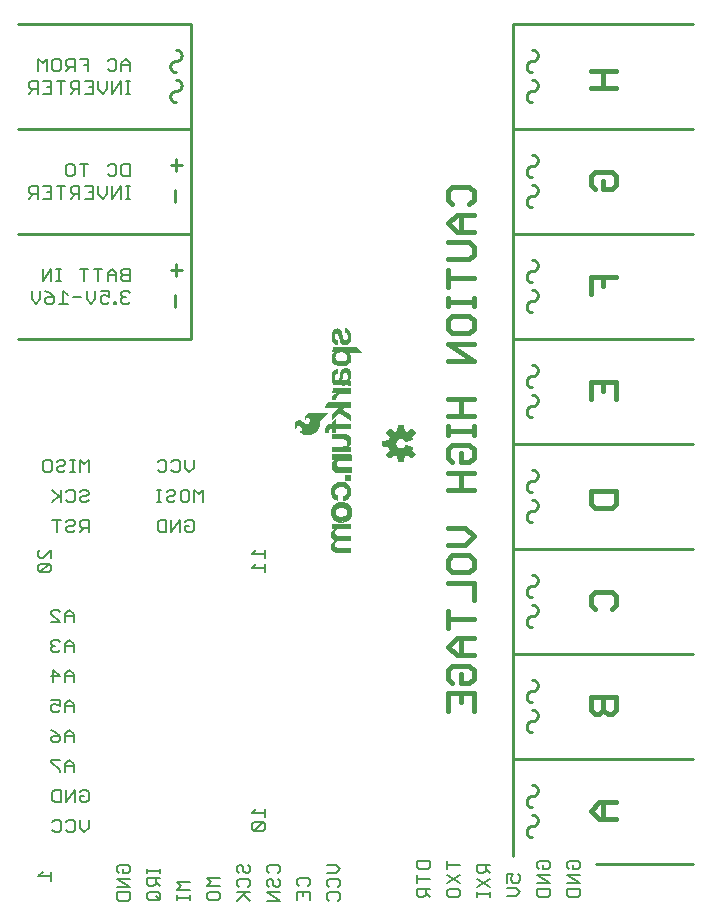
<source format=gbr>
G04 EAGLE Gerber RS-274X export*
G75*
%MOMM*%
%FSLAX34Y34*%
%LPD*%
%INSilkscreen Bottom*%
%IPPOS*%
%AMOC8*
5,1,8,0,0,1.08239X$1,22.5*%
G01*
%ADD10C,0.203200*%
%ADD11C,0.381000*%
%ADD12C,0.254000*%
%ADD13C,0.279400*%
%ADD14C,0.025400*%
%ADD15R,0.485100X0.495300*%

G36*
X325785Y397130D02*
X325785Y397130D01*
X325893Y397144D01*
X325905Y397150D01*
X325919Y397152D01*
X326015Y397204D01*
X326112Y397251D01*
X326122Y397261D01*
X326134Y397267D01*
X326208Y397347D01*
X326285Y397423D01*
X326291Y397435D01*
X326301Y397446D01*
X326346Y397544D01*
X326394Y397641D01*
X326398Y397659D01*
X326402Y397668D01*
X326404Y397689D01*
X326423Y397786D01*
X326866Y402137D01*
X328025Y402508D01*
X328043Y402518D01*
X328140Y402556D01*
X329222Y403113D01*
X332612Y400349D01*
X332706Y400295D01*
X332798Y400238D01*
X332811Y400235D01*
X332823Y400228D01*
X332930Y400207D01*
X333035Y400182D01*
X333049Y400184D01*
X333063Y400181D01*
X333170Y400196D01*
X333278Y400206D01*
X333291Y400212D01*
X333305Y400214D01*
X333402Y400262D01*
X333501Y400307D01*
X333514Y400318D01*
X333523Y400322D01*
X333538Y400338D01*
X333615Y400400D01*
X336200Y402985D01*
X336263Y403074D01*
X336329Y403159D01*
X336334Y403172D01*
X336342Y403184D01*
X336373Y403287D01*
X336409Y403390D01*
X336409Y403404D01*
X336413Y403417D01*
X336409Y403525D01*
X336410Y403634D01*
X336405Y403647D01*
X336405Y403661D01*
X336367Y403763D01*
X336332Y403865D01*
X336323Y403880D01*
X336319Y403889D01*
X336305Y403906D01*
X336251Y403988D01*
X333487Y407378D01*
X334044Y408460D01*
X334061Y408513D01*
X334087Y408562D01*
X334098Y408628D01*
X334119Y408692D01*
X334118Y408748D01*
X334127Y408802D01*
X334116Y408869D01*
X334115Y408936D01*
X334097Y408988D01*
X334088Y409043D01*
X334056Y409103D01*
X334033Y409166D01*
X333999Y409209D01*
X333973Y409259D01*
X333924Y409305D01*
X333882Y409357D01*
X333835Y409388D01*
X333795Y409426D01*
X333690Y409482D01*
X333677Y409490D01*
X333672Y409491D01*
X333665Y409495D01*
X328468Y411648D01*
X328369Y411671D01*
X328271Y411700D01*
X328250Y411699D01*
X328230Y411704D01*
X328129Y411694D01*
X328028Y411689D01*
X328008Y411682D01*
X327987Y411680D01*
X327895Y411638D01*
X327800Y411601D01*
X327784Y411588D01*
X327765Y411579D01*
X327691Y411510D01*
X327613Y411445D01*
X327597Y411422D01*
X327587Y411412D01*
X327575Y411391D01*
X327528Y411324D01*
X327022Y410425D01*
X326378Y409738D01*
X325590Y409223D01*
X324702Y408911D01*
X323765Y408819D01*
X322833Y408952D01*
X321959Y409303D01*
X321194Y409852D01*
X320581Y410566D01*
X320156Y411406D01*
X319942Y412323D01*
X319952Y413264D01*
X320186Y414176D01*
X320629Y415006D01*
X321258Y415707D01*
X322035Y416239D01*
X322916Y416570D01*
X323851Y416683D01*
X324768Y416575D01*
X325636Y416255D01*
X326405Y415741D01*
X327032Y415062D01*
X327527Y414178D01*
X327591Y414098D01*
X327651Y414015D01*
X327667Y414003D01*
X327680Y413987D01*
X327766Y413932D01*
X327849Y413872D01*
X327868Y413866D01*
X327885Y413856D01*
X327984Y413831D01*
X328083Y413801D01*
X328102Y413802D01*
X328122Y413797D01*
X328224Y413806D01*
X328326Y413809D01*
X328351Y413817D01*
X328365Y413818D01*
X328387Y413828D01*
X328468Y413852D01*
X333665Y416005D01*
X333712Y416034D01*
X333764Y416055D01*
X333815Y416098D01*
X333872Y416134D01*
X333907Y416177D01*
X333950Y416213D01*
X333984Y416270D01*
X334027Y416322D01*
X334046Y416374D01*
X334075Y416422D01*
X334089Y416488D01*
X334113Y416551D01*
X334115Y416606D01*
X334126Y416660D01*
X334119Y416727D01*
X334121Y416794D01*
X334105Y416848D01*
X334098Y416903D01*
X334054Y417014D01*
X334050Y417028D01*
X334047Y417032D01*
X334044Y417040D01*
X333487Y418122D01*
X336251Y421512D01*
X336305Y421606D01*
X336362Y421698D01*
X336365Y421711D01*
X336372Y421723D01*
X336393Y421830D01*
X336418Y421935D01*
X336416Y421949D01*
X336419Y421963D01*
X336404Y422070D01*
X336394Y422178D01*
X336388Y422191D01*
X336386Y422205D01*
X336338Y422302D01*
X336293Y422401D01*
X336282Y422414D01*
X336278Y422423D01*
X336262Y422438D01*
X336200Y422515D01*
X333615Y425100D01*
X333526Y425163D01*
X333441Y425229D01*
X333428Y425234D01*
X333416Y425242D01*
X333313Y425273D01*
X333210Y425309D01*
X333196Y425309D01*
X333183Y425313D01*
X333075Y425309D01*
X332966Y425310D01*
X332953Y425305D01*
X332939Y425305D01*
X332837Y425267D01*
X332735Y425232D01*
X332720Y425223D01*
X332711Y425219D01*
X332694Y425205D01*
X332612Y425151D01*
X329222Y422387D01*
X328140Y422944D01*
X328120Y422950D01*
X328025Y422992D01*
X326866Y423363D01*
X326423Y427714D01*
X326395Y427818D01*
X326370Y427924D01*
X326363Y427936D01*
X326360Y427949D01*
X326299Y428039D01*
X326242Y428132D01*
X326231Y428140D01*
X326223Y428152D01*
X326137Y428218D01*
X326053Y428287D01*
X326040Y428291D01*
X326029Y428300D01*
X325926Y428334D01*
X325825Y428373D01*
X325807Y428374D01*
X325798Y428378D01*
X325776Y428378D01*
X325678Y428387D01*
X322022Y428387D01*
X321915Y428370D01*
X321807Y428356D01*
X321795Y428350D01*
X321781Y428348D01*
X321685Y428296D01*
X321588Y428249D01*
X321578Y428239D01*
X321566Y428233D01*
X321492Y428153D01*
X321415Y428077D01*
X321409Y428065D01*
X321399Y428055D01*
X321354Y427956D01*
X321306Y427859D01*
X321302Y427841D01*
X321298Y427832D01*
X321296Y427811D01*
X321277Y427714D01*
X320834Y423363D01*
X319675Y422992D01*
X319657Y422982D01*
X319560Y422944D01*
X318478Y422387D01*
X315088Y425151D01*
X314994Y425205D01*
X314902Y425262D01*
X314889Y425265D01*
X314877Y425272D01*
X314770Y425293D01*
X314665Y425318D01*
X314651Y425316D01*
X314637Y425319D01*
X314530Y425304D01*
X314422Y425294D01*
X314409Y425288D01*
X314396Y425286D01*
X314298Y425238D01*
X314199Y425193D01*
X314186Y425182D01*
X314177Y425178D01*
X314162Y425162D01*
X314085Y425100D01*
X311500Y422515D01*
X311437Y422426D01*
X311371Y422341D01*
X311366Y422328D01*
X311358Y422316D01*
X311327Y422213D01*
X311291Y422110D01*
X311291Y422096D01*
X311287Y422083D01*
X311291Y421975D01*
X311290Y421866D01*
X311295Y421853D01*
X311295Y421839D01*
X311333Y421737D01*
X311368Y421635D01*
X311377Y421620D01*
X311381Y421611D01*
X311395Y421594D01*
X311449Y421512D01*
X314213Y418122D01*
X313656Y417040D01*
X313650Y417020D01*
X313608Y416925D01*
X313237Y415766D01*
X308886Y415323D01*
X308782Y415295D01*
X308676Y415270D01*
X308664Y415263D01*
X308651Y415260D01*
X308561Y415199D01*
X308468Y415142D01*
X308460Y415131D01*
X308448Y415123D01*
X308382Y415037D01*
X308314Y414953D01*
X308309Y414940D01*
X308300Y414929D01*
X308266Y414826D01*
X308227Y414725D01*
X308226Y414707D01*
X308222Y414698D01*
X308223Y414676D01*
X308213Y414578D01*
X308213Y410922D01*
X308230Y410815D01*
X308244Y410707D01*
X308250Y410695D01*
X308252Y410681D01*
X308304Y410585D01*
X308351Y410488D01*
X308361Y410478D01*
X308367Y410466D01*
X308447Y410392D01*
X308523Y410315D01*
X308535Y410309D01*
X308546Y410299D01*
X308644Y410254D01*
X308741Y410206D01*
X308759Y410202D01*
X308768Y410198D01*
X308789Y410196D01*
X308886Y410177D01*
X313237Y409734D01*
X313608Y408575D01*
X313618Y408557D01*
X313656Y408460D01*
X314213Y407378D01*
X311449Y403988D01*
X311395Y403894D01*
X311338Y403802D01*
X311335Y403789D01*
X311328Y403777D01*
X311307Y403670D01*
X311282Y403565D01*
X311284Y403551D01*
X311281Y403537D01*
X311296Y403430D01*
X311306Y403322D01*
X311312Y403309D01*
X311314Y403296D01*
X311362Y403198D01*
X311407Y403099D01*
X311418Y403086D01*
X311422Y403077D01*
X311438Y403062D01*
X311500Y402985D01*
X314085Y400400D01*
X314174Y400337D01*
X314259Y400271D01*
X314272Y400266D01*
X314284Y400258D01*
X314387Y400227D01*
X314490Y400191D01*
X314504Y400191D01*
X314517Y400187D01*
X314625Y400191D01*
X314734Y400190D01*
X314747Y400195D01*
X314761Y400195D01*
X314863Y400233D01*
X314965Y400268D01*
X314980Y400277D01*
X314989Y400281D01*
X315006Y400295D01*
X315088Y400349D01*
X318478Y403113D01*
X319560Y402556D01*
X319580Y402550D01*
X319675Y402508D01*
X320834Y402137D01*
X321277Y397786D01*
X321305Y397682D01*
X321330Y397576D01*
X321337Y397564D01*
X321340Y397551D01*
X321401Y397461D01*
X321458Y397368D01*
X321469Y397360D01*
X321477Y397348D01*
X321563Y397282D01*
X321647Y397214D01*
X321660Y397209D01*
X321671Y397200D01*
X321774Y397166D01*
X321875Y397127D01*
X321893Y397126D01*
X321902Y397122D01*
X321924Y397123D01*
X322022Y397113D01*
X325678Y397113D01*
X325785Y397130D01*
G37*
G36*
X245496Y419655D02*
X245496Y419655D01*
X245508Y419652D01*
X247415Y419940D01*
X247425Y419946D01*
X247437Y419946D01*
X249261Y420574D01*
X249270Y420581D01*
X249282Y420583D01*
X250963Y421530D01*
X250969Y421538D01*
X250980Y421541D01*
X252087Y422426D01*
X252091Y422434D01*
X252100Y422438D01*
X252127Y422466D01*
X252603Y422971D01*
X253072Y423469D01*
X253074Y423475D01*
X253076Y423476D01*
X253078Y423479D01*
X253083Y423483D01*
X253900Y424640D01*
X253902Y424650D01*
X253910Y424658D01*
X254510Y425888D01*
X254511Y425899D01*
X254519Y425909D01*
X254887Y427228D01*
X254885Y427239D01*
X254891Y427250D01*
X255015Y428614D01*
X255014Y428617D01*
X255014Y428618D01*
X255013Y428620D01*
X255015Y428625D01*
X255015Y430900D01*
X255080Y431268D01*
X255207Y431619D01*
X255796Y432609D01*
X256578Y433463D01*
X262060Y438335D01*
X262062Y438339D01*
X262067Y438341D01*
X262083Y438383D01*
X262102Y438424D01*
X262100Y438428D01*
X262102Y438433D01*
X262083Y438474D01*
X262068Y438516D01*
X262063Y438518D01*
X262061Y438522D01*
X261988Y438551D01*
X261977Y438555D01*
X261976Y438555D01*
X246812Y438555D01*
X246807Y438553D01*
X246801Y438555D01*
X245970Y438485D01*
X245959Y438479D01*
X245944Y438480D01*
X245145Y438240D01*
X245135Y438232D01*
X245121Y438230D01*
X244389Y437829D01*
X244381Y437819D01*
X244368Y437814D01*
X243818Y437344D01*
X243813Y437333D01*
X243801Y437326D01*
X243356Y436756D01*
X243353Y436744D01*
X243343Y436734D01*
X243022Y436086D01*
X243021Y436074D01*
X243013Y436062D01*
X242829Y435363D01*
X242831Y435352D01*
X242825Y435341D01*
X242752Y434401D01*
X242755Y434392D01*
X242752Y434381D01*
X242825Y433441D01*
X242827Y433437D01*
X242826Y433431D01*
X242902Y432948D01*
X242927Y432909D01*
X242948Y432869D01*
X242952Y432868D01*
X242954Y432865D01*
X242999Y432855D01*
X243043Y432843D01*
X243047Y432845D01*
X243051Y432844D01*
X243089Y432869D01*
X243128Y432893D01*
X243129Y432897D01*
X243133Y432899D01*
X243141Y432940D01*
X243153Y432980D01*
X243137Y433138D01*
X243165Y433276D01*
X243236Y433409D01*
X243835Y434233D01*
X243933Y434334D01*
X243949Y434351D01*
X244087Y434423D01*
X244502Y434516D01*
X244930Y434516D01*
X245346Y434423D01*
X245750Y434217D01*
X246078Y433904D01*
X246443Y433298D01*
X246650Y432620D01*
X246685Y431909D01*
X246588Y431299D01*
X246390Y430713D01*
X246097Y430170D01*
X245732Y429745D01*
X245272Y429430D01*
X244747Y429244D01*
X244191Y429201D01*
X243643Y429303D01*
X243140Y429543D01*
X242705Y429913D01*
X241164Y431366D01*
X241154Y431369D01*
X241148Y431378D01*
X239390Y432565D01*
X239377Y432567D01*
X239367Y432577D01*
X238679Y432857D01*
X238664Y432856D01*
X238649Y432865D01*
X237914Y432964D01*
X237899Y432960D01*
X237882Y432965D01*
X237145Y432878D01*
X237132Y432870D01*
X237114Y432870D01*
X236422Y432603D01*
X236411Y432592D01*
X236394Y432588D01*
X235791Y432157D01*
X235784Y432147D01*
X235772Y432141D01*
X235624Y431985D01*
X235624Y431984D01*
X235385Y431732D01*
X235147Y431480D01*
X235146Y431480D01*
X235114Y431445D01*
X235111Y431437D01*
X235103Y431432D01*
X234543Y430655D01*
X234540Y430645D01*
X234532Y430637D01*
X234144Y429857D01*
X234143Y429845D01*
X234135Y429834D01*
X233904Y428994D01*
X233905Y428982D01*
X233899Y428970D01*
X233833Y428102D01*
X233837Y428092D01*
X233833Y428080D01*
X233919Y427180D01*
X233923Y427171D01*
X233922Y427161D01*
X234142Y426283D01*
X234148Y426275D01*
X234149Y426263D01*
X234250Y426035D01*
X234402Y425679D01*
X234402Y425678D01*
X234623Y425174D01*
X234634Y425164D01*
X234639Y425147D01*
X234977Y424712D01*
X234984Y424709D01*
X234988Y424701D01*
X235013Y424676D01*
X235014Y424673D01*
X235106Y424638D01*
X235195Y424679D01*
X235228Y424764D01*
X235228Y425367D01*
X235286Y425878D01*
X235424Y426368D01*
X235679Y426849D01*
X236049Y427244D01*
X236509Y427530D01*
X237028Y427687D01*
X237331Y427699D01*
X237631Y427640D01*
X238125Y427434D01*
X238583Y427151D01*
X238993Y426800D01*
X239347Y426388D01*
X239998Y425486D01*
X240247Y424998D01*
X240345Y424469D01*
X240287Y423930D01*
X240222Y423756D01*
X239973Y423395D01*
X239634Y423121D01*
X239532Y423077D01*
X239411Y423061D01*
X238531Y423061D01*
X238490Y423044D01*
X238448Y423030D01*
X238446Y423025D01*
X238440Y423023D01*
X238424Y422982D01*
X238405Y422942D01*
X238407Y422936D01*
X238405Y422931D01*
X238417Y422904D01*
X238433Y422855D01*
X239354Y421729D01*
X239366Y421723D01*
X239373Y421711D01*
X240510Y420804D01*
X240521Y420801D01*
X240529Y420792D01*
X241463Y420290D01*
X241473Y420289D01*
X241481Y420283D01*
X242479Y419925D01*
X242488Y419925D01*
X242497Y419920D01*
X243536Y419713D01*
X243547Y419715D01*
X243557Y419711D01*
X245485Y419651D01*
X245496Y419655D01*
G37*
G36*
X275546Y478181D02*
X275546Y478181D01*
X275556Y478186D01*
X275568Y478184D01*
X276944Y478507D01*
X276953Y478514D01*
X276965Y478514D01*
X278265Y479070D01*
X278273Y479078D01*
X278284Y479080D01*
X279469Y479852D01*
X279475Y479861D01*
X279486Y479866D01*
X280193Y480523D01*
X280197Y480533D01*
X280207Y480539D01*
X280792Y481307D01*
X280794Y481318D01*
X280803Y481325D01*
X281249Y482181D01*
X281250Y482192D01*
X281258Y482201D01*
X281552Y483120D01*
X281551Y483130D01*
X281557Y483140D01*
X281746Y484352D01*
X281744Y484361D01*
X281747Y484370D01*
X281764Y485597D01*
X281761Y485605D01*
X281763Y485615D01*
X281608Y486832D01*
X281603Y486842D01*
X281603Y486854D01*
X281339Y487698D01*
X281331Y487708D01*
X281328Y487723D01*
X280891Y488492D01*
X280881Y488500D01*
X280876Y488514D01*
X280286Y489174D01*
X280274Y489180D01*
X280266Y489192D01*
X279550Y489712D01*
X279548Y489713D01*
X290652Y489713D01*
X290696Y489731D01*
X290740Y489748D01*
X290740Y489750D01*
X290743Y489751D01*
X290760Y489795D01*
X290778Y489839D01*
X290777Y489841D01*
X290778Y489843D01*
X290769Y489864D01*
X290746Y489924D01*
X287012Y494064D01*
X287006Y494066D01*
X287003Y494072D01*
X286943Y494096D01*
X286923Y494105D01*
X286920Y494104D01*
X286918Y494105D01*
X266344Y494105D01*
X266307Y494090D01*
X266268Y494080D01*
X266262Y494071D01*
X266253Y494067D01*
X266242Y494039D01*
X266220Y494003D01*
X265484Y490117D01*
X265487Y490102D01*
X265482Y490087D01*
X265497Y490055D01*
X265505Y490020D01*
X265518Y490012D01*
X265524Y489999D01*
X265563Y489984D01*
X265588Y489968D01*
X265599Y489971D01*
X265610Y489967D01*
X267527Y489991D01*
X267378Y489857D01*
X267377Y489856D01*
X267376Y489856D01*
X266411Y488967D01*
X266409Y488961D01*
X266402Y488957D01*
X266101Y488614D01*
X266097Y488603D01*
X266087Y488595D01*
X265854Y488201D01*
X265853Y488192D01*
X265846Y488184D01*
X265313Y486863D01*
X265313Y486852D01*
X265307Y486842D01*
X265205Y486360D01*
X265207Y486348D01*
X265202Y486336D01*
X265177Y484355D01*
X265181Y484344D01*
X265179Y484332D01*
X265362Y483247D01*
X265369Y483237D01*
X265369Y483223D01*
X265769Y482198D01*
X265777Y482191D01*
X265779Y482179D01*
X266320Y481277D01*
X266326Y481272D01*
X266329Y481263D01*
X266982Y480439D01*
X266992Y480433D01*
X266997Y480423D01*
X267887Y479631D01*
X267900Y479627D01*
X267909Y479615D01*
X268950Y479036D01*
X268962Y479034D01*
X268973Y479026D01*
X271086Y478352D01*
X271097Y478353D01*
X271108Y478347D01*
X273308Y478064D01*
X273319Y478067D01*
X273331Y478063D01*
X275546Y478181D01*
G37*
G36*
X281307Y320042D02*
X281307Y320042D01*
X281309Y320041D01*
X281352Y320061D01*
X281396Y320079D01*
X281396Y320081D01*
X281398Y320082D01*
X281431Y320167D01*
X281431Y324409D01*
X281430Y324411D01*
X281431Y324413D01*
X281411Y324456D01*
X281393Y324500D01*
X281391Y324500D01*
X281390Y324502D01*
X281305Y324535D01*
X271026Y324535D01*
X270146Y324642D01*
X269324Y324954D01*
X268941Y325215D01*
X268627Y325558D01*
X268401Y325964D01*
X268273Y326412D01*
X268205Y327316D01*
X268297Y328219D01*
X268423Y328629D01*
X268633Y329001D01*
X268919Y329319D01*
X269447Y329704D01*
X270042Y329977D01*
X270681Y330126D01*
X271784Y330201D01*
X281305Y330201D01*
X281307Y330202D01*
X281309Y330201D01*
X281352Y330221D01*
X281396Y330239D01*
X281396Y330241D01*
X281398Y330242D01*
X281431Y330327D01*
X281431Y334645D01*
X281430Y334647D01*
X281431Y334649D01*
X281411Y334692D01*
X281393Y334736D01*
X281391Y334736D01*
X281390Y334738D01*
X281305Y334771D01*
X270746Y334771D01*
X270083Y334851D01*
X269464Y335082D01*
X268917Y335452D01*
X268599Y335799D01*
X268366Y336208D01*
X268230Y336658D01*
X268199Y337135D01*
X268248Y337983D01*
X268330Y338423D01*
X268508Y338827D01*
X268774Y339182D01*
X269718Y340001D01*
X270256Y340285D01*
X270847Y340416D01*
X271469Y340386D01*
X271472Y340387D01*
X271475Y340386D01*
X281280Y340386D01*
X281282Y340387D01*
X281284Y340386D01*
X281327Y340406D01*
X281371Y340424D01*
X281371Y340426D01*
X281373Y340427D01*
X281406Y340512D01*
X281406Y344830D01*
X281405Y344832D01*
X281406Y344834D01*
X281386Y344877D01*
X281368Y344921D01*
X281366Y344921D01*
X281365Y344923D01*
X281280Y344956D01*
X265227Y344956D01*
X265225Y344955D01*
X265223Y344956D01*
X265180Y344936D01*
X265136Y344918D01*
X265136Y344916D01*
X265134Y344915D01*
X265101Y344830D01*
X265101Y340843D01*
X265102Y340841D01*
X265101Y340839D01*
X265121Y340796D01*
X265139Y340752D01*
X265141Y340752D01*
X265142Y340750D01*
X265227Y340717D01*
X267280Y340717D01*
X267273Y340686D01*
X266877Y340384D01*
X266874Y340378D01*
X266866Y340375D01*
X266079Y339613D01*
X266076Y339605D01*
X266069Y339601D01*
X265457Y338839D01*
X265453Y338825D01*
X265440Y338813D01*
X265036Y337923D01*
X265036Y337911D01*
X265028Y337900D01*
X264774Y336808D01*
X264776Y336799D01*
X264771Y336791D01*
X264644Y335419D01*
X264647Y335409D01*
X264644Y335398D01*
X264714Y334441D01*
X264719Y334431D01*
X264718Y334429D01*
X264719Y334427D01*
X264718Y334416D01*
X264979Y333493D01*
X264986Y333483D01*
X264988Y333470D01*
X265391Y332680D01*
X265400Y332672D01*
X265404Y332659D01*
X265950Y331961D01*
X265961Y331955D01*
X265967Y331943D01*
X266636Y331361D01*
X266648Y331358D01*
X266656Y331347D01*
X267314Y330967D01*
X267272Y330925D01*
X266791Y330470D01*
X266790Y330467D01*
X266787Y330466D01*
X266028Y329678D01*
X266025Y329669D01*
X266016Y329664D01*
X265378Y328775D01*
X265376Y328764D01*
X265368Y328756D01*
X264974Y327951D01*
X264974Y327939D01*
X264966Y327928D01*
X264734Y327063D01*
X264736Y327051D01*
X264730Y327039D01*
X264669Y326145D01*
X264672Y326136D01*
X264669Y326125D01*
X264776Y324846D01*
X264780Y324839D01*
X264778Y324832D01*
X265027Y323572D01*
X265033Y323563D01*
X265033Y323551D01*
X265359Y322685D01*
X265369Y322675D01*
X265372Y322660D01*
X265879Y321886D01*
X265891Y321879D01*
X265897Y321865D01*
X266561Y321219D01*
X266572Y321215D01*
X266575Y321210D01*
X266578Y321209D01*
X266582Y321203D01*
X267521Y320615D01*
X267534Y320613D01*
X267544Y320603D01*
X268583Y320217D01*
X268596Y320218D01*
X268608Y320211D01*
X269704Y320042D01*
X269713Y320045D01*
X269723Y320041D01*
X281305Y320041D01*
X281307Y320042D01*
G37*
G36*
X281308Y461403D02*
X281308Y461403D01*
X281334Y461404D01*
X281351Y461423D01*
X281373Y461433D01*
X281384Y461460D01*
X281400Y461478D01*
X281398Y461497D01*
X281406Y461518D01*
X281406Y465552D01*
X281409Y465588D01*
X281400Y465616D01*
X281396Y465656D01*
X281377Y465693D01*
X281355Y465712D01*
X281331Y465744D01*
X281295Y465766D01*
X281278Y465768D01*
X281262Y465780D01*
X280982Y465856D01*
X280979Y465855D01*
X280976Y465857D01*
X279947Y466084D01*
X279924Y466094D01*
X279918Y466100D01*
X279916Y466108D01*
X279917Y466117D01*
X279933Y466141D01*
X280636Y466968D01*
X280640Y466979D01*
X280650Y466988D01*
X281190Y467939D01*
X281191Y467950D01*
X281200Y467960D01*
X281552Y468995D01*
X281551Y469007D01*
X281557Y469017D01*
X281798Y470635D01*
X281795Y470645D01*
X281799Y470656D01*
X281761Y472291D01*
X281756Y472302D01*
X281758Y472316D01*
X281450Y473688D01*
X281442Y473699D01*
X281441Y473714D01*
X280835Y474983D01*
X280825Y474992D01*
X280821Y475006D01*
X280479Y475454D01*
X280469Y475460D01*
X280463Y475472D01*
X280043Y475849D01*
X280032Y475853D01*
X280024Y475863D01*
X279541Y476155D01*
X279530Y476157D01*
X279520Y476165D01*
X278527Y476538D01*
X278516Y476538D01*
X278505Y476544D01*
X277461Y476733D01*
X277450Y476730D01*
X277438Y476735D01*
X276377Y476732D01*
X276365Y476727D01*
X276350Y476729D01*
X275409Y476523D01*
X275397Y476514D01*
X275380Y476513D01*
X274518Y476084D01*
X274509Y476074D01*
X274494Y476069D01*
X273885Y475571D01*
X273879Y475560D01*
X273867Y475553D01*
X273369Y474943D01*
X273366Y474931D01*
X273355Y474922D01*
X272989Y474226D01*
X272988Y474215D01*
X272981Y474206D01*
X272497Y472721D01*
X272498Y472713D01*
X272493Y472704D01*
X272215Y471167D01*
X272216Y471163D01*
X272213Y471158D01*
X271985Y468952D01*
X271759Y467646D01*
X271594Y467177D01*
X271348Y466749D01*
X271087Y466465D01*
X271000Y466405D01*
X270903Y466363D01*
X270382Y466252D01*
X269851Y466252D01*
X269330Y466363D01*
X269016Y466502D01*
X268737Y466701D01*
X268503Y466954D01*
X268310Y467268D01*
X268182Y467614D01*
X268121Y467983D01*
X268071Y469338D01*
X268125Y469925D01*
X268290Y470486D01*
X268545Y470950D01*
X268901Y471340D01*
X269339Y471635D01*
X269834Y471819D01*
X270366Y471882D01*
X270408Y471882D01*
X270410Y471883D01*
X270412Y471882D01*
X270455Y471902D01*
X270499Y471920D01*
X270499Y471922D01*
X270501Y471923D01*
X270534Y472008D01*
X270534Y476149D01*
X270536Y476150D01*
X270546Y476192D01*
X270560Y476234D01*
X270557Y476240D01*
X270558Y476246D01*
X270542Y476271D01*
X270522Y476316D01*
X270496Y476341D01*
X270453Y476357D01*
X270404Y476376D01*
X270361Y476356D01*
X270318Y476337D01*
X269427Y476215D01*
X269416Y476209D01*
X269401Y476209D01*
X268460Y475875D01*
X268450Y475866D01*
X268436Y475863D01*
X267583Y475344D01*
X267575Y475333D01*
X267562Y475328D01*
X266832Y474645D01*
X266827Y474633D01*
X266815Y474625D01*
X266241Y473808D01*
X266238Y473796D01*
X266229Y473787D01*
X265700Y472629D01*
X265700Y472619D01*
X265693Y472610D01*
X265359Y471381D01*
X265360Y471372D01*
X265356Y471363D01*
X265142Y469623D01*
X265145Y469615D01*
X265142Y469607D01*
X265150Y467853D01*
X265153Y467846D01*
X265151Y467837D01*
X265381Y466098D01*
X265386Y466090D01*
X265385Y466079D01*
X265810Y464665D01*
X265818Y464656D01*
X265819Y464642D01*
X266513Y463339D01*
X266523Y463330D01*
X266528Y463316D01*
X267011Y462754D01*
X267025Y462747D01*
X267034Y462733D01*
X267639Y462306D01*
X267654Y462303D01*
X267666Y462291D01*
X268357Y462024D01*
X268372Y462025D01*
X268387Y462017D01*
X269123Y461926D01*
X269130Y461928D01*
X269138Y461925D01*
X273964Y461925D01*
X273966Y461926D01*
X273968Y461925D01*
X273983Y461932D01*
X274067Y461900D01*
X278405Y461925D01*
X279742Y461823D01*
X281037Y461474D01*
X281236Y461400D01*
X281261Y461401D01*
X281284Y461392D01*
X281308Y461403D01*
G37*
G36*
X281345Y431958D02*
X281345Y431958D01*
X281357Y431956D01*
X281388Y431978D01*
X281424Y431995D01*
X281428Y432006D01*
X281437Y432012D01*
X281442Y432042D01*
X281456Y432080D01*
X281431Y437160D01*
X281424Y437177D01*
X281426Y437195D01*
X281404Y437224D01*
X281392Y437250D01*
X281380Y437255D01*
X281370Y437267D01*
X274392Y441500D01*
X274598Y441712D01*
X274720Y441839D01*
X274843Y441965D01*
X275211Y442344D01*
X275334Y442470D01*
X275457Y442596D01*
X275825Y442975D01*
X275947Y443101D01*
X275999Y443155D01*
X281407Y443155D01*
X281409Y443156D01*
X281411Y443155D01*
X281454Y443175D01*
X281498Y443193D01*
X281498Y443195D01*
X281500Y443196D01*
X281533Y443281D01*
X281533Y447421D01*
X281532Y447424D01*
X281533Y447427D01*
X281496Y447510D01*
X281445Y447561D01*
X281442Y447563D01*
X281441Y447565D01*
X281356Y447598D01*
X262026Y447598D01*
X262007Y447590D01*
X261987Y447592D01*
X261960Y447571D01*
X261935Y447560D01*
X261930Y447546D01*
X261916Y447535D01*
X259554Y443395D01*
X259550Y443360D01*
X259538Y443328D01*
X259545Y443313D01*
X259543Y443297D01*
X259565Y443270D01*
X259579Y443239D01*
X259595Y443232D01*
X259605Y443220D01*
X259632Y443218D01*
X259664Y443206D01*
X271094Y443206D01*
X265620Y437731D01*
X265619Y437728D01*
X265616Y437727D01*
X265583Y437642D01*
X265583Y432968D01*
X265583Y432966D01*
X265583Y432965D01*
X265603Y432921D01*
X265621Y432877D01*
X265623Y432877D01*
X265624Y432875D01*
X265668Y432859D01*
X265713Y432842D01*
X265715Y432843D01*
X265716Y432842D01*
X265799Y432880D01*
X271365Y438571D01*
X281260Y431974D01*
X281298Y431967D01*
X281335Y431953D01*
X281345Y431958D01*
G37*
G36*
X281307Y405742D02*
X281307Y405742D01*
X281309Y405741D01*
X281352Y405761D01*
X281396Y405779D01*
X281396Y405781D01*
X281398Y405782D01*
X281431Y405867D01*
X281431Y409880D01*
X281430Y409882D01*
X281431Y409884D01*
X281411Y409927D01*
X281393Y409971D01*
X281391Y409971D01*
X281390Y409973D01*
X281305Y410006D01*
X279248Y410006D01*
X279889Y410513D01*
X279893Y410521D01*
X279902Y410525D01*
X279951Y410577D01*
X280071Y410703D01*
X280191Y410829D01*
X280310Y410955D01*
X280430Y411082D01*
X280550Y411208D01*
X280670Y411334D01*
X280687Y411352D01*
X280690Y411361D01*
X280698Y411366D01*
X281357Y412296D01*
X281359Y412305D01*
X281367Y412313D01*
X281490Y412558D01*
X281490Y412569D01*
X281497Y412578D01*
X281578Y412840D01*
X281577Y412849D01*
X281582Y412858D01*
X281806Y414336D01*
X281803Y414344D01*
X281807Y414352D01*
X281837Y415846D01*
X281833Y415856D01*
X281836Y415867D01*
X281689Y416900D01*
X281683Y416911D01*
X281683Y416924D01*
X281340Y417910D01*
X281332Y417919D01*
X281330Y417932D01*
X280804Y418834D01*
X280794Y418841D01*
X280789Y418854D01*
X280561Y419108D01*
X280550Y419114D01*
X280542Y419125D01*
X279657Y419786D01*
X279646Y419788D01*
X279637Y419798D01*
X278647Y420286D01*
X278635Y420286D01*
X278625Y420294D01*
X277562Y420594D01*
X277551Y420592D01*
X277539Y420598D01*
X276440Y420699D01*
X276434Y420697D01*
X276428Y420699D01*
X265633Y420699D01*
X265631Y420698D01*
X265629Y420699D01*
X265586Y420679D01*
X265542Y420661D01*
X265542Y420659D01*
X265540Y420658D01*
X265507Y420573D01*
X265507Y416433D01*
X265508Y416431D01*
X265507Y416429D01*
X265527Y416386D01*
X265545Y416342D01*
X265547Y416342D01*
X265548Y416340D01*
X265633Y416307D01*
X275630Y416307D01*
X276460Y416158D01*
X277228Y415815D01*
X277590Y415543D01*
X277891Y415202D01*
X278116Y414807D01*
X278339Y414118D01*
X278419Y413399D01*
X278352Y412678D01*
X278140Y411987D01*
X277852Y411477D01*
X277455Y411046D01*
X276970Y410719D01*
X276420Y410510D01*
X275216Y410285D01*
X273986Y410209D01*
X265684Y410209D01*
X265682Y410208D01*
X265680Y410209D01*
X265637Y410189D01*
X265593Y410171D01*
X265593Y410169D01*
X265591Y410168D01*
X265558Y410083D01*
X265558Y405867D01*
X265559Y405865D01*
X265558Y405863D01*
X265578Y405820D01*
X265596Y405776D01*
X265598Y405776D01*
X265599Y405774D01*
X265684Y405741D01*
X281305Y405741D01*
X281307Y405742D01*
G37*
G36*
X281282Y388597D02*
X281282Y388597D01*
X281284Y388596D01*
X281327Y388616D01*
X281371Y388634D01*
X281371Y388636D01*
X281373Y388637D01*
X281406Y388722D01*
X281406Y392811D01*
X281405Y392813D01*
X281406Y392815D01*
X281386Y392858D01*
X281368Y392902D01*
X281366Y392902D01*
X281365Y392904D01*
X281280Y392937D01*
X271634Y392937D01*
X270916Y393002D01*
X270228Y393193D01*
X269586Y393503D01*
X269199Y393799D01*
X268890Y394173D01*
X268673Y394608D01*
X268596Y394908D01*
X268579Y395224D01*
X268629Y396329D01*
X268716Y396885D01*
X268920Y397401D01*
X269234Y397858D01*
X269803Y398375D01*
X270482Y398738D01*
X271232Y398955D01*
X272015Y399035D01*
X281381Y399035D01*
X281383Y399036D01*
X281385Y399035D01*
X281428Y399055D01*
X281472Y399073D01*
X281472Y399075D01*
X281474Y399076D01*
X281507Y399161D01*
X281507Y403377D01*
X281506Y403379D01*
X281507Y403381D01*
X281487Y403424D01*
X281469Y403468D01*
X281467Y403468D01*
X281466Y403470D01*
X281381Y403503D01*
X265659Y403503D01*
X265657Y403502D01*
X265655Y403503D01*
X265612Y403483D01*
X265568Y403465D01*
X265568Y403463D01*
X265566Y403462D01*
X265533Y403377D01*
X265533Y399339D01*
X265534Y399337D01*
X265533Y399335D01*
X265553Y399292D01*
X265571Y399248D01*
X265573Y399248D01*
X265574Y399246D01*
X265659Y399213D01*
X267727Y399213D01*
X267698Y399171D01*
X267562Y399057D01*
X267184Y398780D01*
X267182Y398776D01*
X267177Y398774D01*
X266704Y398372D01*
X266700Y398365D01*
X266692Y398361D01*
X266276Y397900D01*
X266273Y397890D01*
X266263Y397882D01*
X265696Y396984D01*
X265693Y396971D01*
X265684Y396960D01*
X265315Y395964D01*
X265315Y395951D01*
X265308Y395938D01*
X265153Y394886D01*
X265156Y394876D01*
X265152Y394865D01*
X265160Y394526D01*
X265160Y394525D01*
X265182Y393642D01*
X265192Y393263D01*
X265202Y392859D01*
X265206Y392849D01*
X265204Y392836D01*
X265410Y391859D01*
X265418Y391847D01*
X265419Y391831D01*
X265841Y390926D01*
X265852Y390917D01*
X265856Y390902D01*
X266474Y390117D01*
X266485Y390111D01*
X266491Y390099D01*
X267066Y389610D01*
X267077Y389607D01*
X267084Y389597D01*
X267733Y389213D01*
X267744Y389211D01*
X267753Y389203D01*
X268458Y388934D01*
X268467Y388934D01*
X268476Y388929D01*
X269583Y388689D01*
X269592Y388691D01*
X269600Y388687D01*
X270729Y388596D01*
X270734Y388598D01*
X270739Y388596D01*
X281280Y388596D01*
X281282Y388597D01*
G37*
G36*
X274894Y346788D02*
X274894Y346788D01*
X274902Y346792D01*
X274913Y346791D01*
X277377Y347477D01*
X277391Y347488D01*
X277410Y347492D01*
X278705Y348305D01*
X278714Y348317D01*
X278729Y348325D01*
X279872Y349519D01*
X279876Y349528D01*
X279884Y349533D01*
X280671Y350650D01*
X280675Y350667D01*
X280687Y350682D01*
X281322Y352536D01*
X281321Y352550D01*
X281329Y352564D01*
X281583Y355079D01*
X281578Y355093D01*
X281582Y355109D01*
X281176Y358106D01*
X281164Y358127D01*
X281158Y358156D01*
X279380Y361001D01*
X279368Y361010D01*
X279363Y361019D01*
X279354Y361022D01*
X279341Y361040D01*
X276852Y362640D01*
X276829Y362644D01*
X276804Y362659D01*
X272918Y363269D01*
X272896Y363263D01*
X272870Y363267D01*
X269314Y362454D01*
X269293Y362439D01*
X269264Y362430D01*
X266546Y360296D01*
X266534Y360274D01*
X266511Y360253D01*
X264834Y356875D01*
X264833Y356855D01*
X264822Y356834D01*
X264645Y355361D01*
X264647Y355354D01*
X264644Y355346D01*
X264644Y355295D01*
X264652Y355275D01*
X264653Y355249D01*
X264703Y355122D01*
X264723Y355101D01*
X264735Y355075D01*
X264757Y355066D01*
X264772Y355051D01*
X264795Y355052D01*
X264820Y355042D01*
X267741Y355042D01*
X267781Y355059D01*
X267822Y355071D01*
X267826Y355078D01*
X267832Y355080D01*
X267843Y355108D01*
X267866Y355151D01*
X268016Y356246D01*
X268651Y357394D01*
X269735Y358182D01*
X270624Y358578D01*
X272098Y358852D01*
X273957Y358903D01*
X275206Y358728D01*
X276354Y358353D01*
X277381Y357815D01*
X278389Y356167D01*
X278611Y354419D01*
X278019Y352668D01*
X277038Y351589D01*
X275828Y351046D01*
X274280Y350671D01*
X272855Y350671D01*
X270926Y350922D01*
X269314Y351666D01*
X268505Y352500D01*
X267992Y353453D01*
X267893Y354640D01*
X267893Y354736D01*
X267892Y354739D01*
X267893Y354742D01*
X267873Y354784D01*
X267855Y354827D01*
X267852Y354828D01*
X267850Y354831D01*
X267765Y354862D01*
X267763Y354862D01*
X264793Y354812D01*
X264784Y354808D01*
X264775Y354811D01*
X264740Y354789D01*
X264703Y354772D01*
X264700Y354764D01*
X264692Y354759D01*
X264679Y354707D01*
X264669Y354680D01*
X264671Y354675D01*
X264670Y354670D01*
X264924Y352663D01*
X264930Y352652D01*
X264930Y352638D01*
X265489Y351012D01*
X265500Y351000D01*
X265504Y350981D01*
X266875Y349000D01*
X266888Y348992D01*
X266897Y348976D01*
X268167Y347884D01*
X268183Y347879D01*
X268198Y347865D01*
X270535Y346824D01*
X270552Y346823D01*
X270570Y346814D01*
X272755Y346534D01*
X272770Y346538D01*
X272786Y346534D01*
X274894Y346788D01*
G37*
G36*
X277504Y496012D02*
X277504Y496012D01*
X277512Y496016D01*
X277522Y496015D01*
X278186Y496158D01*
X278196Y496164D01*
X278209Y496165D01*
X278834Y496431D01*
X278843Y496439D01*
X278855Y496442D01*
X279419Y496821D01*
X279426Y496831D01*
X279437Y496836D01*
X280180Y497562D01*
X280184Y497572D01*
X280195Y497578D01*
X280801Y498422D01*
X280803Y498432D01*
X280812Y498441D01*
X281263Y499376D01*
X281264Y499387D01*
X281271Y499397D01*
X281554Y500397D01*
X281552Y500405D01*
X281557Y500414D01*
X281739Y501728D01*
X281738Y501735D01*
X281740Y501741D01*
X281787Y503068D01*
X281785Y503074D01*
X281787Y503081D01*
X281609Y505647D01*
X281604Y505656D01*
X281606Y505666D01*
X281394Y506587D01*
X281386Y506598D01*
X281385Y506612D01*
X280988Y507469D01*
X280981Y507475D01*
X280979Y507484D01*
X280217Y508678D01*
X280211Y508683D01*
X280208Y508691D01*
X279777Y509206D01*
X279766Y509211D01*
X279760Y509223D01*
X279236Y509643D01*
X279225Y509647D01*
X279216Y509657D01*
X278620Y509966D01*
X278611Y509967D01*
X278603Y509974D01*
X277333Y510406D01*
X277323Y510405D01*
X277314Y510410D01*
X276730Y510512D01*
X276723Y510511D01*
X276717Y510514D01*
X276361Y510539D01*
X276354Y510537D01*
X276348Y510539D01*
X276322Y510527D01*
X276292Y510524D01*
X276291Y510523D01*
X276290Y510523D01*
X276281Y510512D01*
X276268Y510507D01*
X276265Y510501D01*
X276259Y510498D01*
X276247Y510468D01*
X276231Y510448D01*
X276231Y510446D01*
X276230Y510445D01*
X276231Y510430D01*
X276226Y510418D01*
X276227Y510416D01*
X276226Y510413D01*
X276226Y506552D01*
X276227Y506550D01*
X276226Y506548D01*
X276246Y506505D01*
X276264Y506461D01*
X276266Y506461D01*
X276267Y506459D01*
X276352Y506426D01*
X276399Y506426D01*
X276896Y506397D01*
X277358Y506251D01*
X277772Y505995D01*
X278215Y505553D01*
X278552Y505026D01*
X278769Y504439D01*
X278842Y503877D01*
X278842Y502547D01*
X278768Y501944D01*
X278571Y501377D01*
X278259Y500864D01*
X278169Y500773D01*
X278044Y500647D01*
X277975Y500577D01*
X277630Y500368D01*
X277245Y500251D01*
X276841Y500234D01*
X276446Y500319D01*
X276084Y500500D01*
X275780Y500765D01*
X275549Y501101D01*
X275079Y502208D01*
X274773Y503381D01*
X273910Y507013D01*
X273905Y507020D01*
X273905Y507029D01*
X273599Y507837D01*
X273593Y507844D01*
X273591Y507854D01*
X273164Y508605D01*
X273157Y508611D01*
X273153Y508621D01*
X272616Y509298D01*
X272606Y509303D01*
X272600Y509314D01*
X272215Y509651D01*
X272202Y509655D01*
X272193Y509666D01*
X271746Y509915D01*
X271733Y509916D01*
X271722Y509925D01*
X271233Y510077D01*
X271221Y510075D01*
X271208Y510082D01*
X270072Y510187D01*
X270059Y510184D01*
X270046Y510187D01*
X268912Y510058D01*
X268901Y510052D01*
X268887Y510053D01*
X267803Y509695D01*
X267794Y509687D01*
X267780Y509685D01*
X267258Y509386D01*
X267251Y509376D01*
X267238Y509371D01*
X266783Y508977D01*
X266778Y508966D01*
X266767Y508959D01*
X266397Y508483D01*
X266394Y508472D01*
X266385Y508463D01*
X265731Y507182D01*
X265730Y507171D01*
X265723Y507161D01*
X265312Y505783D01*
X265313Y505772D01*
X265307Y505760D01*
X265152Y504331D01*
X265154Y504324D01*
X265152Y504317D01*
X265152Y502514D01*
X265154Y502508D01*
X265152Y502501D01*
X265292Y501108D01*
X265297Y501099D01*
X265296Y501088D01*
X265664Y499737D01*
X265672Y499728D01*
X265673Y499714D01*
X266211Y498617D01*
X266221Y498608D01*
X266225Y498594D01*
X266982Y497635D01*
X266992Y497629D01*
X266998Y497618D01*
X267393Y497270D01*
X267402Y497267D01*
X267408Y497258D01*
X267850Y496972D01*
X267860Y496970D01*
X267867Y496963D01*
X268655Y496607D01*
X268660Y496607D01*
X268664Y496603D01*
X269222Y496400D01*
X269256Y496402D01*
X269290Y496395D01*
X269304Y496404D01*
X269316Y496395D01*
X269322Y496397D01*
X269329Y496393D01*
X270040Y496317D01*
X270048Y496320D01*
X270057Y496317D01*
X270094Y496334D01*
X270134Y496346D01*
X270138Y496354D01*
X270146Y496358D01*
X270166Y496408D01*
X270179Y496434D01*
X270177Y496438D01*
X270179Y496443D01*
X270179Y500329D01*
X270161Y500373D01*
X270143Y500417D01*
X270142Y500418D01*
X270141Y500420D01*
X270122Y500427D01*
X270061Y500455D01*
X269801Y500471D01*
X269558Y500526D01*
X269206Y500676D01*
X268893Y500894D01*
X268629Y501170D01*
X268358Y501592D01*
X268169Y502059D01*
X268071Y502555D01*
X268027Y503403D01*
X268071Y504251D01*
X268156Y504700D01*
X268313Y505124D01*
X268508Y505425D01*
X268776Y505658D01*
X269118Y505813D01*
X269490Y505861D01*
X269859Y505796D01*
X270220Y505612D01*
X270513Y505329D01*
X270929Y504654D01*
X271201Y503902D01*
X271605Y501879D01*
X271606Y501878D01*
X271606Y501877D01*
X271987Y500154D01*
X271992Y500147D01*
X271992Y500138D01*
X272602Y498482D01*
X272608Y498476D01*
X272609Y498466D01*
X273014Y497710D01*
X273021Y497704D01*
X273024Y497695D01*
X273532Y497003D01*
X273542Y496998D01*
X273547Y496986D01*
X273897Y496654D01*
X273909Y496649D01*
X273918Y496638D01*
X274330Y496386D01*
X274344Y496384D01*
X274356Y496374D01*
X275359Y496037D01*
X275374Y496038D01*
X275388Y496030D01*
X276443Y495936D01*
X276452Y495939D01*
X276463Y495936D01*
X277504Y496012D01*
G37*
G36*
X275365Y364340D02*
X275365Y364340D01*
X275369Y364339D01*
X275844Y364371D01*
X275851Y364375D01*
X275861Y364373D01*
X276326Y364468D01*
X276335Y364474D01*
X276347Y364474D01*
X277738Y365016D01*
X277747Y365025D01*
X277761Y365028D01*
X279012Y365843D01*
X279019Y365854D01*
X279032Y365859D01*
X280090Y366912D01*
X280095Y366924D01*
X280107Y366933D01*
X280927Y368180D01*
X280930Y368191D01*
X280938Y368200D01*
X281400Y369293D01*
X281400Y369303D01*
X281406Y369312D01*
X281688Y370465D01*
X281687Y370475D01*
X281691Y370485D01*
X281787Y371668D01*
X281784Y371676D01*
X281787Y371686D01*
X281688Y373272D01*
X281685Y373279D01*
X281686Y373287D01*
X281404Y374850D01*
X281399Y374858D01*
X281400Y374868D01*
X281045Y375938D01*
X281039Y375946D01*
X281037Y375957D01*
X280511Y376954D01*
X280503Y376961D01*
X280499Y376972D01*
X279815Y377868D01*
X279806Y377873D01*
X279801Y377884D01*
X278978Y378654D01*
X278969Y378658D01*
X278962Y378667D01*
X277946Y379349D01*
X277936Y379351D01*
X277928Y379359D01*
X276818Y379873D01*
X276808Y379874D01*
X276799Y379880D01*
X275621Y380214D01*
X275611Y380213D01*
X275602Y380218D01*
X274386Y380363D01*
X274377Y380361D01*
X274367Y380364D01*
X271878Y380288D01*
X271869Y380284D01*
X271857Y380286D01*
X270367Y379988D01*
X270357Y379981D01*
X270344Y379981D01*
X268938Y379404D01*
X268930Y379396D01*
X268917Y379393D01*
X267646Y378559D01*
X267640Y378549D01*
X267628Y378544D01*
X266540Y377483D01*
X266535Y377472D01*
X266524Y377464D01*
X265659Y376215D01*
X265656Y376203D01*
X265647Y376194D01*
X265035Y374803D01*
X265035Y374791D01*
X265028Y374779D01*
X264695Y373273D01*
X264698Y373261D01*
X264692Y373248D01*
X264669Y371706D01*
X264672Y371697D01*
X264670Y371688D01*
X264859Y370253D01*
X264862Y370248D01*
X264861Y370242D01*
X265180Y368831D01*
X265186Y368823D01*
X265186Y368813D01*
X265643Y367656D01*
X265653Y367646D01*
X265656Y367632D01*
X266353Y366601D01*
X266364Y366594D01*
X266371Y366580D01*
X267274Y365725D01*
X267286Y365720D01*
X267296Y365708D01*
X268362Y365068D01*
X268374Y365066D01*
X268383Y365058D01*
X269538Y364633D01*
X269548Y364633D01*
X269557Y364628D01*
X270765Y364391D01*
X270779Y364394D01*
X270793Y364389D01*
X270826Y364404D01*
X270861Y364411D01*
X270869Y364424D01*
X270882Y364430D01*
X270898Y364469D01*
X270914Y364495D01*
X270911Y364505D01*
X270915Y364515D01*
X270915Y368706D01*
X270914Y368708D01*
X270915Y368710D01*
X270895Y368753D01*
X270877Y368797D01*
X270875Y368797D01*
X270874Y368799D01*
X270789Y368832D01*
X270771Y368832D01*
X270192Y368899D01*
X269650Y369092D01*
X269165Y369403D01*
X268764Y369816D01*
X268466Y370309D01*
X268205Y371101D01*
X268122Y371933D01*
X268188Y372773D01*
X268369Y373594D01*
X268555Y374008D01*
X268845Y374355D01*
X269756Y375042D01*
X270781Y375547D01*
X271884Y375852D01*
X273025Y375945D01*
X274585Y375816D01*
X276109Y375470D01*
X276826Y375155D01*
X277445Y374680D01*
X277934Y374072D01*
X278264Y373364D01*
X278445Y372585D01*
X278486Y371785D01*
X278413Y371194D01*
X278240Y370625D01*
X277972Y370095D01*
X277627Y369652D01*
X277195Y369294D01*
X276605Y368973D01*
X275968Y368758D01*
X275292Y368654D01*
X275256Y368632D01*
X275218Y368614D01*
X275215Y368606D01*
X275208Y368602D01*
X275202Y368572D01*
X275185Y368529D01*
X275185Y364465D01*
X275186Y364463D01*
X275185Y364461D01*
X275205Y364418D01*
X275223Y364374D01*
X275225Y364374D01*
X275226Y364372D01*
X275311Y364339D01*
X275361Y364339D01*
X275365Y364340D01*
G37*
G36*
X262816Y421642D02*
X262816Y421642D01*
X262818Y421641D01*
X262861Y421661D01*
X262905Y421679D01*
X262905Y421681D01*
X262907Y421682D01*
X262940Y421767D01*
X262940Y421843D01*
X262938Y421848D01*
X262940Y421855D01*
X262914Y422135D01*
X262829Y423050D01*
X262912Y423950D01*
X263009Y424232D01*
X263179Y424472D01*
X263411Y424654D01*
X263834Y424829D01*
X264296Y424892D01*
X265558Y424892D01*
X265558Y422046D01*
X265559Y422044D01*
X265558Y422042D01*
X265578Y421999D01*
X265596Y421955D01*
X265598Y421955D01*
X265599Y421953D01*
X265684Y421920D01*
X268351Y421920D01*
X268353Y421921D01*
X268355Y421920D01*
X268398Y421940D01*
X268442Y421958D01*
X268442Y421960D01*
X268444Y421961D01*
X268477Y422046D01*
X268477Y424918D01*
X281381Y424918D01*
X281383Y424919D01*
X281385Y424918D01*
X281428Y424938D01*
X281472Y424956D01*
X281472Y424958D01*
X281474Y424959D01*
X281507Y425044D01*
X281507Y429209D01*
X281506Y429211D01*
X281507Y429213D01*
X281487Y429256D01*
X281469Y429300D01*
X281467Y429300D01*
X281466Y429302D01*
X281381Y429335D01*
X268501Y429335D01*
X268477Y433198D01*
X268477Y433199D01*
X268457Y433244D01*
X268438Y433288D01*
X268437Y433289D01*
X268392Y433306D01*
X268346Y433323D01*
X268345Y433323D01*
X268262Y433286D01*
X265595Y430619D01*
X265594Y430616D01*
X265591Y430615D01*
X265558Y430530D01*
X265558Y429284D01*
X265227Y429284D01*
X265222Y429282D01*
X265217Y429284D01*
X263083Y429107D01*
X263073Y429102D01*
X263061Y429103D01*
X262494Y428955D01*
X262485Y428948D01*
X262473Y428947D01*
X261942Y428699D01*
X261934Y428690D01*
X261922Y428687D01*
X261445Y428347D01*
X261439Y428337D01*
X261427Y428331D01*
X260717Y427588D01*
X260713Y427577D01*
X260702Y427569D01*
X260152Y426701D01*
X260150Y426689D01*
X260141Y426679D01*
X259772Y425721D01*
X259772Y425708D01*
X259765Y425697D01*
X259591Y424684D01*
X259593Y424674D01*
X259590Y424667D01*
X259589Y424663D01*
X259589Y423113D01*
X259590Y423110D01*
X259589Y423106D01*
X259665Y421789D01*
X259665Y421767D01*
X259666Y421765D01*
X259665Y421763D01*
X259685Y421720D01*
X259703Y421676D01*
X259705Y421676D01*
X259706Y421674D01*
X259791Y421641D01*
X262814Y421641D01*
X262816Y421642D01*
G37*
G36*
X269242Y449226D02*
X269242Y449226D01*
X269244Y449225D01*
X269287Y449245D01*
X269331Y449263D01*
X269331Y449265D01*
X269333Y449266D01*
X269366Y449351D01*
X269366Y449377D01*
X269362Y449386D01*
X269365Y449398D01*
X269340Y449550D01*
X269338Y449552D01*
X269339Y449555D01*
X269214Y450152D01*
X269214Y451677D01*
X269306Y452219D01*
X269487Y452737D01*
X269751Y453216D01*
X270311Y453883D01*
X271003Y454408D01*
X271796Y454769D01*
X272615Y454969D01*
X273461Y455042D01*
X281280Y455042D01*
X281282Y455043D01*
X281284Y455042D01*
X281327Y455062D01*
X281371Y455080D01*
X281371Y455082D01*
X281373Y455083D01*
X281406Y455168D01*
X281406Y459334D01*
X281405Y459336D01*
X281406Y459338D01*
X281386Y459381D01*
X281368Y459425D01*
X281366Y459426D01*
X281365Y459428D01*
X281280Y459460D01*
X266395Y459434D01*
X266357Y459418D01*
X266318Y459408D01*
X266313Y459399D01*
X266304Y459396D01*
X266293Y459367D01*
X266271Y459330D01*
X265585Y455469D01*
X265588Y455456D01*
X265583Y455443D01*
X265598Y455409D01*
X265607Y455373D01*
X265618Y455366D01*
X265624Y455354D01*
X265665Y455338D01*
X265691Y455322D01*
X265700Y455324D01*
X265709Y455321D01*
X268489Y455321D01*
X268474Y455274D01*
X268206Y455095D01*
X267164Y454409D01*
X267160Y454404D01*
X267153Y454401D01*
X266770Y454085D01*
X266763Y454072D01*
X266750Y454064D01*
X266448Y453670D01*
X266447Y453665D01*
X266443Y453662D01*
X265858Y452773D01*
X265857Y452770D01*
X265854Y452767D01*
X265501Y452156D01*
X265499Y452144D01*
X265490Y452133D01*
X265267Y451463D01*
X265268Y451451D01*
X265262Y451439D01*
X265178Y450738D01*
X265181Y450728D01*
X265177Y450716D01*
X265253Y449344D01*
X265274Y449301D01*
X265294Y449258D01*
X265296Y449257D01*
X265296Y449256D01*
X265314Y449250D01*
X265379Y449225D01*
X269240Y449225D01*
X269242Y449226D01*
G37*
%LPC*%
G36*
X272148Y482447D02*
X272148Y482447D01*
X271178Y482638D01*
X270279Y483041D01*
X269493Y483638D01*
X268863Y484397D01*
X268603Y484897D01*
X268447Y485439D01*
X268402Y486006D01*
X268452Y487081D01*
X268526Y487453D01*
X268688Y487791D01*
X269244Y488504D01*
X269924Y489101D01*
X270631Y489514D01*
X271405Y489781D01*
X272220Y489891D01*
X274766Y489865D01*
X275535Y489741D01*
X276210Y489516D01*
X276222Y489517D01*
X276234Y489511D01*
X276271Y489506D01*
X276299Y489514D01*
X276309Y489514D01*
X276322Y489486D01*
X276342Y489442D01*
X276343Y489442D01*
X276343Y489441D01*
X276428Y489408D01*
X276466Y489408D01*
X276525Y489396D01*
X276585Y489354D01*
X276586Y489354D01*
X276587Y489353D01*
X276663Y489302D01*
X276669Y489301D01*
X276674Y489296D01*
X277238Y488996D01*
X277707Y488584D01*
X278070Y488075D01*
X278360Y487398D01*
X278512Y486676D01*
X278518Y485765D01*
X278339Y484874D01*
X278001Y484135D01*
X277485Y483509D01*
X276827Y483037D01*
X276066Y482748D01*
X274119Y482444D01*
X272148Y482447D01*
G37*
%LPD*%
%LPC*%
G36*
X273964Y466241D02*
X273964Y466241D01*
X273672Y466241D01*
X273799Y466383D01*
X273804Y466398D01*
X273817Y466409D01*
X273924Y466616D01*
X273925Y466628D01*
X273933Y466638D01*
X274221Y467602D01*
X274220Y467610D01*
X274224Y467617D01*
X274393Y468609D01*
X274393Y468613D01*
X274395Y468617D01*
X274547Y470060D01*
X274652Y470610D01*
X274849Y471128D01*
X275133Y471602D01*
X275377Y471870D01*
X275675Y472074D01*
X276217Y472294D01*
X276793Y472401D01*
X277377Y472390D01*
X277685Y472319D01*
X277970Y472184D01*
X278220Y471993D01*
X278517Y471631D01*
X278720Y471210D01*
X278817Y470749D01*
X278867Y469221D01*
X278718Y468179D01*
X278596Y467857D01*
X278411Y467566D01*
X278020Y467161D01*
X277776Y466908D01*
X277692Y466822D01*
X277473Y466672D01*
X277224Y466565D01*
X277059Y466518D01*
X275989Y466311D01*
X274900Y466241D01*
X274066Y466241D01*
X274064Y466240D01*
X274062Y466241D01*
X274019Y466221D01*
X274017Y466221D01*
X273964Y466241D01*
G37*
%LPD*%
D10*
X466336Y52191D02*
X464557Y53970D01*
X464557Y57530D01*
X466336Y59309D01*
X473455Y59309D01*
X475234Y57530D01*
X475234Y53970D01*
X473455Y52191D01*
X469895Y52191D01*
X469895Y55750D01*
X464557Y47615D02*
X475234Y47615D01*
X475234Y40497D02*
X464557Y47615D01*
X464557Y40497D02*
X475234Y40497D01*
X475234Y35921D02*
X464557Y35921D01*
X475234Y35921D02*
X475234Y30583D01*
X473455Y28803D01*
X466336Y28803D01*
X464557Y30583D01*
X464557Y35921D01*
X440936Y52191D02*
X439157Y53970D01*
X439157Y57530D01*
X440936Y59309D01*
X448055Y59309D01*
X449834Y57530D01*
X449834Y53970D01*
X448055Y52191D01*
X444495Y52191D01*
X444495Y55750D01*
X439157Y47615D02*
X449834Y47615D01*
X449834Y40497D02*
X439157Y47615D01*
X439157Y40497D02*
X449834Y40497D01*
X449834Y35921D02*
X439157Y35921D01*
X449834Y35921D02*
X449834Y30583D01*
X448055Y28803D01*
X440936Y28803D01*
X439157Y30583D01*
X439157Y35921D01*
X399034Y56134D02*
X388357Y56134D01*
X388357Y50795D01*
X390136Y49016D01*
X393695Y49016D01*
X395475Y50795D01*
X395475Y56134D01*
X395475Y52575D02*
X399034Y49016D01*
X388357Y44440D02*
X399034Y37322D01*
X399034Y44440D02*
X388357Y37322D01*
X399034Y32746D02*
X399034Y29187D01*
X399034Y30967D02*
X388357Y30967D01*
X388357Y32746D02*
X388357Y29187D01*
X373634Y55750D02*
X362957Y55750D01*
X362957Y59309D02*
X362957Y52191D01*
X362957Y47615D02*
X373634Y40497D01*
X373634Y47615D02*
X362957Y40497D01*
X362957Y34142D02*
X362957Y30583D01*
X362957Y34142D02*
X364736Y35921D01*
X371855Y35921D01*
X373634Y34142D01*
X373634Y30583D01*
X371855Y28803D01*
X364736Y28803D01*
X362957Y30583D01*
X348234Y59309D02*
X337557Y59309D01*
X348234Y59309D02*
X348234Y53970D01*
X346455Y52191D01*
X339336Y52191D01*
X337557Y53970D01*
X337557Y59309D01*
X337557Y44056D02*
X348234Y44056D01*
X337557Y47615D02*
X337557Y40497D01*
X337557Y35921D02*
X348234Y35921D01*
X337557Y35921D02*
X337557Y30583D01*
X339336Y28803D01*
X342895Y28803D01*
X344675Y30583D01*
X344675Y35921D01*
X344675Y32362D02*
X348234Y28803D01*
X413757Y41078D02*
X413757Y48197D01*
X419095Y48197D01*
X417316Y44637D01*
X417316Y42858D01*
X419095Y41078D01*
X422655Y41078D01*
X424434Y42858D01*
X424434Y46417D01*
X422655Y48197D01*
X420875Y36503D02*
X413757Y36503D01*
X420875Y36503D02*
X424434Y32944D01*
X420875Y29384D01*
X413757Y29384D01*
D11*
X367438Y615514D02*
X363837Y619116D01*
X363837Y626319D01*
X367438Y629920D01*
X381844Y629920D01*
X385445Y626319D01*
X385445Y619116D01*
X381844Y615514D01*
X385445Y606532D02*
X371039Y606532D01*
X363837Y599329D01*
X371039Y592126D01*
X385445Y592126D01*
X374641Y592126D02*
X374641Y606532D01*
X381844Y583144D02*
X363837Y583144D01*
X381844Y583144D02*
X385445Y579543D01*
X385445Y572340D01*
X381844Y568738D01*
X363837Y568738D01*
X363837Y552553D02*
X385445Y552553D01*
X363837Y559756D02*
X363837Y545350D01*
X385445Y536368D02*
X385445Y529165D01*
X385445Y532767D02*
X363837Y532767D01*
X363837Y536368D02*
X363837Y529165D01*
X363837Y517175D02*
X363837Y509972D01*
X363837Y517175D02*
X367438Y520776D01*
X381844Y520776D01*
X385445Y517175D01*
X385445Y509972D01*
X381844Y506371D01*
X367438Y506371D01*
X363837Y509972D01*
X363837Y497388D02*
X385445Y497388D01*
X385445Y482983D02*
X363837Y497388D01*
X363837Y482983D02*
X385445Y482983D01*
X385445Y450612D02*
X363837Y450612D01*
X374641Y450612D02*
X374641Y436207D01*
X363837Y436207D02*
X385445Y436207D01*
X385445Y427224D02*
X385445Y420021D01*
X385445Y423623D02*
X363837Y423623D01*
X363837Y427224D02*
X363837Y420021D01*
X363837Y400828D02*
X367438Y397227D01*
X363837Y400828D02*
X363837Y408031D01*
X367438Y411632D01*
X381844Y411632D01*
X385445Y408031D01*
X385445Y400828D01*
X381844Y397227D01*
X374641Y397227D01*
X374641Y404430D01*
X385445Y388244D02*
X363837Y388244D01*
X374641Y388244D02*
X374641Y373839D01*
X363837Y373839D02*
X385445Y373839D01*
X378242Y341468D02*
X363837Y341468D01*
X378242Y341468D02*
X385445Y334266D01*
X378242Y327063D01*
X363837Y327063D01*
X363837Y314479D02*
X363837Y307276D01*
X363837Y314479D02*
X367438Y318080D01*
X381844Y318080D01*
X385445Y314479D01*
X385445Y307276D01*
X381844Y303675D01*
X367438Y303675D01*
X363837Y307276D01*
X363837Y294692D02*
X385445Y294692D01*
X385445Y280287D01*
X385445Y264102D02*
X363837Y264102D01*
X363837Y271305D02*
X363837Y256899D01*
X371039Y247917D02*
X385445Y247917D01*
X371039Y247917D02*
X363837Y240714D01*
X371039Y233511D01*
X385445Y233511D01*
X374641Y233511D02*
X374641Y247917D01*
X363837Y213724D02*
X367438Y210123D01*
X363837Y213724D02*
X363837Y220927D01*
X367438Y224529D01*
X381844Y224529D01*
X385445Y220927D01*
X385445Y213724D01*
X381844Y210123D01*
X374641Y210123D01*
X374641Y217326D01*
X363837Y201141D02*
X363837Y186735D01*
X363837Y201141D02*
X385445Y201141D01*
X385445Y186735D01*
X374641Y193938D02*
X374641Y201141D01*
X491689Y109220D02*
X506095Y109220D01*
X491689Y109220D02*
X484487Y102017D01*
X491689Y94814D01*
X506095Y94814D01*
X495291Y94814D02*
X495291Y109220D01*
X506095Y198120D02*
X484487Y198120D01*
X484487Y187316D01*
X488088Y183714D01*
X491689Y183714D01*
X495291Y187316D01*
X498892Y183714D01*
X502494Y183714D01*
X506095Y187316D01*
X506095Y198120D01*
X495291Y198120D02*
X495291Y187316D01*
X488088Y272614D02*
X484487Y276216D01*
X484487Y283419D01*
X488088Y287020D01*
X502494Y287020D01*
X506095Y283419D01*
X506095Y276216D01*
X502494Y272614D01*
X506095Y372745D02*
X484487Y372745D01*
X506095Y372745D02*
X506095Y361941D01*
X502494Y358339D01*
X488088Y358339D01*
X484487Y361941D01*
X484487Y372745D01*
X484487Y450414D02*
X484487Y464820D01*
X506095Y464820D01*
X506095Y450414D01*
X495291Y457617D02*
X495291Y464820D01*
X506095Y553720D02*
X484487Y553720D01*
X484487Y539314D01*
X495291Y546517D02*
X495291Y553720D01*
X488088Y628214D02*
X484487Y631816D01*
X484487Y639019D01*
X488088Y642620D01*
X502494Y642620D01*
X506095Y639019D01*
X506095Y631816D01*
X502494Y628214D01*
X495291Y628214D01*
X495291Y635417D01*
X506095Y728345D02*
X484487Y728345D01*
X495291Y728345D02*
X495291Y713939D01*
X484487Y713939D02*
X506095Y713939D01*
D10*
X94234Y560968D02*
X94234Y550291D01*
X94234Y560968D02*
X88895Y560968D01*
X87116Y559189D01*
X87116Y557409D01*
X88895Y555630D01*
X87116Y553850D01*
X87116Y552071D01*
X88895Y550291D01*
X94234Y550291D01*
X94234Y555630D02*
X88895Y555630D01*
X82540Y557409D02*
X82540Y550291D01*
X82540Y557409D02*
X78981Y560968D01*
X75422Y557409D01*
X75422Y550291D01*
X75422Y555630D02*
X82540Y555630D01*
X67287Y550291D02*
X67287Y560968D01*
X70846Y560968D02*
X63728Y560968D01*
X55593Y560968D02*
X55593Y550291D01*
X59152Y560968D02*
X52034Y560968D01*
X35764Y550291D02*
X32205Y550291D01*
X33985Y550291D02*
X33985Y560968D01*
X35764Y560968D02*
X32205Y560968D01*
X27968Y560968D02*
X27968Y550291D01*
X20850Y550291D02*
X27968Y560968D01*
X20850Y560968D02*
X20850Y550291D01*
X94234Y639191D02*
X94234Y649868D01*
X94234Y639191D02*
X88895Y639191D01*
X87116Y640971D01*
X87116Y648089D01*
X88895Y649868D01*
X94234Y649868D01*
X77201Y649868D02*
X75422Y648089D01*
X77201Y649868D02*
X80761Y649868D01*
X82540Y648089D01*
X82540Y640971D01*
X80761Y639191D01*
X77201Y639191D01*
X75422Y640971D01*
X55593Y639191D02*
X55593Y649868D01*
X59152Y649868D02*
X52034Y649868D01*
X45679Y649868D02*
X42120Y649868D01*
X45679Y649868D02*
X47458Y648089D01*
X47458Y640971D01*
X45679Y639191D01*
X42120Y639191D01*
X40340Y640971D01*
X40340Y648089D01*
X42120Y649868D01*
X90675Y620141D02*
X94234Y620141D01*
X92455Y620141D02*
X92455Y630818D01*
X94234Y630818D02*
X90675Y630818D01*
X86438Y630818D02*
X86438Y620141D01*
X79320Y620141D02*
X86438Y630818D01*
X79320Y630818D02*
X79320Y620141D01*
X74744Y623700D02*
X74744Y630818D01*
X74744Y623700D02*
X71185Y620141D01*
X67626Y623700D01*
X67626Y630818D01*
X63050Y630818D02*
X55932Y630818D01*
X63050Y630818D02*
X63050Y620141D01*
X55932Y620141D01*
X59491Y625480D02*
X63050Y625480D01*
X51356Y630818D02*
X51356Y620141D01*
X51356Y630818D02*
X46018Y630818D01*
X44238Y629039D01*
X44238Y625480D01*
X46018Y623700D01*
X51356Y623700D01*
X47797Y623700D02*
X44238Y620141D01*
X36103Y620141D02*
X36103Y630818D01*
X39662Y630818D02*
X32544Y630818D01*
X27968Y630818D02*
X20850Y630818D01*
X27968Y630818D02*
X27968Y620141D01*
X20850Y620141D01*
X24409Y625480D02*
X27968Y625480D01*
X16274Y630818D02*
X16274Y620141D01*
X16274Y630818D02*
X10936Y630818D01*
X9156Y629039D01*
X9156Y625480D01*
X10936Y623700D01*
X16274Y623700D01*
X12715Y623700D02*
X9156Y620141D01*
X94234Y728091D02*
X94234Y735209D01*
X90675Y738768D01*
X87116Y735209D01*
X87116Y728091D01*
X87116Y733430D02*
X94234Y733430D01*
X77201Y738768D02*
X75422Y736989D01*
X77201Y738768D02*
X80761Y738768D01*
X82540Y736989D01*
X82540Y729871D01*
X80761Y728091D01*
X77201Y728091D01*
X75422Y729871D01*
X59152Y728091D02*
X59152Y738768D01*
X52034Y738768D01*
X55593Y733430D02*
X59152Y733430D01*
X47458Y738768D02*
X47458Y728091D01*
X47458Y738768D02*
X42120Y738768D01*
X40340Y736989D01*
X40340Y733430D01*
X42120Y731650D01*
X47458Y731650D01*
X43899Y731650D02*
X40340Y728091D01*
X33985Y738768D02*
X30426Y738768D01*
X33985Y738768D02*
X35764Y736989D01*
X35764Y729871D01*
X33985Y728091D01*
X30426Y728091D01*
X28646Y729871D01*
X28646Y736989D01*
X30426Y738768D01*
X24070Y738768D02*
X24070Y728091D01*
X20511Y735209D02*
X24070Y738768D01*
X20511Y735209D02*
X16952Y738768D01*
X16952Y728091D01*
X90675Y709041D02*
X94234Y709041D01*
X92455Y709041D02*
X92455Y719718D01*
X94234Y719718D02*
X90675Y719718D01*
X86438Y719718D02*
X86438Y709041D01*
X79320Y709041D02*
X86438Y719718D01*
X79320Y719718D02*
X79320Y709041D01*
X74744Y712600D02*
X74744Y719718D01*
X74744Y712600D02*
X71185Y709041D01*
X67626Y712600D01*
X67626Y719718D01*
X63050Y719718D02*
X55932Y719718D01*
X63050Y719718D02*
X63050Y709041D01*
X55932Y709041D01*
X59491Y714380D02*
X63050Y714380D01*
X51356Y719718D02*
X51356Y709041D01*
X51356Y719718D02*
X46018Y719718D01*
X44238Y717939D01*
X44238Y714380D01*
X46018Y712600D01*
X51356Y712600D01*
X47797Y712600D02*
X44238Y709041D01*
X36103Y709041D02*
X36103Y719718D01*
X39662Y719718D02*
X32544Y719718D01*
X27968Y719718D02*
X20850Y719718D01*
X27968Y719718D02*
X27968Y709041D01*
X20850Y709041D01*
X24409Y714380D02*
X27968Y714380D01*
X16274Y719718D02*
X16274Y709041D01*
X16274Y719718D02*
X10936Y719718D01*
X9156Y717939D01*
X9156Y714380D01*
X10936Y712600D01*
X16274Y712600D01*
X12715Y712600D02*
X9156Y709041D01*
D12*
X133350Y736600D02*
X133487Y736602D01*
X133624Y736608D01*
X133761Y736618D01*
X133898Y736632D01*
X134034Y736649D01*
X134170Y736671D01*
X134304Y736697D01*
X134439Y736726D01*
X134572Y736759D01*
X134704Y736796D01*
X134835Y736837D01*
X134965Y736882D01*
X135093Y736930D01*
X135220Y736983D01*
X135346Y737038D01*
X135469Y737098D01*
X135591Y737160D01*
X135712Y737227D01*
X135830Y737297D01*
X135946Y737370D01*
X136060Y737446D01*
X136172Y737526D01*
X136281Y737609D01*
X136388Y737695D01*
X136493Y737784D01*
X136594Y737876D01*
X136694Y737971D01*
X136790Y738069D01*
X136883Y738169D01*
X136974Y738272D01*
X137062Y738378D01*
X137146Y738486D01*
X137227Y738597D01*
X137306Y738710D01*
X137380Y738825D01*
X137452Y738942D01*
X137520Y739061D01*
X137584Y739182D01*
X137646Y739305D01*
X137703Y739430D01*
X137757Y739556D01*
X137807Y739684D01*
X137854Y739813D01*
X137897Y739943D01*
X137936Y740075D01*
X137971Y740208D01*
X138002Y740341D01*
X138030Y740476D01*
X138053Y740611D01*
X138073Y740747D01*
X138089Y740883D01*
X138101Y741020D01*
X138109Y741157D01*
X138113Y741294D01*
X138113Y741432D01*
X138109Y741569D01*
X138101Y741706D01*
X138089Y741843D01*
X138073Y741979D01*
X138053Y742115D01*
X138030Y742250D01*
X138002Y742385D01*
X137971Y742518D01*
X137936Y742651D01*
X137897Y742783D01*
X137854Y742913D01*
X137807Y743042D01*
X137757Y743170D01*
X137703Y743296D01*
X137646Y743421D01*
X137584Y743544D01*
X137520Y743665D01*
X137452Y743784D01*
X137380Y743901D01*
X137306Y744016D01*
X137227Y744129D01*
X137146Y744240D01*
X137062Y744348D01*
X136974Y744454D01*
X136883Y744557D01*
X136790Y744657D01*
X136694Y744755D01*
X136594Y744850D01*
X136493Y744942D01*
X136388Y745031D01*
X136281Y745117D01*
X136172Y745200D01*
X136060Y745280D01*
X135946Y745356D01*
X135830Y745429D01*
X135712Y745499D01*
X135591Y745566D01*
X135469Y745628D01*
X135346Y745688D01*
X135220Y745743D01*
X135093Y745796D01*
X134965Y745844D01*
X134835Y745889D01*
X134704Y745930D01*
X134572Y745967D01*
X134439Y746000D01*
X134304Y746029D01*
X134170Y746055D01*
X134034Y746077D01*
X133898Y746094D01*
X133761Y746108D01*
X133624Y746118D01*
X133487Y746124D01*
X133350Y746126D01*
X133350Y736601D02*
X133213Y736599D01*
X133076Y736593D01*
X132939Y736583D01*
X132802Y736569D01*
X132666Y736552D01*
X132530Y736530D01*
X132396Y736504D01*
X132261Y736475D01*
X132128Y736442D01*
X131996Y736405D01*
X131865Y736364D01*
X131735Y736319D01*
X131607Y736271D01*
X131480Y736218D01*
X131354Y736163D01*
X131231Y736103D01*
X131109Y736041D01*
X130988Y735974D01*
X130870Y735904D01*
X130754Y735831D01*
X130640Y735755D01*
X130528Y735675D01*
X130419Y735592D01*
X130312Y735506D01*
X130207Y735417D01*
X130106Y735325D01*
X130006Y735230D01*
X129910Y735132D01*
X129817Y735032D01*
X129726Y734929D01*
X129638Y734823D01*
X129554Y734715D01*
X129473Y734604D01*
X129394Y734491D01*
X129320Y734376D01*
X129248Y734259D01*
X129180Y734140D01*
X129116Y734019D01*
X129054Y733896D01*
X128997Y733771D01*
X128943Y733645D01*
X128893Y733517D01*
X128846Y733388D01*
X128803Y733258D01*
X128764Y733126D01*
X128729Y732993D01*
X128698Y732860D01*
X128670Y732725D01*
X128647Y732590D01*
X128627Y732454D01*
X128611Y732318D01*
X128599Y732181D01*
X128591Y732044D01*
X128587Y731907D01*
X128587Y731769D01*
X128591Y731632D01*
X128599Y731495D01*
X128611Y731358D01*
X128627Y731222D01*
X128647Y731086D01*
X128670Y730951D01*
X128698Y730816D01*
X128729Y730683D01*
X128764Y730550D01*
X128803Y730418D01*
X128846Y730288D01*
X128893Y730159D01*
X128943Y730031D01*
X128997Y729905D01*
X129054Y729780D01*
X129116Y729657D01*
X129180Y729536D01*
X129248Y729417D01*
X129320Y729300D01*
X129394Y729185D01*
X129473Y729072D01*
X129554Y728961D01*
X129638Y728853D01*
X129726Y728747D01*
X129817Y728644D01*
X129910Y728544D01*
X130006Y728446D01*
X130106Y728351D01*
X130207Y728259D01*
X130312Y728170D01*
X130419Y728084D01*
X130528Y728001D01*
X130640Y727921D01*
X130754Y727845D01*
X130870Y727772D01*
X130988Y727702D01*
X131109Y727635D01*
X131231Y727573D01*
X131354Y727513D01*
X131480Y727458D01*
X131607Y727405D01*
X131735Y727357D01*
X131865Y727312D01*
X131996Y727271D01*
X132128Y727234D01*
X132261Y727201D01*
X132396Y727172D01*
X132530Y727146D01*
X132666Y727124D01*
X132802Y727107D01*
X132939Y727093D01*
X133076Y727083D01*
X133213Y727077D01*
X133350Y727075D01*
X133350Y720726D02*
X133487Y720724D01*
X133624Y720718D01*
X133761Y720708D01*
X133898Y720694D01*
X134034Y720677D01*
X134170Y720655D01*
X134304Y720629D01*
X134439Y720600D01*
X134572Y720567D01*
X134704Y720530D01*
X134835Y720489D01*
X134965Y720444D01*
X135093Y720396D01*
X135220Y720343D01*
X135346Y720288D01*
X135469Y720228D01*
X135591Y720166D01*
X135712Y720099D01*
X135830Y720029D01*
X135946Y719956D01*
X136060Y719880D01*
X136172Y719800D01*
X136281Y719717D01*
X136388Y719631D01*
X136493Y719542D01*
X136594Y719450D01*
X136694Y719355D01*
X136790Y719257D01*
X136883Y719157D01*
X136974Y719054D01*
X137062Y718948D01*
X137146Y718840D01*
X137227Y718729D01*
X137306Y718616D01*
X137380Y718501D01*
X137452Y718384D01*
X137520Y718265D01*
X137584Y718144D01*
X137646Y718021D01*
X137703Y717896D01*
X137757Y717770D01*
X137807Y717642D01*
X137854Y717513D01*
X137897Y717383D01*
X137936Y717251D01*
X137971Y717118D01*
X138002Y716985D01*
X138030Y716850D01*
X138053Y716715D01*
X138073Y716579D01*
X138089Y716443D01*
X138101Y716306D01*
X138109Y716169D01*
X138113Y716032D01*
X138113Y715894D01*
X138109Y715757D01*
X138101Y715620D01*
X138089Y715483D01*
X138073Y715347D01*
X138053Y715211D01*
X138030Y715076D01*
X138002Y714941D01*
X137971Y714808D01*
X137936Y714675D01*
X137897Y714543D01*
X137854Y714413D01*
X137807Y714284D01*
X137757Y714156D01*
X137703Y714030D01*
X137646Y713905D01*
X137584Y713782D01*
X137520Y713661D01*
X137452Y713542D01*
X137380Y713425D01*
X137306Y713310D01*
X137227Y713197D01*
X137146Y713086D01*
X137062Y712978D01*
X136974Y712872D01*
X136883Y712769D01*
X136790Y712669D01*
X136694Y712571D01*
X136594Y712476D01*
X136493Y712384D01*
X136388Y712295D01*
X136281Y712209D01*
X136172Y712126D01*
X136060Y712046D01*
X135946Y711970D01*
X135830Y711897D01*
X135712Y711827D01*
X135591Y711760D01*
X135469Y711698D01*
X135346Y711638D01*
X135220Y711583D01*
X135093Y711530D01*
X134965Y711482D01*
X134835Y711437D01*
X134704Y711396D01*
X134572Y711359D01*
X134439Y711326D01*
X134304Y711297D01*
X134170Y711271D01*
X134034Y711249D01*
X133898Y711232D01*
X133761Y711218D01*
X133624Y711208D01*
X133487Y711202D01*
X133350Y711200D01*
X133350Y711201D02*
X133213Y711199D01*
X133076Y711193D01*
X132939Y711183D01*
X132802Y711169D01*
X132666Y711152D01*
X132530Y711130D01*
X132396Y711104D01*
X132261Y711075D01*
X132128Y711042D01*
X131996Y711005D01*
X131865Y710964D01*
X131735Y710919D01*
X131607Y710871D01*
X131480Y710818D01*
X131354Y710763D01*
X131231Y710703D01*
X131109Y710641D01*
X130988Y710574D01*
X130870Y710504D01*
X130754Y710431D01*
X130640Y710355D01*
X130528Y710275D01*
X130419Y710192D01*
X130312Y710106D01*
X130207Y710017D01*
X130106Y709925D01*
X130006Y709830D01*
X129910Y709732D01*
X129817Y709632D01*
X129726Y709529D01*
X129638Y709423D01*
X129554Y709315D01*
X129473Y709204D01*
X129394Y709091D01*
X129320Y708976D01*
X129248Y708859D01*
X129180Y708740D01*
X129116Y708619D01*
X129054Y708496D01*
X128997Y708371D01*
X128943Y708245D01*
X128893Y708117D01*
X128846Y707988D01*
X128803Y707858D01*
X128764Y707726D01*
X128729Y707593D01*
X128698Y707460D01*
X128670Y707325D01*
X128647Y707190D01*
X128627Y707054D01*
X128611Y706918D01*
X128599Y706781D01*
X128591Y706644D01*
X128587Y706507D01*
X128587Y706369D01*
X128591Y706232D01*
X128599Y706095D01*
X128611Y705958D01*
X128627Y705822D01*
X128647Y705686D01*
X128670Y705551D01*
X128698Y705416D01*
X128729Y705283D01*
X128764Y705150D01*
X128803Y705018D01*
X128846Y704888D01*
X128893Y704759D01*
X128943Y704631D01*
X128997Y704505D01*
X129054Y704380D01*
X129116Y704257D01*
X129180Y704136D01*
X129248Y704017D01*
X129320Y703900D01*
X129394Y703785D01*
X129473Y703672D01*
X129554Y703561D01*
X129638Y703453D01*
X129726Y703347D01*
X129817Y703244D01*
X129910Y703144D01*
X130006Y703046D01*
X130106Y702951D01*
X130207Y702859D01*
X130312Y702770D01*
X130419Y702684D01*
X130528Y702601D01*
X130640Y702521D01*
X130754Y702445D01*
X130870Y702372D01*
X130988Y702302D01*
X131109Y702235D01*
X131231Y702173D01*
X131354Y702113D01*
X131480Y702058D01*
X131607Y702005D01*
X131735Y701957D01*
X131865Y701912D01*
X131996Y701871D01*
X132128Y701834D01*
X132261Y701801D01*
X132396Y701772D01*
X132530Y701746D01*
X132666Y701724D01*
X132802Y701707D01*
X132939Y701693D01*
X133076Y701683D01*
X133213Y701677D01*
X133350Y701675D01*
D13*
X128800Y648341D02*
X138800Y648341D01*
X133800Y643342D02*
X133800Y653341D01*
X138800Y559441D02*
X128800Y559441D01*
X133800Y554442D02*
X133800Y564441D01*
X132721Y538446D02*
X132721Y528447D01*
X132721Y617347D02*
X132721Y627346D01*
D12*
X434975Y736600D02*
X435112Y736602D01*
X435249Y736608D01*
X435386Y736618D01*
X435523Y736632D01*
X435659Y736649D01*
X435795Y736671D01*
X435929Y736697D01*
X436064Y736726D01*
X436197Y736759D01*
X436329Y736796D01*
X436460Y736837D01*
X436590Y736882D01*
X436718Y736930D01*
X436845Y736983D01*
X436971Y737038D01*
X437094Y737098D01*
X437216Y737160D01*
X437337Y737227D01*
X437455Y737297D01*
X437571Y737370D01*
X437685Y737446D01*
X437797Y737526D01*
X437906Y737609D01*
X438013Y737695D01*
X438118Y737784D01*
X438219Y737876D01*
X438319Y737971D01*
X438415Y738069D01*
X438508Y738169D01*
X438599Y738272D01*
X438687Y738378D01*
X438771Y738486D01*
X438852Y738597D01*
X438931Y738710D01*
X439005Y738825D01*
X439077Y738942D01*
X439145Y739061D01*
X439209Y739182D01*
X439271Y739305D01*
X439328Y739430D01*
X439382Y739556D01*
X439432Y739684D01*
X439479Y739813D01*
X439522Y739943D01*
X439561Y740075D01*
X439596Y740208D01*
X439627Y740341D01*
X439655Y740476D01*
X439678Y740611D01*
X439698Y740747D01*
X439714Y740883D01*
X439726Y741020D01*
X439734Y741157D01*
X439738Y741294D01*
X439738Y741432D01*
X439734Y741569D01*
X439726Y741706D01*
X439714Y741843D01*
X439698Y741979D01*
X439678Y742115D01*
X439655Y742250D01*
X439627Y742385D01*
X439596Y742518D01*
X439561Y742651D01*
X439522Y742783D01*
X439479Y742913D01*
X439432Y743042D01*
X439382Y743170D01*
X439328Y743296D01*
X439271Y743421D01*
X439209Y743544D01*
X439145Y743665D01*
X439077Y743784D01*
X439005Y743901D01*
X438931Y744016D01*
X438852Y744129D01*
X438771Y744240D01*
X438687Y744348D01*
X438599Y744454D01*
X438508Y744557D01*
X438415Y744657D01*
X438319Y744755D01*
X438219Y744850D01*
X438118Y744942D01*
X438013Y745031D01*
X437906Y745117D01*
X437797Y745200D01*
X437685Y745280D01*
X437571Y745356D01*
X437455Y745429D01*
X437337Y745499D01*
X437216Y745566D01*
X437094Y745628D01*
X436971Y745688D01*
X436845Y745743D01*
X436718Y745796D01*
X436590Y745844D01*
X436460Y745889D01*
X436329Y745930D01*
X436197Y745967D01*
X436064Y746000D01*
X435929Y746029D01*
X435795Y746055D01*
X435659Y746077D01*
X435523Y746094D01*
X435386Y746108D01*
X435249Y746118D01*
X435112Y746124D01*
X434975Y746126D01*
X434975Y736601D02*
X434838Y736599D01*
X434701Y736593D01*
X434564Y736583D01*
X434427Y736569D01*
X434291Y736552D01*
X434155Y736530D01*
X434021Y736504D01*
X433886Y736475D01*
X433753Y736442D01*
X433621Y736405D01*
X433490Y736364D01*
X433360Y736319D01*
X433232Y736271D01*
X433105Y736218D01*
X432979Y736163D01*
X432856Y736103D01*
X432734Y736041D01*
X432613Y735974D01*
X432495Y735904D01*
X432379Y735831D01*
X432265Y735755D01*
X432153Y735675D01*
X432044Y735592D01*
X431937Y735506D01*
X431832Y735417D01*
X431731Y735325D01*
X431631Y735230D01*
X431535Y735132D01*
X431442Y735032D01*
X431351Y734929D01*
X431263Y734823D01*
X431179Y734715D01*
X431098Y734604D01*
X431019Y734491D01*
X430945Y734376D01*
X430873Y734259D01*
X430805Y734140D01*
X430741Y734019D01*
X430679Y733896D01*
X430622Y733771D01*
X430568Y733645D01*
X430518Y733517D01*
X430471Y733388D01*
X430428Y733258D01*
X430389Y733126D01*
X430354Y732993D01*
X430323Y732860D01*
X430295Y732725D01*
X430272Y732590D01*
X430252Y732454D01*
X430236Y732318D01*
X430224Y732181D01*
X430216Y732044D01*
X430212Y731907D01*
X430212Y731769D01*
X430216Y731632D01*
X430224Y731495D01*
X430236Y731358D01*
X430252Y731222D01*
X430272Y731086D01*
X430295Y730951D01*
X430323Y730816D01*
X430354Y730683D01*
X430389Y730550D01*
X430428Y730418D01*
X430471Y730288D01*
X430518Y730159D01*
X430568Y730031D01*
X430622Y729905D01*
X430679Y729780D01*
X430741Y729657D01*
X430805Y729536D01*
X430873Y729417D01*
X430945Y729300D01*
X431019Y729185D01*
X431098Y729072D01*
X431179Y728961D01*
X431263Y728853D01*
X431351Y728747D01*
X431442Y728644D01*
X431535Y728544D01*
X431631Y728446D01*
X431731Y728351D01*
X431832Y728259D01*
X431937Y728170D01*
X432044Y728084D01*
X432153Y728001D01*
X432265Y727921D01*
X432379Y727845D01*
X432495Y727772D01*
X432613Y727702D01*
X432734Y727635D01*
X432856Y727573D01*
X432979Y727513D01*
X433105Y727458D01*
X433232Y727405D01*
X433360Y727357D01*
X433490Y727312D01*
X433621Y727271D01*
X433753Y727234D01*
X433886Y727201D01*
X434021Y727172D01*
X434155Y727146D01*
X434291Y727124D01*
X434427Y727107D01*
X434564Y727093D01*
X434701Y727083D01*
X434838Y727077D01*
X434975Y727075D01*
X434975Y720726D02*
X435112Y720724D01*
X435249Y720718D01*
X435386Y720708D01*
X435523Y720694D01*
X435659Y720677D01*
X435795Y720655D01*
X435929Y720629D01*
X436064Y720600D01*
X436197Y720567D01*
X436329Y720530D01*
X436460Y720489D01*
X436590Y720444D01*
X436718Y720396D01*
X436845Y720343D01*
X436971Y720288D01*
X437094Y720228D01*
X437216Y720166D01*
X437337Y720099D01*
X437455Y720029D01*
X437571Y719956D01*
X437685Y719880D01*
X437797Y719800D01*
X437906Y719717D01*
X438013Y719631D01*
X438118Y719542D01*
X438219Y719450D01*
X438319Y719355D01*
X438415Y719257D01*
X438508Y719157D01*
X438599Y719054D01*
X438687Y718948D01*
X438771Y718840D01*
X438852Y718729D01*
X438931Y718616D01*
X439005Y718501D01*
X439077Y718384D01*
X439145Y718265D01*
X439209Y718144D01*
X439271Y718021D01*
X439328Y717896D01*
X439382Y717770D01*
X439432Y717642D01*
X439479Y717513D01*
X439522Y717383D01*
X439561Y717251D01*
X439596Y717118D01*
X439627Y716985D01*
X439655Y716850D01*
X439678Y716715D01*
X439698Y716579D01*
X439714Y716443D01*
X439726Y716306D01*
X439734Y716169D01*
X439738Y716032D01*
X439738Y715894D01*
X439734Y715757D01*
X439726Y715620D01*
X439714Y715483D01*
X439698Y715347D01*
X439678Y715211D01*
X439655Y715076D01*
X439627Y714941D01*
X439596Y714808D01*
X439561Y714675D01*
X439522Y714543D01*
X439479Y714413D01*
X439432Y714284D01*
X439382Y714156D01*
X439328Y714030D01*
X439271Y713905D01*
X439209Y713782D01*
X439145Y713661D01*
X439077Y713542D01*
X439005Y713425D01*
X438931Y713310D01*
X438852Y713197D01*
X438771Y713086D01*
X438687Y712978D01*
X438599Y712872D01*
X438508Y712769D01*
X438415Y712669D01*
X438319Y712571D01*
X438219Y712476D01*
X438118Y712384D01*
X438013Y712295D01*
X437906Y712209D01*
X437797Y712126D01*
X437685Y712046D01*
X437571Y711970D01*
X437455Y711897D01*
X437337Y711827D01*
X437216Y711760D01*
X437094Y711698D01*
X436971Y711638D01*
X436845Y711583D01*
X436718Y711530D01*
X436590Y711482D01*
X436460Y711437D01*
X436329Y711396D01*
X436197Y711359D01*
X436064Y711326D01*
X435929Y711297D01*
X435795Y711271D01*
X435659Y711249D01*
X435523Y711232D01*
X435386Y711218D01*
X435249Y711208D01*
X435112Y711202D01*
X434975Y711200D01*
X434975Y711201D02*
X434838Y711199D01*
X434701Y711193D01*
X434564Y711183D01*
X434427Y711169D01*
X434291Y711152D01*
X434155Y711130D01*
X434021Y711104D01*
X433886Y711075D01*
X433753Y711042D01*
X433621Y711005D01*
X433490Y710964D01*
X433360Y710919D01*
X433232Y710871D01*
X433105Y710818D01*
X432979Y710763D01*
X432856Y710703D01*
X432734Y710641D01*
X432613Y710574D01*
X432495Y710504D01*
X432379Y710431D01*
X432265Y710355D01*
X432153Y710275D01*
X432044Y710192D01*
X431937Y710106D01*
X431832Y710017D01*
X431731Y709925D01*
X431631Y709830D01*
X431535Y709732D01*
X431442Y709632D01*
X431351Y709529D01*
X431263Y709423D01*
X431179Y709315D01*
X431098Y709204D01*
X431019Y709091D01*
X430945Y708976D01*
X430873Y708859D01*
X430805Y708740D01*
X430741Y708619D01*
X430679Y708496D01*
X430622Y708371D01*
X430568Y708245D01*
X430518Y708117D01*
X430471Y707988D01*
X430428Y707858D01*
X430389Y707726D01*
X430354Y707593D01*
X430323Y707460D01*
X430295Y707325D01*
X430272Y707190D01*
X430252Y707054D01*
X430236Y706918D01*
X430224Y706781D01*
X430216Y706644D01*
X430212Y706507D01*
X430212Y706369D01*
X430216Y706232D01*
X430224Y706095D01*
X430236Y705958D01*
X430252Y705822D01*
X430272Y705686D01*
X430295Y705551D01*
X430323Y705416D01*
X430354Y705283D01*
X430389Y705150D01*
X430428Y705018D01*
X430471Y704888D01*
X430518Y704759D01*
X430568Y704631D01*
X430622Y704505D01*
X430679Y704380D01*
X430741Y704257D01*
X430805Y704136D01*
X430873Y704017D01*
X430945Y703900D01*
X431019Y703785D01*
X431098Y703672D01*
X431179Y703561D01*
X431263Y703453D01*
X431351Y703347D01*
X431442Y703244D01*
X431535Y703144D01*
X431631Y703046D01*
X431731Y702951D01*
X431832Y702859D01*
X431937Y702770D01*
X432044Y702684D01*
X432153Y702601D01*
X432265Y702521D01*
X432379Y702445D01*
X432495Y702372D01*
X432613Y702302D01*
X432734Y702235D01*
X432856Y702173D01*
X432979Y702113D01*
X433105Y702058D01*
X433232Y702005D01*
X433360Y701957D01*
X433490Y701912D01*
X433621Y701871D01*
X433753Y701834D01*
X433886Y701801D01*
X434021Y701772D01*
X434155Y701746D01*
X434291Y701724D01*
X434427Y701707D01*
X434564Y701693D01*
X434701Y701683D01*
X434838Y701677D01*
X434975Y701675D01*
X434975Y657226D02*
X435112Y657224D01*
X435249Y657218D01*
X435386Y657208D01*
X435523Y657194D01*
X435659Y657177D01*
X435795Y657155D01*
X435929Y657129D01*
X436064Y657100D01*
X436197Y657067D01*
X436329Y657030D01*
X436460Y656989D01*
X436590Y656944D01*
X436718Y656896D01*
X436845Y656843D01*
X436971Y656788D01*
X437094Y656728D01*
X437216Y656666D01*
X437337Y656599D01*
X437455Y656529D01*
X437571Y656456D01*
X437685Y656380D01*
X437797Y656300D01*
X437906Y656217D01*
X438013Y656131D01*
X438118Y656042D01*
X438219Y655950D01*
X438319Y655855D01*
X438415Y655757D01*
X438508Y655657D01*
X438599Y655554D01*
X438687Y655448D01*
X438771Y655340D01*
X438852Y655229D01*
X438931Y655116D01*
X439005Y655001D01*
X439077Y654884D01*
X439145Y654765D01*
X439209Y654644D01*
X439271Y654521D01*
X439328Y654396D01*
X439382Y654270D01*
X439432Y654142D01*
X439479Y654013D01*
X439522Y653883D01*
X439561Y653751D01*
X439596Y653618D01*
X439627Y653485D01*
X439655Y653350D01*
X439678Y653215D01*
X439698Y653079D01*
X439714Y652943D01*
X439726Y652806D01*
X439734Y652669D01*
X439738Y652532D01*
X439738Y652394D01*
X439734Y652257D01*
X439726Y652120D01*
X439714Y651983D01*
X439698Y651847D01*
X439678Y651711D01*
X439655Y651576D01*
X439627Y651441D01*
X439596Y651308D01*
X439561Y651175D01*
X439522Y651043D01*
X439479Y650913D01*
X439432Y650784D01*
X439382Y650656D01*
X439328Y650530D01*
X439271Y650405D01*
X439209Y650282D01*
X439145Y650161D01*
X439077Y650042D01*
X439005Y649925D01*
X438931Y649810D01*
X438852Y649697D01*
X438771Y649586D01*
X438687Y649478D01*
X438599Y649372D01*
X438508Y649269D01*
X438415Y649169D01*
X438319Y649071D01*
X438219Y648976D01*
X438118Y648884D01*
X438013Y648795D01*
X437906Y648709D01*
X437797Y648626D01*
X437685Y648546D01*
X437571Y648470D01*
X437455Y648397D01*
X437337Y648327D01*
X437216Y648260D01*
X437094Y648198D01*
X436971Y648138D01*
X436845Y648083D01*
X436718Y648030D01*
X436590Y647982D01*
X436460Y647937D01*
X436329Y647896D01*
X436197Y647859D01*
X436064Y647826D01*
X435929Y647797D01*
X435795Y647771D01*
X435659Y647749D01*
X435523Y647732D01*
X435386Y647718D01*
X435249Y647708D01*
X435112Y647702D01*
X434975Y647700D01*
X434975Y647701D02*
X434838Y647699D01*
X434701Y647693D01*
X434564Y647683D01*
X434427Y647669D01*
X434291Y647652D01*
X434155Y647630D01*
X434021Y647604D01*
X433886Y647575D01*
X433753Y647542D01*
X433621Y647505D01*
X433490Y647464D01*
X433360Y647419D01*
X433232Y647371D01*
X433105Y647318D01*
X432979Y647263D01*
X432856Y647203D01*
X432734Y647141D01*
X432613Y647074D01*
X432495Y647004D01*
X432379Y646931D01*
X432265Y646855D01*
X432153Y646775D01*
X432044Y646692D01*
X431937Y646606D01*
X431832Y646517D01*
X431731Y646425D01*
X431631Y646330D01*
X431535Y646232D01*
X431442Y646132D01*
X431351Y646029D01*
X431263Y645923D01*
X431179Y645815D01*
X431098Y645704D01*
X431019Y645591D01*
X430945Y645476D01*
X430873Y645359D01*
X430805Y645240D01*
X430741Y645119D01*
X430679Y644996D01*
X430622Y644871D01*
X430568Y644745D01*
X430518Y644617D01*
X430471Y644488D01*
X430428Y644358D01*
X430389Y644226D01*
X430354Y644093D01*
X430323Y643960D01*
X430295Y643825D01*
X430272Y643690D01*
X430252Y643554D01*
X430236Y643418D01*
X430224Y643281D01*
X430216Y643144D01*
X430212Y643007D01*
X430212Y642869D01*
X430216Y642732D01*
X430224Y642595D01*
X430236Y642458D01*
X430252Y642322D01*
X430272Y642186D01*
X430295Y642051D01*
X430323Y641916D01*
X430354Y641783D01*
X430389Y641650D01*
X430428Y641518D01*
X430471Y641388D01*
X430518Y641259D01*
X430568Y641131D01*
X430622Y641005D01*
X430679Y640880D01*
X430741Y640757D01*
X430805Y640636D01*
X430873Y640517D01*
X430945Y640400D01*
X431019Y640285D01*
X431098Y640172D01*
X431179Y640061D01*
X431263Y639953D01*
X431351Y639847D01*
X431442Y639744D01*
X431535Y639644D01*
X431631Y639546D01*
X431731Y639451D01*
X431832Y639359D01*
X431937Y639270D01*
X432044Y639184D01*
X432153Y639101D01*
X432265Y639021D01*
X432379Y638945D01*
X432495Y638872D01*
X432613Y638802D01*
X432734Y638735D01*
X432856Y638673D01*
X432979Y638613D01*
X433105Y638558D01*
X433232Y638505D01*
X433360Y638457D01*
X433490Y638412D01*
X433621Y638371D01*
X433753Y638334D01*
X433886Y638301D01*
X434021Y638272D01*
X434155Y638246D01*
X434291Y638224D01*
X434427Y638207D01*
X434564Y638193D01*
X434701Y638183D01*
X434838Y638177D01*
X434975Y638175D01*
X434975Y631826D02*
X435112Y631824D01*
X435249Y631818D01*
X435386Y631808D01*
X435523Y631794D01*
X435659Y631777D01*
X435795Y631755D01*
X435929Y631729D01*
X436064Y631700D01*
X436197Y631667D01*
X436329Y631630D01*
X436460Y631589D01*
X436590Y631544D01*
X436718Y631496D01*
X436845Y631443D01*
X436971Y631388D01*
X437094Y631328D01*
X437216Y631266D01*
X437337Y631199D01*
X437455Y631129D01*
X437571Y631056D01*
X437685Y630980D01*
X437797Y630900D01*
X437906Y630817D01*
X438013Y630731D01*
X438118Y630642D01*
X438219Y630550D01*
X438319Y630455D01*
X438415Y630357D01*
X438508Y630257D01*
X438599Y630154D01*
X438687Y630048D01*
X438771Y629940D01*
X438852Y629829D01*
X438931Y629716D01*
X439005Y629601D01*
X439077Y629484D01*
X439145Y629365D01*
X439209Y629244D01*
X439271Y629121D01*
X439328Y628996D01*
X439382Y628870D01*
X439432Y628742D01*
X439479Y628613D01*
X439522Y628483D01*
X439561Y628351D01*
X439596Y628218D01*
X439627Y628085D01*
X439655Y627950D01*
X439678Y627815D01*
X439698Y627679D01*
X439714Y627543D01*
X439726Y627406D01*
X439734Y627269D01*
X439738Y627132D01*
X439738Y626994D01*
X439734Y626857D01*
X439726Y626720D01*
X439714Y626583D01*
X439698Y626447D01*
X439678Y626311D01*
X439655Y626176D01*
X439627Y626041D01*
X439596Y625908D01*
X439561Y625775D01*
X439522Y625643D01*
X439479Y625513D01*
X439432Y625384D01*
X439382Y625256D01*
X439328Y625130D01*
X439271Y625005D01*
X439209Y624882D01*
X439145Y624761D01*
X439077Y624642D01*
X439005Y624525D01*
X438931Y624410D01*
X438852Y624297D01*
X438771Y624186D01*
X438687Y624078D01*
X438599Y623972D01*
X438508Y623869D01*
X438415Y623769D01*
X438319Y623671D01*
X438219Y623576D01*
X438118Y623484D01*
X438013Y623395D01*
X437906Y623309D01*
X437797Y623226D01*
X437685Y623146D01*
X437571Y623070D01*
X437455Y622997D01*
X437337Y622927D01*
X437216Y622860D01*
X437094Y622798D01*
X436971Y622738D01*
X436845Y622683D01*
X436718Y622630D01*
X436590Y622582D01*
X436460Y622537D01*
X436329Y622496D01*
X436197Y622459D01*
X436064Y622426D01*
X435929Y622397D01*
X435795Y622371D01*
X435659Y622349D01*
X435523Y622332D01*
X435386Y622318D01*
X435249Y622308D01*
X435112Y622302D01*
X434975Y622300D01*
X434975Y622301D02*
X434838Y622299D01*
X434701Y622293D01*
X434564Y622283D01*
X434427Y622269D01*
X434291Y622252D01*
X434155Y622230D01*
X434021Y622204D01*
X433886Y622175D01*
X433753Y622142D01*
X433621Y622105D01*
X433490Y622064D01*
X433360Y622019D01*
X433232Y621971D01*
X433105Y621918D01*
X432979Y621863D01*
X432856Y621803D01*
X432734Y621741D01*
X432613Y621674D01*
X432495Y621604D01*
X432379Y621531D01*
X432265Y621455D01*
X432153Y621375D01*
X432044Y621292D01*
X431937Y621206D01*
X431832Y621117D01*
X431731Y621025D01*
X431631Y620930D01*
X431535Y620832D01*
X431442Y620732D01*
X431351Y620629D01*
X431263Y620523D01*
X431179Y620415D01*
X431098Y620304D01*
X431019Y620191D01*
X430945Y620076D01*
X430873Y619959D01*
X430805Y619840D01*
X430741Y619719D01*
X430679Y619596D01*
X430622Y619471D01*
X430568Y619345D01*
X430518Y619217D01*
X430471Y619088D01*
X430428Y618958D01*
X430389Y618826D01*
X430354Y618693D01*
X430323Y618560D01*
X430295Y618425D01*
X430272Y618290D01*
X430252Y618154D01*
X430236Y618018D01*
X430224Y617881D01*
X430216Y617744D01*
X430212Y617607D01*
X430212Y617469D01*
X430216Y617332D01*
X430224Y617195D01*
X430236Y617058D01*
X430252Y616922D01*
X430272Y616786D01*
X430295Y616651D01*
X430323Y616516D01*
X430354Y616383D01*
X430389Y616250D01*
X430428Y616118D01*
X430471Y615988D01*
X430518Y615859D01*
X430568Y615731D01*
X430622Y615605D01*
X430679Y615480D01*
X430741Y615357D01*
X430805Y615236D01*
X430873Y615117D01*
X430945Y615000D01*
X431019Y614885D01*
X431098Y614772D01*
X431179Y614661D01*
X431263Y614553D01*
X431351Y614447D01*
X431442Y614344D01*
X431535Y614244D01*
X431631Y614146D01*
X431731Y614051D01*
X431832Y613959D01*
X431937Y613870D01*
X432044Y613784D01*
X432153Y613701D01*
X432265Y613621D01*
X432379Y613545D01*
X432495Y613472D01*
X432613Y613402D01*
X432734Y613335D01*
X432856Y613273D01*
X432979Y613213D01*
X433105Y613158D01*
X433232Y613105D01*
X433360Y613057D01*
X433490Y613012D01*
X433621Y612971D01*
X433753Y612934D01*
X433886Y612901D01*
X434021Y612872D01*
X434155Y612846D01*
X434291Y612824D01*
X434427Y612807D01*
X434564Y612793D01*
X434701Y612783D01*
X434838Y612777D01*
X434975Y612775D01*
X434975Y568326D02*
X435112Y568324D01*
X435249Y568318D01*
X435386Y568308D01*
X435523Y568294D01*
X435659Y568277D01*
X435795Y568255D01*
X435929Y568229D01*
X436064Y568200D01*
X436197Y568167D01*
X436329Y568130D01*
X436460Y568089D01*
X436590Y568044D01*
X436718Y567996D01*
X436845Y567943D01*
X436971Y567888D01*
X437094Y567828D01*
X437216Y567766D01*
X437337Y567699D01*
X437455Y567629D01*
X437571Y567556D01*
X437685Y567480D01*
X437797Y567400D01*
X437906Y567317D01*
X438013Y567231D01*
X438118Y567142D01*
X438219Y567050D01*
X438319Y566955D01*
X438415Y566857D01*
X438508Y566757D01*
X438599Y566654D01*
X438687Y566548D01*
X438771Y566440D01*
X438852Y566329D01*
X438931Y566216D01*
X439005Y566101D01*
X439077Y565984D01*
X439145Y565865D01*
X439209Y565744D01*
X439271Y565621D01*
X439328Y565496D01*
X439382Y565370D01*
X439432Y565242D01*
X439479Y565113D01*
X439522Y564983D01*
X439561Y564851D01*
X439596Y564718D01*
X439627Y564585D01*
X439655Y564450D01*
X439678Y564315D01*
X439698Y564179D01*
X439714Y564043D01*
X439726Y563906D01*
X439734Y563769D01*
X439738Y563632D01*
X439738Y563494D01*
X439734Y563357D01*
X439726Y563220D01*
X439714Y563083D01*
X439698Y562947D01*
X439678Y562811D01*
X439655Y562676D01*
X439627Y562541D01*
X439596Y562408D01*
X439561Y562275D01*
X439522Y562143D01*
X439479Y562013D01*
X439432Y561884D01*
X439382Y561756D01*
X439328Y561630D01*
X439271Y561505D01*
X439209Y561382D01*
X439145Y561261D01*
X439077Y561142D01*
X439005Y561025D01*
X438931Y560910D01*
X438852Y560797D01*
X438771Y560686D01*
X438687Y560578D01*
X438599Y560472D01*
X438508Y560369D01*
X438415Y560269D01*
X438319Y560171D01*
X438219Y560076D01*
X438118Y559984D01*
X438013Y559895D01*
X437906Y559809D01*
X437797Y559726D01*
X437685Y559646D01*
X437571Y559570D01*
X437455Y559497D01*
X437337Y559427D01*
X437216Y559360D01*
X437094Y559298D01*
X436971Y559238D01*
X436845Y559183D01*
X436718Y559130D01*
X436590Y559082D01*
X436460Y559037D01*
X436329Y558996D01*
X436197Y558959D01*
X436064Y558926D01*
X435929Y558897D01*
X435795Y558871D01*
X435659Y558849D01*
X435523Y558832D01*
X435386Y558818D01*
X435249Y558808D01*
X435112Y558802D01*
X434975Y558800D01*
X434975Y558801D02*
X434838Y558799D01*
X434701Y558793D01*
X434564Y558783D01*
X434427Y558769D01*
X434291Y558752D01*
X434155Y558730D01*
X434021Y558704D01*
X433886Y558675D01*
X433753Y558642D01*
X433621Y558605D01*
X433490Y558564D01*
X433360Y558519D01*
X433232Y558471D01*
X433105Y558418D01*
X432979Y558363D01*
X432856Y558303D01*
X432734Y558241D01*
X432613Y558174D01*
X432495Y558104D01*
X432379Y558031D01*
X432265Y557955D01*
X432153Y557875D01*
X432044Y557792D01*
X431937Y557706D01*
X431832Y557617D01*
X431731Y557525D01*
X431631Y557430D01*
X431535Y557332D01*
X431442Y557232D01*
X431351Y557129D01*
X431263Y557023D01*
X431179Y556915D01*
X431098Y556804D01*
X431019Y556691D01*
X430945Y556576D01*
X430873Y556459D01*
X430805Y556340D01*
X430741Y556219D01*
X430679Y556096D01*
X430622Y555971D01*
X430568Y555845D01*
X430518Y555717D01*
X430471Y555588D01*
X430428Y555458D01*
X430389Y555326D01*
X430354Y555193D01*
X430323Y555060D01*
X430295Y554925D01*
X430272Y554790D01*
X430252Y554654D01*
X430236Y554518D01*
X430224Y554381D01*
X430216Y554244D01*
X430212Y554107D01*
X430212Y553969D01*
X430216Y553832D01*
X430224Y553695D01*
X430236Y553558D01*
X430252Y553422D01*
X430272Y553286D01*
X430295Y553151D01*
X430323Y553016D01*
X430354Y552883D01*
X430389Y552750D01*
X430428Y552618D01*
X430471Y552488D01*
X430518Y552359D01*
X430568Y552231D01*
X430622Y552105D01*
X430679Y551980D01*
X430741Y551857D01*
X430805Y551736D01*
X430873Y551617D01*
X430945Y551500D01*
X431019Y551385D01*
X431098Y551272D01*
X431179Y551161D01*
X431263Y551053D01*
X431351Y550947D01*
X431442Y550844D01*
X431535Y550744D01*
X431631Y550646D01*
X431731Y550551D01*
X431832Y550459D01*
X431937Y550370D01*
X432044Y550284D01*
X432153Y550201D01*
X432265Y550121D01*
X432379Y550045D01*
X432495Y549972D01*
X432613Y549902D01*
X432734Y549835D01*
X432856Y549773D01*
X432979Y549713D01*
X433105Y549658D01*
X433232Y549605D01*
X433360Y549557D01*
X433490Y549512D01*
X433621Y549471D01*
X433753Y549434D01*
X433886Y549401D01*
X434021Y549372D01*
X434155Y549346D01*
X434291Y549324D01*
X434427Y549307D01*
X434564Y549293D01*
X434701Y549283D01*
X434838Y549277D01*
X434975Y549275D01*
X434975Y542926D02*
X435112Y542924D01*
X435249Y542918D01*
X435386Y542908D01*
X435523Y542894D01*
X435659Y542877D01*
X435795Y542855D01*
X435929Y542829D01*
X436064Y542800D01*
X436197Y542767D01*
X436329Y542730D01*
X436460Y542689D01*
X436590Y542644D01*
X436718Y542596D01*
X436845Y542543D01*
X436971Y542488D01*
X437094Y542428D01*
X437216Y542366D01*
X437337Y542299D01*
X437455Y542229D01*
X437571Y542156D01*
X437685Y542080D01*
X437797Y542000D01*
X437906Y541917D01*
X438013Y541831D01*
X438118Y541742D01*
X438219Y541650D01*
X438319Y541555D01*
X438415Y541457D01*
X438508Y541357D01*
X438599Y541254D01*
X438687Y541148D01*
X438771Y541040D01*
X438852Y540929D01*
X438931Y540816D01*
X439005Y540701D01*
X439077Y540584D01*
X439145Y540465D01*
X439209Y540344D01*
X439271Y540221D01*
X439328Y540096D01*
X439382Y539970D01*
X439432Y539842D01*
X439479Y539713D01*
X439522Y539583D01*
X439561Y539451D01*
X439596Y539318D01*
X439627Y539185D01*
X439655Y539050D01*
X439678Y538915D01*
X439698Y538779D01*
X439714Y538643D01*
X439726Y538506D01*
X439734Y538369D01*
X439738Y538232D01*
X439738Y538094D01*
X439734Y537957D01*
X439726Y537820D01*
X439714Y537683D01*
X439698Y537547D01*
X439678Y537411D01*
X439655Y537276D01*
X439627Y537141D01*
X439596Y537008D01*
X439561Y536875D01*
X439522Y536743D01*
X439479Y536613D01*
X439432Y536484D01*
X439382Y536356D01*
X439328Y536230D01*
X439271Y536105D01*
X439209Y535982D01*
X439145Y535861D01*
X439077Y535742D01*
X439005Y535625D01*
X438931Y535510D01*
X438852Y535397D01*
X438771Y535286D01*
X438687Y535178D01*
X438599Y535072D01*
X438508Y534969D01*
X438415Y534869D01*
X438319Y534771D01*
X438219Y534676D01*
X438118Y534584D01*
X438013Y534495D01*
X437906Y534409D01*
X437797Y534326D01*
X437685Y534246D01*
X437571Y534170D01*
X437455Y534097D01*
X437337Y534027D01*
X437216Y533960D01*
X437094Y533898D01*
X436971Y533838D01*
X436845Y533783D01*
X436718Y533730D01*
X436590Y533682D01*
X436460Y533637D01*
X436329Y533596D01*
X436197Y533559D01*
X436064Y533526D01*
X435929Y533497D01*
X435795Y533471D01*
X435659Y533449D01*
X435523Y533432D01*
X435386Y533418D01*
X435249Y533408D01*
X435112Y533402D01*
X434975Y533400D01*
X434975Y533401D02*
X434838Y533399D01*
X434701Y533393D01*
X434564Y533383D01*
X434427Y533369D01*
X434291Y533352D01*
X434155Y533330D01*
X434021Y533304D01*
X433886Y533275D01*
X433753Y533242D01*
X433621Y533205D01*
X433490Y533164D01*
X433360Y533119D01*
X433232Y533071D01*
X433105Y533018D01*
X432979Y532963D01*
X432856Y532903D01*
X432734Y532841D01*
X432613Y532774D01*
X432495Y532704D01*
X432379Y532631D01*
X432265Y532555D01*
X432153Y532475D01*
X432044Y532392D01*
X431937Y532306D01*
X431832Y532217D01*
X431731Y532125D01*
X431631Y532030D01*
X431535Y531932D01*
X431442Y531832D01*
X431351Y531729D01*
X431263Y531623D01*
X431179Y531515D01*
X431098Y531404D01*
X431019Y531291D01*
X430945Y531176D01*
X430873Y531059D01*
X430805Y530940D01*
X430741Y530819D01*
X430679Y530696D01*
X430622Y530571D01*
X430568Y530445D01*
X430518Y530317D01*
X430471Y530188D01*
X430428Y530058D01*
X430389Y529926D01*
X430354Y529793D01*
X430323Y529660D01*
X430295Y529525D01*
X430272Y529390D01*
X430252Y529254D01*
X430236Y529118D01*
X430224Y528981D01*
X430216Y528844D01*
X430212Y528707D01*
X430212Y528569D01*
X430216Y528432D01*
X430224Y528295D01*
X430236Y528158D01*
X430252Y528022D01*
X430272Y527886D01*
X430295Y527751D01*
X430323Y527616D01*
X430354Y527483D01*
X430389Y527350D01*
X430428Y527218D01*
X430471Y527088D01*
X430518Y526959D01*
X430568Y526831D01*
X430622Y526705D01*
X430679Y526580D01*
X430741Y526457D01*
X430805Y526336D01*
X430873Y526217D01*
X430945Y526100D01*
X431019Y525985D01*
X431098Y525872D01*
X431179Y525761D01*
X431263Y525653D01*
X431351Y525547D01*
X431442Y525444D01*
X431535Y525344D01*
X431631Y525246D01*
X431731Y525151D01*
X431832Y525059D01*
X431937Y524970D01*
X432044Y524884D01*
X432153Y524801D01*
X432265Y524721D01*
X432379Y524645D01*
X432495Y524572D01*
X432613Y524502D01*
X432734Y524435D01*
X432856Y524373D01*
X432979Y524313D01*
X433105Y524258D01*
X433232Y524205D01*
X433360Y524157D01*
X433490Y524112D01*
X433621Y524071D01*
X433753Y524034D01*
X433886Y524001D01*
X434021Y523972D01*
X434155Y523946D01*
X434291Y523924D01*
X434427Y523907D01*
X434564Y523893D01*
X434701Y523883D01*
X434838Y523877D01*
X434975Y523875D01*
X434975Y479426D02*
X435112Y479424D01*
X435249Y479418D01*
X435386Y479408D01*
X435523Y479394D01*
X435659Y479377D01*
X435795Y479355D01*
X435929Y479329D01*
X436064Y479300D01*
X436197Y479267D01*
X436329Y479230D01*
X436460Y479189D01*
X436590Y479144D01*
X436718Y479096D01*
X436845Y479043D01*
X436971Y478988D01*
X437094Y478928D01*
X437216Y478866D01*
X437337Y478799D01*
X437455Y478729D01*
X437571Y478656D01*
X437685Y478580D01*
X437797Y478500D01*
X437906Y478417D01*
X438013Y478331D01*
X438118Y478242D01*
X438219Y478150D01*
X438319Y478055D01*
X438415Y477957D01*
X438508Y477857D01*
X438599Y477754D01*
X438687Y477648D01*
X438771Y477540D01*
X438852Y477429D01*
X438931Y477316D01*
X439005Y477201D01*
X439077Y477084D01*
X439145Y476965D01*
X439209Y476844D01*
X439271Y476721D01*
X439328Y476596D01*
X439382Y476470D01*
X439432Y476342D01*
X439479Y476213D01*
X439522Y476083D01*
X439561Y475951D01*
X439596Y475818D01*
X439627Y475685D01*
X439655Y475550D01*
X439678Y475415D01*
X439698Y475279D01*
X439714Y475143D01*
X439726Y475006D01*
X439734Y474869D01*
X439738Y474732D01*
X439738Y474594D01*
X439734Y474457D01*
X439726Y474320D01*
X439714Y474183D01*
X439698Y474047D01*
X439678Y473911D01*
X439655Y473776D01*
X439627Y473641D01*
X439596Y473508D01*
X439561Y473375D01*
X439522Y473243D01*
X439479Y473113D01*
X439432Y472984D01*
X439382Y472856D01*
X439328Y472730D01*
X439271Y472605D01*
X439209Y472482D01*
X439145Y472361D01*
X439077Y472242D01*
X439005Y472125D01*
X438931Y472010D01*
X438852Y471897D01*
X438771Y471786D01*
X438687Y471678D01*
X438599Y471572D01*
X438508Y471469D01*
X438415Y471369D01*
X438319Y471271D01*
X438219Y471176D01*
X438118Y471084D01*
X438013Y470995D01*
X437906Y470909D01*
X437797Y470826D01*
X437685Y470746D01*
X437571Y470670D01*
X437455Y470597D01*
X437337Y470527D01*
X437216Y470460D01*
X437094Y470398D01*
X436971Y470338D01*
X436845Y470283D01*
X436718Y470230D01*
X436590Y470182D01*
X436460Y470137D01*
X436329Y470096D01*
X436197Y470059D01*
X436064Y470026D01*
X435929Y469997D01*
X435795Y469971D01*
X435659Y469949D01*
X435523Y469932D01*
X435386Y469918D01*
X435249Y469908D01*
X435112Y469902D01*
X434975Y469900D01*
X434975Y469901D02*
X434838Y469899D01*
X434701Y469893D01*
X434564Y469883D01*
X434427Y469869D01*
X434291Y469852D01*
X434155Y469830D01*
X434021Y469804D01*
X433886Y469775D01*
X433753Y469742D01*
X433621Y469705D01*
X433490Y469664D01*
X433360Y469619D01*
X433232Y469571D01*
X433105Y469518D01*
X432979Y469463D01*
X432856Y469403D01*
X432734Y469341D01*
X432613Y469274D01*
X432495Y469204D01*
X432379Y469131D01*
X432265Y469055D01*
X432153Y468975D01*
X432044Y468892D01*
X431937Y468806D01*
X431832Y468717D01*
X431731Y468625D01*
X431631Y468530D01*
X431535Y468432D01*
X431442Y468332D01*
X431351Y468229D01*
X431263Y468123D01*
X431179Y468015D01*
X431098Y467904D01*
X431019Y467791D01*
X430945Y467676D01*
X430873Y467559D01*
X430805Y467440D01*
X430741Y467319D01*
X430679Y467196D01*
X430622Y467071D01*
X430568Y466945D01*
X430518Y466817D01*
X430471Y466688D01*
X430428Y466558D01*
X430389Y466426D01*
X430354Y466293D01*
X430323Y466160D01*
X430295Y466025D01*
X430272Y465890D01*
X430252Y465754D01*
X430236Y465618D01*
X430224Y465481D01*
X430216Y465344D01*
X430212Y465207D01*
X430212Y465069D01*
X430216Y464932D01*
X430224Y464795D01*
X430236Y464658D01*
X430252Y464522D01*
X430272Y464386D01*
X430295Y464251D01*
X430323Y464116D01*
X430354Y463983D01*
X430389Y463850D01*
X430428Y463718D01*
X430471Y463588D01*
X430518Y463459D01*
X430568Y463331D01*
X430622Y463205D01*
X430679Y463080D01*
X430741Y462957D01*
X430805Y462836D01*
X430873Y462717D01*
X430945Y462600D01*
X431019Y462485D01*
X431098Y462372D01*
X431179Y462261D01*
X431263Y462153D01*
X431351Y462047D01*
X431442Y461944D01*
X431535Y461844D01*
X431631Y461746D01*
X431731Y461651D01*
X431832Y461559D01*
X431937Y461470D01*
X432044Y461384D01*
X432153Y461301D01*
X432265Y461221D01*
X432379Y461145D01*
X432495Y461072D01*
X432613Y461002D01*
X432734Y460935D01*
X432856Y460873D01*
X432979Y460813D01*
X433105Y460758D01*
X433232Y460705D01*
X433360Y460657D01*
X433490Y460612D01*
X433621Y460571D01*
X433753Y460534D01*
X433886Y460501D01*
X434021Y460472D01*
X434155Y460446D01*
X434291Y460424D01*
X434427Y460407D01*
X434564Y460393D01*
X434701Y460383D01*
X434838Y460377D01*
X434975Y460375D01*
X434975Y454026D02*
X435112Y454024D01*
X435249Y454018D01*
X435386Y454008D01*
X435523Y453994D01*
X435659Y453977D01*
X435795Y453955D01*
X435929Y453929D01*
X436064Y453900D01*
X436197Y453867D01*
X436329Y453830D01*
X436460Y453789D01*
X436590Y453744D01*
X436718Y453696D01*
X436845Y453643D01*
X436971Y453588D01*
X437094Y453528D01*
X437216Y453466D01*
X437337Y453399D01*
X437455Y453329D01*
X437571Y453256D01*
X437685Y453180D01*
X437797Y453100D01*
X437906Y453017D01*
X438013Y452931D01*
X438118Y452842D01*
X438219Y452750D01*
X438319Y452655D01*
X438415Y452557D01*
X438508Y452457D01*
X438599Y452354D01*
X438687Y452248D01*
X438771Y452140D01*
X438852Y452029D01*
X438931Y451916D01*
X439005Y451801D01*
X439077Y451684D01*
X439145Y451565D01*
X439209Y451444D01*
X439271Y451321D01*
X439328Y451196D01*
X439382Y451070D01*
X439432Y450942D01*
X439479Y450813D01*
X439522Y450683D01*
X439561Y450551D01*
X439596Y450418D01*
X439627Y450285D01*
X439655Y450150D01*
X439678Y450015D01*
X439698Y449879D01*
X439714Y449743D01*
X439726Y449606D01*
X439734Y449469D01*
X439738Y449332D01*
X439738Y449194D01*
X439734Y449057D01*
X439726Y448920D01*
X439714Y448783D01*
X439698Y448647D01*
X439678Y448511D01*
X439655Y448376D01*
X439627Y448241D01*
X439596Y448108D01*
X439561Y447975D01*
X439522Y447843D01*
X439479Y447713D01*
X439432Y447584D01*
X439382Y447456D01*
X439328Y447330D01*
X439271Y447205D01*
X439209Y447082D01*
X439145Y446961D01*
X439077Y446842D01*
X439005Y446725D01*
X438931Y446610D01*
X438852Y446497D01*
X438771Y446386D01*
X438687Y446278D01*
X438599Y446172D01*
X438508Y446069D01*
X438415Y445969D01*
X438319Y445871D01*
X438219Y445776D01*
X438118Y445684D01*
X438013Y445595D01*
X437906Y445509D01*
X437797Y445426D01*
X437685Y445346D01*
X437571Y445270D01*
X437455Y445197D01*
X437337Y445127D01*
X437216Y445060D01*
X437094Y444998D01*
X436971Y444938D01*
X436845Y444883D01*
X436718Y444830D01*
X436590Y444782D01*
X436460Y444737D01*
X436329Y444696D01*
X436197Y444659D01*
X436064Y444626D01*
X435929Y444597D01*
X435795Y444571D01*
X435659Y444549D01*
X435523Y444532D01*
X435386Y444518D01*
X435249Y444508D01*
X435112Y444502D01*
X434975Y444500D01*
X434975Y444501D02*
X434838Y444499D01*
X434701Y444493D01*
X434564Y444483D01*
X434427Y444469D01*
X434291Y444452D01*
X434155Y444430D01*
X434021Y444404D01*
X433886Y444375D01*
X433753Y444342D01*
X433621Y444305D01*
X433490Y444264D01*
X433360Y444219D01*
X433232Y444171D01*
X433105Y444118D01*
X432979Y444063D01*
X432856Y444003D01*
X432734Y443941D01*
X432613Y443874D01*
X432495Y443804D01*
X432379Y443731D01*
X432265Y443655D01*
X432153Y443575D01*
X432044Y443492D01*
X431937Y443406D01*
X431832Y443317D01*
X431731Y443225D01*
X431631Y443130D01*
X431535Y443032D01*
X431442Y442932D01*
X431351Y442829D01*
X431263Y442723D01*
X431179Y442615D01*
X431098Y442504D01*
X431019Y442391D01*
X430945Y442276D01*
X430873Y442159D01*
X430805Y442040D01*
X430741Y441919D01*
X430679Y441796D01*
X430622Y441671D01*
X430568Y441545D01*
X430518Y441417D01*
X430471Y441288D01*
X430428Y441158D01*
X430389Y441026D01*
X430354Y440893D01*
X430323Y440760D01*
X430295Y440625D01*
X430272Y440490D01*
X430252Y440354D01*
X430236Y440218D01*
X430224Y440081D01*
X430216Y439944D01*
X430212Y439807D01*
X430212Y439669D01*
X430216Y439532D01*
X430224Y439395D01*
X430236Y439258D01*
X430252Y439122D01*
X430272Y438986D01*
X430295Y438851D01*
X430323Y438716D01*
X430354Y438583D01*
X430389Y438450D01*
X430428Y438318D01*
X430471Y438188D01*
X430518Y438059D01*
X430568Y437931D01*
X430622Y437805D01*
X430679Y437680D01*
X430741Y437557D01*
X430805Y437436D01*
X430873Y437317D01*
X430945Y437200D01*
X431019Y437085D01*
X431098Y436972D01*
X431179Y436861D01*
X431263Y436753D01*
X431351Y436647D01*
X431442Y436544D01*
X431535Y436444D01*
X431631Y436346D01*
X431731Y436251D01*
X431832Y436159D01*
X431937Y436070D01*
X432044Y435984D01*
X432153Y435901D01*
X432265Y435821D01*
X432379Y435745D01*
X432495Y435672D01*
X432613Y435602D01*
X432734Y435535D01*
X432856Y435473D01*
X432979Y435413D01*
X433105Y435358D01*
X433232Y435305D01*
X433360Y435257D01*
X433490Y435212D01*
X433621Y435171D01*
X433753Y435134D01*
X433886Y435101D01*
X434021Y435072D01*
X434155Y435046D01*
X434291Y435024D01*
X434427Y435007D01*
X434564Y434993D01*
X434701Y434983D01*
X434838Y434977D01*
X434975Y434975D01*
X434975Y390526D02*
X435112Y390524D01*
X435249Y390518D01*
X435386Y390508D01*
X435523Y390494D01*
X435659Y390477D01*
X435795Y390455D01*
X435929Y390429D01*
X436064Y390400D01*
X436197Y390367D01*
X436329Y390330D01*
X436460Y390289D01*
X436590Y390244D01*
X436718Y390196D01*
X436845Y390143D01*
X436971Y390088D01*
X437094Y390028D01*
X437216Y389966D01*
X437337Y389899D01*
X437455Y389829D01*
X437571Y389756D01*
X437685Y389680D01*
X437797Y389600D01*
X437906Y389517D01*
X438013Y389431D01*
X438118Y389342D01*
X438219Y389250D01*
X438319Y389155D01*
X438415Y389057D01*
X438508Y388957D01*
X438599Y388854D01*
X438687Y388748D01*
X438771Y388640D01*
X438852Y388529D01*
X438931Y388416D01*
X439005Y388301D01*
X439077Y388184D01*
X439145Y388065D01*
X439209Y387944D01*
X439271Y387821D01*
X439328Y387696D01*
X439382Y387570D01*
X439432Y387442D01*
X439479Y387313D01*
X439522Y387183D01*
X439561Y387051D01*
X439596Y386918D01*
X439627Y386785D01*
X439655Y386650D01*
X439678Y386515D01*
X439698Y386379D01*
X439714Y386243D01*
X439726Y386106D01*
X439734Y385969D01*
X439738Y385832D01*
X439738Y385694D01*
X439734Y385557D01*
X439726Y385420D01*
X439714Y385283D01*
X439698Y385147D01*
X439678Y385011D01*
X439655Y384876D01*
X439627Y384741D01*
X439596Y384608D01*
X439561Y384475D01*
X439522Y384343D01*
X439479Y384213D01*
X439432Y384084D01*
X439382Y383956D01*
X439328Y383830D01*
X439271Y383705D01*
X439209Y383582D01*
X439145Y383461D01*
X439077Y383342D01*
X439005Y383225D01*
X438931Y383110D01*
X438852Y382997D01*
X438771Y382886D01*
X438687Y382778D01*
X438599Y382672D01*
X438508Y382569D01*
X438415Y382469D01*
X438319Y382371D01*
X438219Y382276D01*
X438118Y382184D01*
X438013Y382095D01*
X437906Y382009D01*
X437797Y381926D01*
X437685Y381846D01*
X437571Y381770D01*
X437455Y381697D01*
X437337Y381627D01*
X437216Y381560D01*
X437094Y381498D01*
X436971Y381438D01*
X436845Y381383D01*
X436718Y381330D01*
X436590Y381282D01*
X436460Y381237D01*
X436329Y381196D01*
X436197Y381159D01*
X436064Y381126D01*
X435929Y381097D01*
X435795Y381071D01*
X435659Y381049D01*
X435523Y381032D01*
X435386Y381018D01*
X435249Y381008D01*
X435112Y381002D01*
X434975Y381000D01*
X434975Y381001D02*
X434838Y380999D01*
X434701Y380993D01*
X434564Y380983D01*
X434427Y380969D01*
X434291Y380952D01*
X434155Y380930D01*
X434021Y380904D01*
X433886Y380875D01*
X433753Y380842D01*
X433621Y380805D01*
X433490Y380764D01*
X433360Y380719D01*
X433232Y380671D01*
X433105Y380618D01*
X432979Y380563D01*
X432856Y380503D01*
X432734Y380441D01*
X432613Y380374D01*
X432495Y380304D01*
X432379Y380231D01*
X432265Y380155D01*
X432153Y380075D01*
X432044Y379992D01*
X431937Y379906D01*
X431832Y379817D01*
X431731Y379725D01*
X431631Y379630D01*
X431535Y379532D01*
X431442Y379432D01*
X431351Y379329D01*
X431263Y379223D01*
X431179Y379115D01*
X431098Y379004D01*
X431019Y378891D01*
X430945Y378776D01*
X430873Y378659D01*
X430805Y378540D01*
X430741Y378419D01*
X430679Y378296D01*
X430622Y378171D01*
X430568Y378045D01*
X430518Y377917D01*
X430471Y377788D01*
X430428Y377658D01*
X430389Y377526D01*
X430354Y377393D01*
X430323Y377260D01*
X430295Y377125D01*
X430272Y376990D01*
X430252Y376854D01*
X430236Y376718D01*
X430224Y376581D01*
X430216Y376444D01*
X430212Y376307D01*
X430212Y376169D01*
X430216Y376032D01*
X430224Y375895D01*
X430236Y375758D01*
X430252Y375622D01*
X430272Y375486D01*
X430295Y375351D01*
X430323Y375216D01*
X430354Y375083D01*
X430389Y374950D01*
X430428Y374818D01*
X430471Y374688D01*
X430518Y374559D01*
X430568Y374431D01*
X430622Y374305D01*
X430679Y374180D01*
X430741Y374057D01*
X430805Y373936D01*
X430873Y373817D01*
X430945Y373700D01*
X431019Y373585D01*
X431098Y373472D01*
X431179Y373361D01*
X431263Y373253D01*
X431351Y373147D01*
X431442Y373044D01*
X431535Y372944D01*
X431631Y372846D01*
X431731Y372751D01*
X431832Y372659D01*
X431937Y372570D01*
X432044Y372484D01*
X432153Y372401D01*
X432265Y372321D01*
X432379Y372245D01*
X432495Y372172D01*
X432613Y372102D01*
X432734Y372035D01*
X432856Y371973D01*
X432979Y371913D01*
X433105Y371858D01*
X433232Y371805D01*
X433360Y371757D01*
X433490Y371712D01*
X433621Y371671D01*
X433753Y371634D01*
X433886Y371601D01*
X434021Y371572D01*
X434155Y371546D01*
X434291Y371524D01*
X434427Y371507D01*
X434564Y371493D01*
X434701Y371483D01*
X434838Y371477D01*
X434975Y371475D01*
X434975Y365126D02*
X435112Y365124D01*
X435249Y365118D01*
X435386Y365108D01*
X435523Y365094D01*
X435659Y365077D01*
X435795Y365055D01*
X435929Y365029D01*
X436064Y365000D01*
X436197Y364967D01*
X436329Y364930D01*
X436460Y364889D01*
X436590Y364844D01*
X436718Y364796D01*
X436845Y364743D01*
X436971Y364688D01*
X437094Y364628D01*
X437216Y364566D01*
X437337Y364499D01*
X437455Y364429D01*
X437571Y364356D01*
X437685Y364280D01*
X437797Y364200D01*
X437906Y364117D01*
X438013Y364031D01*
X438118Y363942D01*
X438219Y363850D01*
X438319Y363755D01*
X438415Y363657D01*
X438508Y363557D01*
X438599Y363454D01*
X438687Y363348D01*
X438771Y363240D01*
X438852Y363129D01*
X438931Y363016D01*
X439005Y362901D01*
X439077Y362784D01*
X439145Y362665D01*
X439209Y362544D01*
X439271Y362421D01*
X439328Y362296D01*
X439382Y362170D01*
X439432Y362042D01*
X439479Y361913D01*
X439522Y361783D01*
X439561Y361651D01*
X439596Y361518D01*
X439627Y361385D01*
X439655Y361250D01*
X439678Y361115D01*
X439698Y360979D01*
X439714Y360843D01*
X439726Y360706D01*
X439734Y360569D01*
X439738Y360432D01*
X439738Y360294D01*
X439734Y360157D01*
X439726Y360020D01*
X439714Y359883D01*
X439698Y359747D01*
X439678Y359611D01*
X439655Y359476D01*
X439627Y359341D01*
X439596Y359208D01*
X439561Y359075D01*
X439522Y358943D01*
X439479Y358813D01*
X439432Y358684D01*
X439382Y358556D01*
X439328Y358430D01*
X439271Y358305D01*
X439209Y358182D01*
X439145Y358061D01*
X439077Y357942D01*
X439005Y357825D01*
X438931Y357710D01*
X438852Y357597D01*
X438771Y357486D01*
X438687Y357378D01*
X438599Y357272D01*
X438508Y357169D01*
X438415Y357069D01*
X438319Y356971D01*
X438219Y356876D01*
X438118Y356784D01*
X438013Y356695D01*
X437906Y356609D01*
X437797Y356526D01*
X437685Y356446D01*
X437571Y356370D01*
X437455Y356297D01*
X437337Y356227D01*
X437216Y356160D01*
X437094Y356098D01*
X436971Y356038D01*
X436845Y355983D01*
X436718Y355930D01*
X436590Y355882D01*
X436460Y355837D01*
X436329Y355796D01*
X436197Y355759D01*
X436064Y355726D01*
X435929Y355697D01*
X435795Y355671D01*
X435659Y355649D01*
X435523Y355632D01*
X435386Y355618D01*
X435249Y355608D01*
X435112Y355602D01*
X434975Y355600D01*
X434975Y355601D02*
X434838Y355599D01*
X434701Y355593D01*
X434564Y355583D01*
X434427Y355569D01*
X434291Y355552D01*
X434155Y355530D01*
X434021Y355504D01*
X433886Y355475D01*
X433753Y355442D01*
X433621Y355405D01*
X433490Y355364D01*
X433360Y355319D01*
X433232Y355271D01*
X433105Y355218D01*
X432979Y355163D01*
X432856Y355103D01*
X432734Y355041D01*
X432613Y354974D01*
X432495Y354904D01*
X432379Y354831D01*
X432265Y354755D01*
X432153Y354675D01*
X432044Y354592D01*
X431937Y354506D01*
X431832Y354417D01*
X431731Y354325D01*
X431631Y354230D01*
X431535Y354132D01*
X431442Y354032D01*
X431351Y353929D01*
X431263Y353823D01*
X431179Y353715D01*
X431098Y353604D01*
X431019Y353491D01*
X430945Y353376D01*
X430873Y353259D01*
X430805Y353140D01*
X430741Y353019D01*
X430679Y352896D01*
X430622Y352771D01*
X430568Y352645D01*
X430518Y352517D01*
X430471Y352388D01*
X430428Y352258D01*
X430389Y352126D01*
X430354Y351993D01*
X430323Y351860D01*
X430295Y351725D01*
X430272Y351590D01*
X430252Y351454D01*
X430236Y351318D01*
X430224Y351181D01*
X430216Y351044D01*
X430212Y350907D01*
X430212Y350769D01*
X430216Y350632D01*
X430224Y350495D01*
X430236Y350358D01*
X430252Y350222D01*
X430272Y350086D01*
X430295Y349951D01*
X430323Y349816D01*
X430354Y349683D01*
X430389Y349550D01*
X430428Y349418D01*
X430471Y349288D01*
X430518Y349159D01*
X430568Y349031D01*
X430622Y348905D01*
X430679Y348780D01*
X430741Y348657D01*
X430805Y348536D01*
X430873Y348417D01*
X430945Y348300D01*
X431019Y348185D01*
X431098Y348072D01*
X431179Y347961D01*
X431263Y347853D01*
X431351Y347747D01*
X431442Y347644D01*
X431535Y347544D01*
X431631Y347446D01*
X431731Y347351D01*
X431832Y347259D01*
X431937Y347170D01*
X432044Y347084D01*
X432153Y347001D01*
X432265Y346921D01*
X432379Y346845D01*
X432495Y346772D01*
X432613Y346702D01*
X432734Y346635D01*
X432856Y346573D01*
X432979Y346513D01*
X433105Y346458D01*
X433232Y346405D01*
X433360Y346357D01*
X433490Y346312D01*
X433621Y346271D01*
X433753Y346234D01*
X433886Y346201D01*
X434021Y346172D01*
X434155Y346146D01*
X434291Y346124D01*
X434427Y346107D01*
X434564Y346093D01*
X434701Y346083D01*
X434838Y346077D01*
X434975Y346075D01*
X434975Y301626D02*
X435112Y301624D01*
X435249Y301618D01*
X435386Y301608D01*
X435523Y301594D01*
X435659Y301577D01*
X435795Y301555D01*
X435929Y301529D01*
X436064Y301500D01*
X436197Y301467D01*
X436329Y301430D01*
X436460Y301389D01*
X436590Y301344D01*
X436718Y301296D01*
X436845Y301243D01*
X436971Y301188D01*
X437094Y301128D01*
X437216Y301066D01*
X437337Y300999D01*
X437455Y300929D01*
X437571Y300856D01*
X437685Y300780D01*
X437797Y300700D01*
X437906Y300617D01*
X438013Y300531D01*
X438118Y300442D01*
X438219Y300350D01*
X438319Y300255D01*
X438415Y300157D01*
X438508Y300057D01*
X438599Y299954D01*
X438687Y299848D01*
X438771Y299740D01*
X438852Y299629D01*
X438931Y299516D01*
X439005Y299401D01*
X439077Y299284D01*
X439145Y299165D01*
X439209Y299044D01*
X439271Y298921D01*
X439328Y298796D01*
X439382Y298670D01*
X439432Y298542D01*
X439479Y298413D01*
X439522Y298283D01*
X439561Y298151D01*
X439596Y298018D01*
X439627Y297885D01*
X439655Y297750D01*
X439678Y297615D01*
X439698Y297479D01*
X439714Y297343D01*
X439726Y297206D01*
X439734Y297069D01*
X439738Y296932D01*
X439738Y296794D01*
X439734Y296657D01*
X439726Y296520D01*
X439714Y296383D01*
X439698Y296247D01*
X439678Y296111D01*
X439655Y295976D01*
X439627Y295841D01*
X439596Y295708D01*
X439561Y295575D01*
X439522Y295443D01*
X439479Y295313D01*
X439432Y295184D01*
X439382Y295056D01*
X439328Y294930D01*
X439271Y294805D01*
X439209Y294682D01*
X439145Y294561D01*
X439077Y294442D01*
X439005Y294325D01*
X438931Y294210D01*
X438852Y294097D01*
X438771Y293986D01*
X438687Y293878D01*
X438599Y293772D01*
X438508Y293669D01*
X438415Y293569D01*
X438319Y293471D01*
X438219Y293376D01*
X438118Y293284D01*
X438013Y293195D01*
X437906Y293109D01*
X437797Y293026D01*
X437685Y292946D01*
X437571Y292870D01*
X437455Y292797D01*
X437337Y292727D01*
X437216Y292660D01*
X437094Y292598D01*
X436971Y292538D01*
X436845Y292483D01*
X436718Y292430D01*
X436590Y292382D01*
X436460Y292337D01*
X436329Y292296D01*
X436197Y292259D01*
X436064Y292226D01*
X435929Y292197D01*
X435795Y292171D01*
X435659Y292149D01*
X435523Y292132D01*
X435386Y292118D01*
X435249Y292108D01*
X435112Y292102D01*
X434975Y292100D01*
X434975Y292101D02*
X434838Y292099D01*
X434701Y292093D01*
X434564Y292083D01*
X434427Y292069D01*
X434291Y292052D01*
X434155Y292030D01*
X434021Y292004D01*
X433886Y291975D01*
X433753Y291942D01*
X433621Y291905D01*
X433490Y291864D01*
X433360Y291819D01*
X433232Y291771D01*
X433105Y291718D01*
X432979Y291663D01*
X432856Y291603D01*
X432734Y291541D01*
X432613Y291474D01*
X432495Y291404D01*
X432379Y291331D01*
X432265Y291255D01*
X432153Y291175D01*
X432044Y291092D01*
X431937Y291006D01*
X431832Y290917D01*
X431731Y290825D01*
X431631Y290730D01*
X431535Y290632D01*
X431442Y290532D01*
X431351Y290429D01*
X431263Y290323D01*
X431179Y290215D01*
X431098Y290104D01*
X431019Y289991D01*
X430945Y289876D01*
X430873Y289759D01*
X430805Y289640D01*
X430741Y289519D01*
X430679Y289396D01*
X430622Y289271D01*
X430568Y289145D01*
X430518Y289017D01*
X430471Y288888D01*
X430428Y288758D01*
X430389Y288626D01*
X430354Y288493D01*
X430323Y288360D01*
X430295Y288225D01*
X430272Y288090D01*
X430252Y287954D01*
X430236Y287818D01*
X430224Y287681D01*
X430216Y287544D01*
X430212Y287407D01*
X430212Y287269D01*
X430216Y287132D01*
X430224Y286995D01*
X430236Y286858D01*
X430252Y286722D01*
X430272Y286586D01*
X430295Y286451D01*
X430323Y286316D01*
X430354Y286183D01*
X430389Y286050D01*
X430428Y285918D01*
X430471Y285788D01*
X430518Y285659D01*
X430568Y285531D01*
X430622Y285405D01*
X430679Y285280D01*
X430741Y285157D01*
X430805Y285036D01*
X430873Y284917D01*
X430945Y284800D01*
X431019Y284685D01*
X431098Y284572D01*
X431179Y284461D01*
X431263Y284353D01*
X431351Y284247D01*
X431442Y284144D01*
X431535Y284044D01*
X431631Y283946D01*
X431731Y283851D01*
X431832Y283759D01*
X431937Y283670D01*
X432044Y283584D01*
X432153Y283501D01*
X432265Y283421D01*
X432379Y283345D01*
X432495Y283272D01*
X432613Y283202D01*
X432734Y283135D01*
X432856Y283073D01*
X432979Y283013D01*
X433105Y282958D01*
X433232Y282905D01*
X433360Y282857D01*
X433490Y282812D01*
X433621Y282771D01*
X433753Y282734D01*
X433886Y282701D01*
X434021Y282672D01*
X434155Y282646D01*
X434291Y282624D01*
X434427Y282607D01*
X434564Y282593D01*
X434701Y282583D01*
X434838Y282577D01*
X434975Y282575D01*
X434975Y276226D02*
X435112Y276224D01*
X435249Y276218D01*
X435386Y276208D01*
X435523Y276194D01*
X435659Y276177D01*
X435795Y276155D01*
X435929Y276129D01*
X436064Y276100D01*
X436197Y276067D01*
X436329Y276030D01*
X436460Y275989D01*
X436590Y275944D01*
X436718Y275896D01*
X436845Y275843D01*
X436971Y275788D01*
X437094Y275728D01*
X437216Y275666D01*
X437337Y275599D01*
X437455Y275529D01*
X437571Y275456D01*
X437685Y275380D01*
X437797Y275300D01*
X437906Y275217D01*
X438013Y275131D01*
X438118Y275042D01*
X438219Y274950D01*
X438319Y274855D01*
X438415Y274757D01*
X438508Y274657D01*
X438599Y274554D01*
X438687Y274448D01*
X438771Y274340D01*
X438852Y274229D01*
X438931Y274116D01*
X439005Y274001D01*
X439077Y273884D01*
X439145Y273765D01*
X439209Y273644D01*
X439271Y273521D01*
X439328Y273396D01*
X439382Y273270D01*
X439432Y273142D01*
X439479Y273013D01*
X439522Y272883D01*
X439561Y272751D01*
X439596Y272618D01*
X439627Y272485D01*
X439655Y272350D01*
X439678Y272215D01*
X439698Y272079D01*
X439714Y271943D01*
X439726Y271806D01*
X439734Y271669D01*
X439738Y271532D01*
X439738Y271394D01*
X439734Y271257D01*
X439726Y271120D01*
X439714Y270983D01*
X439698Y270847D01*
X439678Y270711D01*
X439655Y270576D01*
X439627Y270441D01*
X439596Y270308D01*
X439561Y270175D01*
X439522Y270043D01*
X439479Y269913D01*
X439432Y269784D01*
X439382Y269656D01*
X439328Y269530D01*
X439271Y269405D01*
X439209Y269282D01*
X439145Y269161D01*
X439077Y269042D01*
X439005Y268925D01*
X438931Y268810D01*
X438852Y268697D01*
X438771Y268586D01*
X438687Y268478D01*
X438599Y268372D01*
X438508Y268269D01*
X438415Y268169D01*
X438319Y268071D01*
X438219Y267976D01*
X438118Y267884D01*
X438013Y267795D01*
X437906Y267709D01*
X437797Y267626D01*
X437685Y267546D01*
X437571Y267470D01*
X437455Y267397D01*
X437337Y267327D01*
X437216Y267260D01*
X437094Y267198D01*
X436971Y267138D01*
X436845Y267083D01*
X436718Y267030D01*
X436590Y266982D01*
X436460Y266937D01*
X436329Y266896D01*
X436197Y266859D01*
X436064Y266826D01*
X435929Y266797D01*
X435795Y266771D01*
X435659Y266749D01*
X435523Y266732D01*
X435386Y266718D01*
X435249Y266708D01*
X435112Y266702D01*
X434975Y266700D01*
X434975Y266701D02*
X434838Y266699D01*
X434701Y266693D01*
X434564Y266683D01*
X434427Y266669D01*
X434291Y266652D01*
X434155Y266630D01*
X434021Y266604D01*
X433886Y266575D01*
X433753Y266542D01*
X433621Y266505D01*
X433490Y266464D01*
X433360Y266419D01*
X433232Y266371D01*
X433105Y266318D01*
X432979Y266263D01*
X432856Y266203D01*
X432734Y266141D01*
X432613Y266074D01*
X432495Y266004D01*
X432379Y265931D01*
X432265Y265855D01*
X432153Y265775D01*
X432044Y265692D01*
X431937Y265606D01*
X431832Y265517D01*
X431731Y265425D01*
X431631Y265330D01*
X431535Y265232D01*
X431442Y265132D01*
X431351Y265029D01*
X431263Y264923D01*
X431179Y264815D01*
X431098Y264704D01*
X431019Y264591D01*
X430945Y264476D01*
X430873Y264359D01*
X430805Y264240D01*
X430741Y264119D01*
X430679Y263996D01*
X430622Y263871D01*
X430568Y263745D01*
X430518Y263617D01*
X430471Y263488D01*
X430428Y263358D01*
X430389Y263226D01*
X430354Y263093D01*
X430323Y262960D01*
X430295Y262825D01*
X430272Y262690D01*
X430252Y262554D01*
X430236Y262418D01*
X430224Y262281D01*
X430216Y262144D01*
X430212Y262007D01*
X430212Y261869D01*
X430216Y261732D01*
X430224Y261595D01*
X430236Y261458D01*
X430252Y261322D01*
X430272Y261186D01*
X430295Y261051D01*
X430323Y260916D01*
X430354Y260783D01*
X430389Y260650D01*
X430428Y260518D01*
X430471Y260388D01*
X430518Y260259D01*
X430568Y260131D01*
X430622Y260005D01*
X430679Y259880D01*
X430741Y259757D01*
X430805Y259636D01*
X430873Y259517D01*
X430945Y259400D01*
X431019Y259285D01*
X431098Y259172D01*
X431179Y259061D01*
X431263Y258953D01*
X431351Y258847D01*
X431442Y258744D01*
X431535Y258644D01*
X431631Y258546D01*
X431731Y258451D01*
X431832Y258359D01*
X431937Y258270D01*
X432044Y258184D01*
X432153Y258101D01*
X432265Y258021D01*
X432379Y257945D01*
X432495Y257872D01*
X432613Y257802D01*
X432734Y257735D01*
X432856Y257673D01*
X432979Y257613D01*
X433105Y257558D01*
X433232Y257505D01*
X433360Y257457D01*
X433490Y257412D01*
X433621Y257371D01*
X433753Y257334D01*
X433886Y257301D01*
X434021Y257272D01*
X434155Y257246D01*
X434291Y257224D01*
X434427Y257207D01*
X434564Y257193D01*
X434701Y257183D01*
X434838Y257177D01*
X434975Y257175D01*
X434975Y212726D02*
X435112Y212724D01*
X435249Y212718D01*
X435386Y212708D01*
X435523Y212694D01*
X435659Y212677D01*
X435795Y212655D01*
X435929Y212629D01*
X436064Y212600D01*
X436197Y212567D01*
X436329Y212530D01*
X436460Y212489D01*
X436590Y212444D01*
X436718Y212396D01*
X436845Y212343D01*
X436971Y212288D01*
X437094Y212228D01*
X437216Y212166D01*
X437337Y212099D01*
X437455Y212029D01*
X437571Y211956D01*
X437685Y211880D01*
X437797Y211800D01*
X437906Y211717D01*
X438013Y211631D01*
X438118Y211542D01*
X438219Y211450D01*
X438319Y211355D01*
X438415Y211257D01*
X438508Y211157D01*
X438599Y211054D01*
X438687Y210948D01*
X438771Y210840D01*
X438852Y210729D01*
X438931Y210616D01*
X439005Y210501D01*
X439077Y210384D01*
X439145Y210265D01*
X439209Y210144D01*
X439271Y210021D01*
X439328Y209896D01*
X439382Y209770D01*
X439432Y209642D01*
X439479Y209513D01*
X439522Y209383D01*
X439561Y209251D01*
X439596Y209118D01*
X439627Y208985D01*
X439655Y208850D01*
X439678Y208715D01*
X439698Y208579D01*
X439714Y208443D01*
X439726Y208306D01*
X439734Y208169D01*
X439738Y208032D01*
X439738Y207894D01*
X439734Y207757D01*
X439726Y207620D01*
X439714Y207483D01*
X439698Y207347D01*
X439678Y207211D01*
X439655Y207076D01*
X439627Y206941D01*
X439596Y206808D01*
X439561Y206675D01*
X439522Y206543D01*
X439479Y206413D01*
X439432Y206284D01*
X439382Y206156D01*
X439328Y206030D01*
X439271Y205905D01*
X439209Y205782D01*
X439145Y205661D01*
X439077Y205542D01*
X439005Y205425D01*
X438931Y205310D01*
X438852Y205197D01*
X438771Y205086D01*
X438687Y204978D01*
X438599Y204872D01*
X438508Y204769D01*
X438415Y204669D01*
X438319Y204571D01*
X438219Y204476D01*
X438118Y204384D01*
X438013Y204295D01*
X437906Y204209D01*
X437797Y204126D01*
X437685Y204046D01*
X437571Y203970D01*
X437455Y203897D01*
X437337Y203827D01*
X437216Y203760D01*
X437094Y203698D01*
X436971Y203638D01*
X436845Y203583D01*
X436718Y203530D01*
X436590Y203482D01*
X436460Y203437D01*
X436329Y203396D01*
X436197Y203359D01*
X436064Y203326D01*
X435929Y203297D01*
X435795Y203271D01*
X435659Y203249D01*
X435523Y203232D01*
X435386Y203218D01*
X435249Y203208D01*
X435112Y203202D01*
X434975Y203200D01*
X434975Y203201D02*
X434838Y203199D01*
X434701Y203193D01*
X434564Y203183D01*
X434427Y203169D01*
X434291Y203152D01*
X434155Y203130D01*
X434021Y203104D01*
X433886Y203075D01*
X433753Y203042D01*
X433621Y203005D01*
X433490Y202964D01*
X433360Y202919D01*
X433232Y202871D01*
X433105Y202818D01*
X432979Y202763D01*
X432856Y202703D01*
X432734Y202641D01*
X432613Y202574D01*
X432495Y202504D01*
X432379Y202431D01*
X432265Y202355D01*
X432153Y202275D01*
X432044Y202192D01*
X431937Y202106D01*
X431832Y202017D01*
X431731Y201925D01*
X431631Y201830D01*
X431535Y201732D01*
X431442Y201632D01*
X431351Y201529D01*
X431263Y201423D01*
X431179Y201315D01*
X431098Y201204D01*
X431019Y201091D01*
X430945Y200976D01*
X430873Y200859D01*
X430805Y200740D01*
X430741Y200619D01*
X430679Y200496D01*
X430622Y200371D01*
X430568Y200245D01*
X430518Y200117D01*
X430471Y199988D01*
X430428Y199858D01*
X430389Y199726D01*
X430354Y199593D01*
X430323Y199460D01*
X430295Y199325D01*
X430272Y199190D01*
X430252Y199054D01*
X430236Y198918D01*
X430224Y198781D01*
X430216Y198644D01*
X430212Y198507D01*
X430212Y198369D01*
X430216Y198232D01*
X430224Y198095D01*
X430236Y197958D01*
X430252Y197822D01*
X430272Y197686D01*
X430295Y197551D01*
X430323Y197416D01*
X430354Y197283D01*
X430389Y197150D01*
X430428Y197018D01*
X430471Y196888D01*
X430518Y196759D01*
X430568Y196631D01*
X430622Y196505D01*
X430679Y196380D01*
X430741Y196257D01*
X430805Y196136D01*
X430873Y196017D01*
X430945Y195900D01*
X431019Y195785D01*
X431098Y195672D01*
X431179Y195561D01*
X431263Y195453D01*
X431351Y195347D01*
X431442Y195244D01*
X431535Y195144D01*
X431631Y195046D01*
X431731Y194951D01*
X431832Y194859D01*
X431937Y194770D01*
X432044Y194684D01*
X432153Y194601D01*
X432265Y194521D01*
X432379Y194445D01*
X432495Y194372D01*
X432613Y194302D01*
X432734Y194235D01*
X432856Y194173D01*
X432979Y194113D01*
X433105Y194058D01*
X433232Y194005D01*
X433360Y193957D01*
X433490Y193912D01*
X433621Y193871D01*
X433753Y193834D01*
X433886Y193801D01*
X434021Y193772D01*
X434155Y193746D01*
X434291Y193724D01*
X434427Y193707D01*
X434564Y193693D01*
X434701Y193683D01*
X434838Y193677D01*
X434975Y193675D01*
X434975Y187326D02*
X435112Y187324D01*
X435249Y187318D01*
X435386Y187308D01*
X435523Y187294D01*
X435659Y187277D01*
X435795Y187255D01*
X435929Y187229D01*
X436064Y187200D01*
X436197Y187167D01*
X436329Y187130D01*
X436460Y187089D01*
X436590Y187044D01*
X436718Y186996D01*
X436845Y186943D01*
X436971Y186888D01*
X437094Y186828D01*
X437216Y186766D01*
X437337Y186699D01*
X437455Y186629D01*
X437571Y186556D01*
X437685Y186480D01*
X437797Y186400D01*
X437906Y186317D01*
X438013Y186231D01*
X438118Y186142D01*
X438219Y186050D01*
X438319Y185955D01*
X438415Y185857D01*
X438508Y185757D01*
X438599Y185654D01*
X438687Y185548D01*
X438771Y185440D01*
X438852Y185329D01*
X438931Y185216D01*
X439005Y185101D01*
X439077Y184984D01*
X439145Y184865D01*
X439209Y184744D01*
X439271Y184621D01*
X439328Y184496D01*
X439382Y184370D01*
X439432Y184242D01*
X439479Y184113D01*
X439522Y183983D01*
X439561Y183851D01*
X439596Y183718D01*
X439627Y183585D01*
X439655Y183450D01*
X439678Y183315D01*
X439698Y183179D01*
X439714Y183043D01*
X439726Y182906D01*
X439734Y182769D01*
X439738Y182632D01*
X439738Y182494D01*
X439734Y182357D01*
X439726Y182220D01*
X439714Y182083D01*
X439698Y181947D01*
X439678Y181811D01*
X439655Y181676D01*
X439627Y181541D01*
X439596Y181408D01*
X439561Y181275D01*
X439522Y181143D01*
X439479Y181013D01*
X439432Y180884D01*
X439382Y180756D01*
X439328Y180630D01*
X439271Y180505D01*
X439209Y180382D01*
X439145Y180261D01*
X439077Y180142D01*
X439005Y180025D01*
X438931Y179910D01*
X438852Y179797D01*
X438771Y179686D01*
X438687Y179578D01*
X438599Y179472D01*
X438508Y179369D01*
X438415Y179269D01*
X438319Y179171D01*
X438219Y179076D01*
X438118Y178984D01*
X438013Y178895D01*
X437906Y178809D01*
X437797Y178726D01*
X437685Y178646D01*
X437571Y178570D01*
X437455Y178497D01*
X437337Y178427D01*
X437216Y178360D01*
X437094Y178298D01*
X436971Y178238D01*
X436845Y178183D01*
X436718Y178130D01*
X436590Y178082D01*
X436460Y178037D01*
X436329Y177996D01*
X436197Y177959D01*
X436064Y177926D01*
X435929Y177897D01*
X435795Y177871D01*
X435659Y177849D01*
X435523Y177832D01*
X435386Y177818D01*
X435249Y177808D01*
X435112Y177802D01*
X434975Y177800D01*
X434975Y177801D02*
X434838Y177799D01*
X434701Y177793D01*
X434564Y177783D01*
X434427Y177769D01*
X434291Y177752D01*
X434155Y177730D01*
X434021Y177704D01*
X433886Y177675D01*
X433753Y177642D01*
X433621Y177605D01*
X433490Y177564D01*
X433360Y177519D01*
X433232Y177471D01*
X433105Y177418D01*
X432979Y177363D01*
X432856Y177303D01*
X432734Y177241D01*
X432613Y177174D01*
X432495Y177104D01*
X432379Y177031D01*
X432265Y176955D01*
X432153Y176875D01*
X432044Y176792D01*
X431937Y176706D01*
X431832Y176617D01*
X431731Y176525D01*
X431631Y176430D01*
X431535Y176332D01*
X431442Y176232D01*
X431351Y176129D01*
X431263Y176023D01*
X431179Y175915D01*
X431098Y175804D01*
X431019Y175691D01*
X430945Y175576D01*
X430873Y175459D01*
X430805Y175340D01*
X430741Y175219D01*
X430679Y175096D01*
X430622Y174971D01*
X430568Y174845D01*
X430518Y174717D01*
X430471Y174588D01*
X430428Y174458D01*
X430389Y174326D01*
X430354Y174193D01*
X430323Y174060D01*
X430295Y173925D01*
X430272Y173790D01*
X430252Y173654D01*
X430236Y173518D01*
X430224Y173381D01*
X430216Y173244D01*
X430212Y173107D01*
X430212Y172969D01*
X430216Y172832D01*
X430224Y172695D01*
X430236Y172558D01*
X430252Y172422D01*
X430272Y172286D01*
X430295Y172151D01*
X430323Y172016D01*
X430354Y171883D01*
X430389Y171750D01*
X430428Y171618D01*
X430471Y171488D01*
X430518Y171359D01*
X430568Y171231D01*
X430622Y171105D01*
X430679Y170980D01*
X430741Y170857D01*
X430805Y170736D01*
X430873Y170617D01*
X430945Y170500D01*
X431019Y170385D01*
X431098Y170272D01*
X431179Y170161D01*
X431263Y170053D01*
X431351Y169947D01*
X431442Y169844D01*
X431535Y169744D01*
X431631Y169646D01*
X431731Y169551D01*
X431832Y169459D01*
X431937Y169370D01*
X432044Y169284D01*
X432153Y169201D01*
X432265Y169121D01*
X432379Y169045D01*
X432495Y168972D01*
X432613Y168902D01*
X432734Y168835D01*
X432856Y168773D01*
X432979Y168713D01*
X433105Y168658D01*
X433232Y168605D01*
X433360Y168557D01*
X433490Y168512D01*
X433621Y168471D01*
X433753Y168434D01*
X433886Y168401D01*
X434021Y168372D01*
X434155Y168346D01*
X434291Y168324D01*
X434427Y168307D01*
X434564Y168293D01*
X434701Y168283D01*
X434838Y168277D01*
X434975Y168275D01*
X434975Y123826D02*
X435112Y123824D01*
X435249Y123818D01*
X435386Y123808D01*
X435523Y123794D01*
X435659Y123777D01*
X435795Y123755D01*
X435929Y123729D01*
X436064Y123700D01*
X436197Y123667D01*
X436329Y123630D01*
X436460Y123589D01*
X436590Y123544D01*
X436718Y123496D01*
X436845Y123443D01*
X436971Y123388D01*
X437094Y123328D01*
X437216Y123266D01*
X437337Y123199D01*
X437455Y123129D01*
X437571Y123056D01*
X437685Y122980D01*
X437797Y122900D01*
X437906Y122817D01*
X438013Y122731D01*
X438118Y122642D01*
X438219Y122550D01*
X438319Y122455D01*
X438415Y122357D01*
X438508Y122257D01*
X438599Y122154D01*
X438687Y122048D01*
X438771Y121940D01*
X438852Y121829D01*
X438931Y121716D01*
X439005Y121601D01*
X439077Y121484D01*
X439145Y121365D01*
X439209Y121244D01*
X439271Y121121D01*
X439328Y120996D01*
X439382Y120870D01*
X439432Y120742D01*
X439479Y120613D01*
X439522Y120483D01*
X439561Y120351D01*
X439596Y120218D01*
X439627Y120085D01*
X439655Y119950D01*
X439678Y119815D01*
X439698Y119679D01*
X439714Y119543D01*
X439726Y119406D01*
X439734Y119269D01*
X439738Y119132D01*
X439738Y118994D01*
X439734Y118857D01*
X439726Y118720D01*
X439714Y118583D01*
X439698Y118447D01*
X439678Y118311D01*
X439655Y118176D01*
X439627Y118041D01*
X439596Y117908D01*
X439561Y117775D01*
X439522Y117643D01*
X439479Y117513D01*
X439432Y117384D01*
X439382Y117256D01*
X439328Y117130D01*
X439271Y117005D01*
X439209Y116882D01*
X439145Y116761D01*
X439077Y116642D01*
X439005Y116525D01*
X438931Y116410D01*
X438852Y116297D01*
X438771Y116186D01*
X438687Y116078D01*
X438599Y115972D01*
X438508Y115869D01*
X438415Y115769D01*
X438319Y115671D01*
X438219Y115576D01*
X438118Y115484D01*
X438013Y115395D01*
X437906Y115309D01*
X437797Y115226D01*
X437685Y115146D01*
X437571Y115070D01*
X437455Y114997D01*
X437337Y114927D01*
X437216Y114860D01*
X437094Y114798D01*
X436971Y114738D01*
X436845Y114683D01*
X436718Y114630D01*
X436590Y114582D01*
X436460Y114537D01*
X436329Y114496D01*
X436197Y114459D01*
X436064Y114426D01*
X435929Y114397D01*
X435795Y114371D01*
X435659Y114349D01*
X435523Y114332D01*
X435386Y114318D01*
X435249Y114308D01*
X435112Y114302D01*
X434975Y114300D01*
X434975Y114301D02*
X434838Y114299D01*
X434701Y114293D01*
X434564Y114283D01*
X434427Y114269D01*
X434291Y114252D01*
X434155Y114230D01*
X434021Y114204D01*
X433886Y114175D01*
X433753Y114142D01*
X433621Y114105D01*
X433490Y114064D01*
X433360Y114019D01*
X433232Y113971D01*
X433105Y113918D01*
X432979Y113863D01*
X432856Y113803D01*
X432734Y113741D01*
X432613Y113674D01*
X432495Y113604D01*
X432379Y113531D01*
X432265Y113455D01*
X432153Y113375D01*
X432044Y113292D01*
X431937Y113206D01*
X431832Y113117D01*
X431731Y113025D01*
X431631Y112930D01*
X431535Y112832D01*
X431442Y112732D01*
X431351Y112629D01*
X431263Y112523D01*
X431179Y112415D01*
X431098Y112304D01*
X431019Y112191D01*
X430945Y112076D01*
X430873Y111959D01*
X430805Y111840D01*
X430741Y111719D01*
X430679Y111596D01*
X430622Y111471D01*
X430568Y111345D01*
X430518Y111217D01*
X430471Y111088D01*
X430428Y110958D01*
X430389Y110826D01*
X430354Y110693D01*
X430323Y110560D01*
X430295Y110425D01*
X430272Y110290D01*
X430252Y110154D01*
X430236Y110018D01*
X430224Y109881D01*
X430216Y109744D01*
X430212Y109607D01*
X430212Y109469D01*
X430216Y109332D01*
X430224Y109195D01*
X430236Y109058D01*
X430252Y108922D01*
X430272Y108786D01*
X430295Y108651D01*
X430323Y108516D01*
X430354Y108383D01*
X430389Y108250D01*
X430428Y108118D01*
X430471Y107988D01*
X430518Y107859D01*
X430568Y107731D01*
X430622Y107605D01*
X430679Y107480D01*
X430741Y107357D01*
X430805Y107236D01*
X430873Y107117D01*
X430945Y107000D01*
X431019Y106885D01*
X431098Y106772D01*
X431179Y106661D01*
X431263Y106553D01*
X431351Y106447D01*
X431442Y106344D01*
X431535Y106244D01*
X431631Y106146D01*
X431731Y106051D01*
X431832Y105959D01*
X431937Y105870D01*
X432044Y105784D01*
X432153Y105701D01*
X432265Y105621D01*
X432379Y105545D01*
X432495Y105472D01*
X432613Y105402D01*
X432734Y105335D01*
X432856Y105273D01*
X432979Y105213D01*
X433105Y105158D01*
X433232Y105105D01*
X433360Y105057D01*
X433490Y105012D01*
X433621Y104971D01*
X433753Y104934D01*
X433886Y104901D01*
X434021Y104872D01*
X434155Y104846D01*
X434291Y104824D01*
X434427Y104807D01*
X434564Y104793D01*
X434701Y104783D01*
X434838Y104777D01*
X434975Y104775D01*
X434975Y98426D02*
X435112Y98424D01*
X435249Y98418D01*
X435386Y98408D01*
X435523Y98394D01*
X435659Y98377D01*
X435795Y98355D01*
X435929Y98329D01*
X436064Y98300D01*
X436197Y98267D01*
X436329Y98230D01*
X436460Y98189D01*
X436590Y98144D01*
X436718Y98096D01*
X436845Y98043D01*
X436971Y97988D01*
X437094Y97928D01*
X437216Y97866D01*
X437337Y97799D01*
X437455Y97729D01*
X437571Y97656D01*
X437685Y97580D01*
X437797Y97500D01*
X437906Y97417D01*
X438013Y97331D01*
X438118Y97242D01*
X438219Y97150D01*
X438319Y97055D01*
X438415Y96957D01*
X438508Y96857D01*
X438599Y96754D01*
X438687Y96648D01*
X438771Y96540D01*
X438852Y96429D01*
X438931Y96316D01*
X439005Y96201D01*
X439077Y96084D01*
X439145Y95965D01*
X439209Y95844D01*
X439271Y95721D01*
X439328Y95596D01*
X439382Y95470D01*
X439432Y95342D01*
X439479Y95213D01*
X439522Y95083D01*
X439561Y94951D01*
X439596Y94818D01*
X439627Y94685D01*
X439655Y94550D01*
X439678Y94415D01*
X439698Y94279D01*
X439714Y94143D01*
X439726Y94006D01*
X439734Y93869D01*
X439738Y93732D01*
X439738Y93594D01*
X439734Y93457D01*
X439726Y93320D01*
X439714Y93183D01*
X439698Y93047D01*
X439678Y92911D01*
X439655Y92776D01*
X439627Y92641D01*
X439596Y92508D01*
X439561Y92375D01*
X439522Y92243D01*
X439479Y92113D01*
X439432Y91984D01*
X439382Y91856D01*
X439328Y91730D01*
X439271Y91605D01*
X439209Y91482D01*
X439145Y91361D01*
X439077Y91242D01*
X439005Y91125D01*
X438931Y91010D01*
X438852Y90897D01*
X438771Y90786D01*
X438687Y90678D01*
X438599Y90572D01*
X438508Y90469D01*
X438415Y90369D01*
X438319Y90271D01*
X438219Y90176D01*
X438118Y90084D01*
X438013Y89995D01*
X437906Y89909D01*
X437797Y89826D01*
X437685Y89746D01*
X437571Y89670D01*
X437455Y89597D01*
X437337Y89527D01*
X437216Y89460D01*
X437094Y89398D01*
X436971Y89338D01*
X436845Y89283D01*
X436718Y89230D01*
X436590Y89182D01*
X436460Y89137D01*
X436329Y89096D01*
X436197Y89059D01*
X436064Y89026D01*
X435929Y88997D01*
X435795Y88971D01*
X435659Y88949D01*
X435523Y88932D01*
X435386Y88918D01*
X435249Y88908D01*
X435112Y88902D01*
X434975Y88900D01*
X434975Y88901D02*
X434838Y88899D01*
X434701Y88893D01*
X434564Y88883D01*
X434427Y88869D01*
X434291Y88852D01*
X434155Y88830D01*
X434021Y88804D01*
X433886Y88775D01*
X433753Y88742D01*
X433621Y88705D01*
X433490Y88664D01*
X433360Y88619D01*
X433232Y88571D01*
X433105Y88518D01*
X432979Y88463D01*
X432856Y88403D01*
X432734Y88341D01*
X432613Y88274D01*
X432495Y88204D01*
X432379Y88131D01*
X432265Y88055D01*
X432153Y87975D01*
X432044Y87892D01*
X431937Y87806D01*
X431832Y87717D01*
X431731Y87625D01*
X431631Y87530D01*
X431535Y87432D01*
X431442Y87332D01*
X431351Y87229D01*
X431263Y87123D01*
X431179Y87015D01*
X431098Y86904D01*
X431019Y86791D01*
X430945Y86676D01*
X430873Y86559D01*
X430805Y86440D01*
X430741Y86319D01*
X430679Y86196D01*
X430622Y86071D01*
X430568Y85945D01*
X430518Y85817D01*
X430471Y85688D01*
X430428Y85558D01*
X430389Y85426D01*
X430354Y85293D01*
X430323Y85160D01*
X430295Y85025D01*
X430272Y84890D01*
X430252Y84754D01*
X430236Y84618D01*
X430224Y84481D01*
X430216Y84344D01*
X430212Y84207D01*
X430212Y84069D01*
X430216Y83932D01*
X430224Y83795D01*
X430236Y83658D01*
X430252Y83522D01*
X430272Y83386D01*
X430295Y83251D01*
X430323Y83116D01*
X430354Y82983D01*
X430389Y82850D01*
X430428Y82718D01*
X430471Y82588D01*
X430518Y82459D01*
X430568Y82331D01*
X430622Y82205D01*
X430679Y82080D01*
X430741Y81957D01*
X430805Y81836D01*
X430873Y81717D01*
X430945Y81600D01*
X431019Y81485D01*
X431098Y81372D01*
X431179Y81261D01*
X431263Y81153D01*
X431351Y81047D01*
X431442Y80944D01*
X431535Y80844D01*
X431631Y80746D01*
X431731Y80651D01*
X431832Y80559D01*
X431937Y80470D01*
X432044Y80384D01*
X432153Y80301D01*
X432265Y80221D01*
X432379Y80145D01*
X432495Y80072D01*
X432613Y80002D01*
X432734Y79935D01*
X432856Y79873D01*
X432979Y79813D01*
X433105Y79758D01*
X433232Y79705D01*
X433360Y79657D01*
X433490Y79612D01*
X433621Y79571D01*
X433753Y79534D01*
X433886Y79501D01*
X434021Y79472D01*
X434155Y79446D01*
X434291Y79424D01*
X434427Y79407D01*
X434564Y79393D01*
X434701Y79383D01*
X434838Y79377D01*
X434975Y79375D01*
D10*
X59309Y388366D02*
X59309Y399043D01*
X55750Y395484D01*
X52191Y399043D01*
X52191Y388366D01*
X47615Y388366D02*
X44056Y388366D01*
X45836Y388366D02*
X45836Y399043D01*
X47615Y399043D02*
X44056Y399043D01*
X34481Y399043D02*
X32701Y397264D01*
X34481Y399043D02*
X38040Y399043D01*
X39819Y397264D01*
X39819Y395484D01*
X38040Y393705D01*
X34481Y393705D01*
X32701Y391925D01*
X32701Y390146D01*
X34481Y388366D01*
X38040Y388366D01*
X39819Y390146D01*
X26346Y399043D02*
X22787Y399043D01*
X26346Y399043D02*
X28125Y397264D01*
X28125Y390146D01*
X26346Y388366D01*
X22787Y388366D01*
X21007Y390146D01*
X21007Y397264D01*
X22787Y399043D01*
X52191Y371864D02*
X53970Y373643D01*
X57530Y373643D01*
X59309Y371864D01*
X59309Y370084D01*
X57530Y368305D01*
X53970Y368305D01*
X52191Y366525D01*
X52191Y364746D01*
X53970Y362966D01*
X57530Y362966D01*
X59309Y364746D01*
X42276Y373643D02*
X40497Y371864D01*
X42276Y373643D02*
X45836Y373643D01*
X47615Y371864D01*
X47615Y364746D01*
X45836Y362966D01*
X42276Y362966D01*
X40497Y364746D01*
X35921Y362966D02*
X35921Y373643D01*
X35921Y366525D02*
X28803Y373643D01*
X34142Y368305D02*
X28803Y362966D01*
X59309Y348243D02*
X59309Y337566D01*
X59309Y348243D02*
X53970Y348243D01*
X52191Y346464D01*
X52191Y342905D01*
X53970Y341125D01*
X59309Y341125D01*
X55750Y341125D02*
X52191Y337566D01*
X42276Y348243D02*
X40497Y346464D01*
X42276Y348243D02*
X45836Y348243D01*
X47615Y346464D01*
X47615Y344684D01*
X45836Y342905D01*
X42276Y342905D01*
X40497Y341125D01*
X40497Y339346D01*
X42276Y337566D01*
X45836Y337566D01*
X47615Y339346D01*
X32362Y337566D02*
X32362Y348243D01*
X35921Y348243D02*
X28803Y348243D01*
X156162Y362966D02*
X156162Y373643D01*
X152603Y370084D01*
X149044Y373643D01*
X149044Y362966D01*
X142689Y373643D02*
X139129Y373643D01*
X142689Y373643D02*
X144468Y371864D01*
X144468Y364746D01*
X142689Y362966D01*
X139129Y362966D01*
X137350Y364746D01*
X137350Y371864D01*
X139129Y373643D01*
X127435Y373643D02*
X125656Y371864D01*
X127435Y373643D02*
X130995Y373643D01*
X132774Y371864D01*
X132774Y370084D01*
X130995Y368305D01*
X127435Y368305D01*
X125656Y366525D01*
X125656Y364746D01*
X127435Y362966D01*
X130995Y362966D01*
X132774Y364746D01*
X121080Y362966D02*
X117521Y362966D01*
X119301Y362966D02*
X119301Y373643D01*
X121080Y373643D02*
X117521Y373643D01*
X148366Y391925D02*
X148366Y399043D01*
X148366Y391925D02*
X144807Y388366D01*
X141248Y391925D01*
X141248Y399043D01*
X131333Y399043D02*
X129554Y397264D01*
X131333Y399043D02*
X134893Y399043D01*
X136672Y397264D01*
X136672Y390146D01*
X134893Y388366D01*
X131333Y388366D01*
X129554Y390146D01*
X119639Y399043D02*
X117860Y397264D01*
X119639Y399043D02*
X123199Y399043D01*
X124978Y397264D01*
X124978Y390146D01*
X123199Y388366D01*
X119639Y388366D01*
X117860Y390146D01*
X143027Y348243D02*
X141248Y346464D01*
X143027Y348243D02*
X146586Y348243D01*
X148366Y346464D01*
X148366Y339346D01*
X146586Y337566D01*
X143027Y337566D01*
X141248Y339346D01*
X141248Y342905D01*
X144807Y342905D01*
X136672Y348243D02*
X136672Y337566D01*
X129554Y337566D02*
X136672Y348243D01*
X129554Y348243D02*
X129554Y337566D01*
X124978Y337566D02*
X124978Y348243D01*
X124978Y337566D02*
X119639Y337566D01*
X117860Y339346D01*
X117860Y346464D01*
X119639Y348243D01*
X124978Y348243D01*
X83557Y50795D02*
X85336Y49016D01*
X83557Y50795D02*
X83557Y54355D01*
X85336Y56134D01*
X92455Y56134D01*
X94234Y54355D01*
X94234Y50795D01*
X92455Y49016D01*
X88895Y49016D01*
X88895Y52575D01*
X83557Y44440D02*
X94234Y44440D01*
X94234Y37322D02*
X83557Y44440D01*
X83557Y37322D02*
X94234Y37322D01*
X94234Y32746D02*
X83557Y32746D01*
X94234Y32746D02*
X94234Y27408D01*
X92455Y25628D01*
X85336Y25628D01*
X83557Y27408D01*
X83557Y32746D01*
X119634Y49400D02*
X119634Y52959D01*
X119634Y51180D02*
X108957Y51180D01*
X108957Y52959D02*
X108957Y49400D01*
X108957Y45163D02*
X119634Y45163D01*
X108957Y45163D02*
X108957Y39824D01*
X110736Y38045D01*
X114295Y38045D01*
X116075Y39824D01*
X116075Y45163D01*
X116075Y41604D02*
X119634Y38045D01*
X117855Y33469D02*
X110736Y33469D01*
X108957Y31690D01*
X108957Y28131D01*
X110736Y26351D01*
X117855Y26351D01*
X119634Y28131D01*
X119634Y31690D01*
X117855Y33469D01*
X116075Y29910D02*
X119634Y26351D01*
X134357Y41847D02*
X145034Y41847D01*
X137916Y38287D02*
X134357Y41847D01*
X137916Y38287D02*
X134357Y34728D01*
X145034Y34728D01*
X145034Y30153D02*
X145034Y26594D01*
X145034Y28373D02*
X134357Y28373D01*
X134357Y26594D02*
X134357Y30153D01*
X159757Y45022D02*
X170434Y45022D01*
X163316Y41462D02*
X159757Y45022D01*
X163316Y41462D02*
X159757Y37903D01*
X170434Y37903D01*
X159757Y31548D02*
X159757Y27989D01*
X159757Y31548D02*
X161536Y33328D01*
X168655Y33328D01*
X170434Y31548D01*
X170434Y27989D01*
X168655Y26209D01*
X161536Y26209D01*
X159757Y27989D01*
X185157Y50795D02*
X186936Y49016D01*
X185157Y50795D02*
X185157Y54355D01*
X186936Y56134D01*
X188716Y56134D01*
X190495Y54355D01*
X190495Y50795D01*
X192275Y49016D01*
X194055Y49016D01*
X195834Y50795D01*
X195834Y54355D01*
X194055Y56134D01*
X185157Y39101D02*
X186936Y37322D01*
X185157Y39101D02*
X185157Y42661D01*
X186936Y44440D01*
X194055Y44440D01*
X195834Y42661D01*
X195834Y39101D01*
X194055Y37322D01*
X195834Y32746D02*
X185157Y32746D01*
X192275Y32746D02*
X185157Y25628D01*
X190495Y30967D02*
X195834Y25628D01*
X212336Y49016D02*
X210557Y50795D01*
X210557Y54355D01*
X212336Y56134D01*
X219455Y56134D01*
X221234Y54355D01*
X221234Y50795D01*
X219455Y49016D01*
X210557Y39101D02*
X212336Y37322D01*
X210557Y39101D02*
X210557Y42661D01*
X212336Y44440D01*
X214116Y44440D01*
X215895Y42661D01*
X215895Y39101D01*
X217675Y37322D01*
X219455Y37322D01*
X221234Y39101D01*
X221234Y42661D01*
X219455Y44440D01*
X221234Y32746D02*
X210557Y32746D01*
X221234Y25628D01*
X210557Y25628D01*
X235957Y39683D02*
X237736Y37903D01*
X235957Y39683D02*
X235957Y43242D01*
X237736Y45022D01*
X244855Y45022D01*
X246634Y43242D01*
X246634Y39683D01*
X244855Y37903D01*
X235957Y33328D02*
X235957Y26209D01*
X235957Y33328D02*
X246634Y33328D01*
X246634Y26209D01*
X241295Y29769D02*
X241295Y33328D01*
X261357Y56134D02*
X268475Y56134D01*
X272034Y52575D01*
X268475Y49016D01*
X261357Y49016D01*
X261357Y39101D02*
X263136Y37322D01*
X261357Y39101D02*
X261357Y42661D01*
X263136Y44440D01*
X270255Y44440D01*
X272034Y42661D01*
X272034Y39101D01*
X270255Y37322D01*
X261357Y27408D02*
X263136Y25628D01*
X261357Y27408D02*
X261357Y30967D01*
X263136Y32746D01*
X270255Y32746D01*
X272034Y30967D01*
X272034Y27408D01*
X270255Y25628D01*
D12*
X146050Y679450D02*
X0Y679450D01*
X146050Y679450D02*
X146050Y768350D01*
X0Y768350D01*
X146050Y679450D02*
X146050Y590550D01*
X0Y590550D01*
X146050Y590550D02*
X146050Y501650D01*
X0Y501650D01*
X419100Y679450D02*
X571500Y679450D01*
X419100Y679450D02*
X419100Y768350D01*
X571500Y768350D01*
X419100Y679450D02*
X419100Y590550D01*
X571500Y590550D01*
X419100Y590550D02*
X419100Y501650D01*
X571500Y501650D01*
X419100Y501650D02*
X419100Y412750D01*
X571500Y412750D01*
X419100Y412750D02*
X419100Y330200D01*
X419100Y323850D01*
X571500Y323850D01*
X419100Y323850D02*
X419100Y234950D01*
X571500Y234950D01*
X419100Y234950D02*
X419100Y146050D01*
X571500Y146050D01*
X419100Y146050D02*
X419100Y63500D01*
X488950Y57150D02*
X571500Y57150D01*
D10*
X201416Y103759D02*
X197857Y100200D01*
X208534Y100200D01*
X208534Y103759D02*
X208534Y96641D01*
X206755Y92065D02*
X199636Y92065D01*
X197857Y90286D01*
X197857Y86726D01*
X199636Y84947D01*
X206755Y84947D01*
X208534Y86726D01*
X208534Y90286D01*
X206755Y92065D01*
X199636Y84947D01*
X20441Y49784D02*
X16882Y46225D01*
X27559Y46225D01*
X27559Y49784D02*
X27559Y42666D01*
X197857Y319275D02*
X201416Y322834D01*
X197857Y319275D02*
X208534Y319275D01*
X208534Y322834D02*
X208534Y315716D01*
X201416Y311140D02*
X197857Y307581D01*
X208534Y307581D01*
X208534Y311140D02*
X208534Y304022D01*
X27559Y315716D02*
X27559Y322834D01*
X20441Y315716D01*
X18661Y315716D01*
X16882Y317495D01*
X16882Y321055D01*
X18661Y322834D01*
X18661Y311140D02*
X25780Y311140D01*
X18661Y311140D02*
X16882Y309361D01*
X16882Y305801D01*
X18661Y304022D01*
X25780Y304022D01*
X27559Y305801D01*
X27559Y309361D01*
X25780Y311140D01*
X18661Y304022D01*
X46609Y268484D02*
X46609Y261366D01*
X46609Y268484D02*
X43050Y272043D01*
X39491Y268484D01*
X39491Y261366D01*
X39491Y266705D02*
X46609Y266705D01*
X34915Y261366D02*
X27797Y261366D01*
X34915Y261366D02*
X27797Y268484D01*
X27797Y270264D01*
X29576Y272043D01*
X33136Y272043D01*
X34915Y270264D01*
X46609Y243084D02*
X46609Y235966D01*
X46609Y243084D02*
X43050Y246643D01*
X39491Y243084D01*
X39491Y235966D01*
X39491Y241305D02*
X46609Y241305D01*
X34915Y244864D02*
X33136Y246643D01*
X29576Y246643D01*
X27797Y244864D01*
X27797Y243084D01*
X29576Y241305D01*
X31356Y241305D01*
X29576Y241305D02*
X27797Y239525D01*
X27797Y237746D01*
X29576Y235966D01*
X33136Y235966D01*
X34915Y237746D01*
X46609Y217684D02*
X46609Y210566D01*
X46609Y217684D02*
X43050Y221243D01*
X39491Y217684D01*
X39491Y210566D01*
X39491Y215905D02*
X46609Y215905D01*
X29576Y221243D02*
X29576Y210566D01*
X34915Y215905D02*
X29576Y221243D01*
X27797Y215905D02*
X34915Y215905D01*
X46609Y192284D02*
X46609Y185166D01*
X46609Y192284D02*
X43050Y195843D01*
X39491Y192284D01*
X39491Y185166D01*
X39491Y190505D02*
X46609Y190505D01*
X34915Y195843D02*
X27797Y195843D01*
X34915Y195843D02*
X34915Y190505D01*
X31356Y192284D01*
X29576Y192284D01*
X27797Y190505D01*
X27797Y186946D01*
X29576Y185166D01*
X33136Y185166D01*
X34915Y186946D01*
X46609Y166884D02*
X46609Y159766D01*
X46609Y166884D02*
X43050Y170443D01*
X39491Y166884D01*
X39491Y159766D01*
X39491Y165105D02*
X46609Y165105D01*
X31356Y168664D02*
X27797Y170443D01*
X31356Y168664D02*
X34915Y165105D01*
X34915Y161546D01*
X33136Y159766D01*
X29576Y159766D01*
X27797Y161546D01*
X27797Y163325D01*
X29576Y165105D01*
X34915Y165105D01*
X46609Y141484D02*
X46609Y134366D01*
X46609Y141484D02*
X43050Y145043D01*
X39491Y141484D01*
X39491Y134366D01*
X39491Y139705D02*
X46609Y139705D01*
X34915Y145043D02*
X27797Y145043D01*
X27797Y143264D01*
X34915Y136146D01*
X34915Y134366D01*
X52191Y117864D02*
X53970Y119643D01*
X57530Y119643D01*
X59309Y117864D01*
X59309Y110746D01*
X57530Y108966D01*
X53970Y108966D01*
X52191Y110746D01*
X52191Y114305D01*
X55750Y114305D01*
X47615Y119643D02*
X47615Y108966D01*
X40497Y108966D02*
X47615Y119643D01*
X40497Y119643D02*
X40497Y108966D01*
X35921Y108966D02*
X35921Y119643D01*
X35921Y108966D02*
X30583Y108966D01*
X28803Y110746D01*
X28803Y117864D01*
X30583Y119643D01*
X35921Y119643D01*
X59309Y94243D02*
X59309Y87125D01*
X55750Y83566D01*
X52191Y87125D01*
X52191Y94243D01*
X42276Y94243D02*
X40497Y92464D01*
X42276Y94243D02*
X45836Y94243D01*
X47615Y92464D01*
X47615Y85346D01*
X45836Y83566D01*
X42276Y83566D01*
X40497Y85346D01*
X30583Y94243D02*
X28803Y92464D01*
X30583Y94243D02*
X34142Y94243D01*
X35921Y92464D01*
X35921Y85346D01*
X34142Y83566D01*
X30583Y83566D01*
X28803Y85346D01*
X94234Y540139D02*
X92455Y541918D01*
X88895Y541918D01*
X87116Y540139D01*
X87116Y538359D01*
X88895Y536580D01*
X90675Y536580D01*
X88895Y536580D02*
X87116Y534800D01*
X87116Y533021D01*
X88895Y531241D01*
X92455Y531241D01*
X94234Y533021D01*
X82540Y533021D02*
X82540Y531241D01*
X82540Y533021D02*
X80761Y533021D01*
X80761Y531241D01*
X82540Y531241D01*
X76693Y541918D02*
X69575Y541918D01*
X76693Y541918D02*
X76693Y536580D01*
X73134Y538359D01*
X71355Y538359D01*
X69575Y536580D01*
X69575Y533021D01*
X71355Y531241D01*
X74914Y531241D01*
X76693Y533021D01*
X64999Y534800D02*
X64999Y541918D01*
X64999Y534800D02*
X61440Y531241D01*
X57881Y534800D01*
X57881Y541918D01*
X53305Y536580D02*
X46187Y536580D01*
X41611Y538359D02*
X38052Y541918D01*
X38052Y531241D01*
X41611Y531241D02*
X34493Y531241D01*
X26358Y540139D02*
X22799Y541918D01*
X26358Y540139D02*
X29917Y536580D01*
X29917Y533021D01*
X28138Y531241D01*
X24579Y531241D01*
X22799Y533021D01*
X22799Y534800D01*
X24579Y536580D01*
X29917Y536580D01*
X18223Y534800D02*
X18223Y541918D01*
X18223Y534800D02*
X14664Y531241D01*
X11105Y534800D01*
X11105Y541918D01*
D14*
X265659Y403377D02*
X281381Y403377D01*
X265659Y403377D02*
X265659Y399339D01*
X267868Y399339D01*
X267868Y399263D01*
X267866Y399235D01*
X267862Y399207D01*
X267853Y399180D01*
X267842Y399154D01*
X267828Y399129D01*
X267811Y399106D01*
X267792Y399085D01*
X267743Y399041D01*
X267692Y398998D01*
X267640Y398958D01*
X267259Y398678D01*
X267161Y398603D01*
X267064Y398525D01*
X266969Y398444D01*
X266877Y398361D01*
X266786Y398276D01*
X266698Y398188D01*
X266613Y398098D01*
X266529Y398006D01*
X266449Y397912D01*
X266370Y397815D01*
X266370Y397816D02*
X266285Y397705D01*
X266204Y397593D01*
X266125Y397478D01*
X266050Y397361D01*
X265978Y397243D01*
X265909Y397122D01*
X265844Y397000D01*
X265781Y396875D01*
X265723Y396749D01*
X265667Y396622D01*
X265616Y396493D01*
X265567Y396363D01*
X265523Y396231D01*
X265482Y396099D01*
X265444Y395965D01*
X265410Y395830D01*
X265380Y395695D01*
X265354Y395558D01*
X265331Y395421D01*
X265312Y395284D01*
X265297Y395145D01*
X265285Y395007D01*
X265278Y394868D01*
X265268Y394533D01*
X265265Y394199D01*
X265270Y393864D01*
X265282Y393530D01*
X265301Y393196D01*
X265328Y392862D01*
X265342Y392732D01*
X265360Y392602D01*
X265382Y392474D01*
X265407Y392346D01*
X265437Y392219D01*
X265470Y392092D01*
X265507Y391967D01*
X265548Y391843D01*
X265592Y391720D01*
X265640Y391599D01*
X265692Y391479D01*
X265747Y391361D01*
X265806Y391244D01*
X265868Y391130D01*
X265933Y391017D01*
X266002Y390906D01*
X266075Y390797D01*
X266150Y390691D01*
X266229Y390587D01*
X266310Y390485D01*
X266395Y390386D01*
X266483Y390289D01*
X266573Y390195D01*
X266663Y390107D01*
X266756Y390021D01*
X266850Y389938D01*
X266947Y389858D01*
X267047Y389781D01*
X267148Y389706D01*
X267252Y389634D01*
X267357Y389566D01*
X267465Y389500D01*
X267574Y389437D01*
X267685Y389378D01*
X267798Y389321D01*
X267912Y389268D01*
X268028Y389218D01*
X268145Y389172D01*
X268263Y389128D01*
X268383Y389089D01*
X268503Y389052D01*
X268702Y388997D01*
X268902Y388948D01*
X269103Y388903D01*
X269305Y388863D01*
X269508Y388828D01*
X269712Y388798D01*
X269917Y388773D01*
X270122Y388752D01*
X270327Y388737D01*
X270533Y388727D01*
X270739Y388722D01*
X281280Y388722D01*
X281280Y392811D01*
X271628Y392811D01*
X271505Y392813D01*
X271382Y392818D01*
X271259Y392828D01*
X271136Y392840D01*
X271015Y392857D01*
X270893Y392877D01*
X270772Y392901D01*
X270652Y392929D01*
X270533Y392960D01*
X270415Y392994D01*
X270298Y393032D01*
X270182Y393074D01*
X270068Y393119D01*
X269955Y393168D01*
X269843Y393220D01*
X269733Y393275D01*
X269625Y393333D01*
X269519Y393395D01*
X269442Y393443D01*
X269367Y393495D01*
X269294Y393549D01*
X269224Y393606D01*
X269155Y393666D01*
X269089Y393729D01*
X269026Y393794D01*
X268965Y393862D01*
X268908Y393932D01*
X268853Y394004D01*
X268801Y394079D01*
X268751Y394155D01*
X268706Y394234D01*
X268663Y394314D01*
X268623Y394396D01*
X268587Y394479D01*
X268554Y394564D01*
X268530Y394635D01*
X268509Y394706D01*
X268491Y394779D01*
X268477Y394852D01*
X268465Y394926D01*
X268457Y395000D01*
X268452Y395075D01*
X268451Y395149D01*
X268453Y395224D01*
X268452Y395224D02*
X268502Y396342D01*
X268503Y396342D02*
X268510Y396439D01*
X268519Y396536D01*
X268532Y396632D01*
X268549Y396728D01*
X268570Y396824D01*
X268593Y396918D01*
X268621Y397012D01*
X268652Y397104D01*
X268686Y397195D01*
X268724Y397285D01*
X268764Y397373D01*
X268809Y397460D01*
X268856Y397545D01*
X268907Y397629D01*
X268960Y397710D01*
X269017Y397789D01*
X269076Y397867D01*
X269138Y397941D01*
X269139Y397942D02*
X269210Y398021D01*
X269283Y398099D01*
X269360Y398174D01*
X269438Y398246D01*
X269519Y398316D01*
X269602Y398383D01*
X269687Y398447D01*
X269774Y398509D01*
X269864Y398567D01*
X269955Y398623D01*
X270048Y398676D01*
X270142Y398726D01*
X270238Y398772D01*
X270336Y398816D01*
X270435Y398856D01*
X270434Y398856D02*
X270550Y398899D01*
X270668Y398939D01*
X270786Y398976D01*
X270906Y399009D01*
X271026Y399039D01*
X271147Y399066D01*
X271269Y399090D01*
X271391Y399110D01*
X271514Y399127D01*
X271637Y399141D01*
X271761Y399151D01*
X271885Y399157D01*
X272009Y399161D01*
X272010Y399161D02*
X272352Y399163D01*
X272694Y399161D01*
X281381Y399161D01*
X281381Y403377D01*
X267919Y355041D02*
X264693Y355041D01*
X267919Y355041D02*
X267919Y355270D01*
X267921Y355380D01*
X267927Y355490D01*
X267936Y355600D01*
X267950Y355710D01*
X267967Y355819D01*
X267988Y355927D01*
X268013Y356035D01*
X268042Y356141D01*
X268074Y356247D01*
X268111Y356351D01*
X268150Y356454D01*
X268193Y356555D01*
X268240Y356655D01*
X268291Y356754D01*
X268344Y356850D01*
X268401Y356945D01*
X268462Y357037D01*
X268525Y357127D01*
X268592Y357215D01*
X268661Y357301D01*
X268734Y357384D01*
X268809Y357464D01*
X268888Y357542D01*
X268969Y357617D01*
X269052Y357690D01*
X269138Y357759D01*
X269250Y357844D01*
X269365Y357925D01*
X269481Y358004D01*
X269600Y358079D01*
X269720Y358152D01*
X269843Y358221D01*
X269967Y358286D01*
X270093Y358349D01*
X270220Y358408D01*
X270349Y358463D01*
X270480Y358515D01*
X270612Y358564D01*
X270745Y358609D01*
X270879Y358650D01*
X271014Y358688D01*
X271151Y358723D01*
X271288Y358753D01*
X271426Y358780D01*
X271564Y358803D01*
X271704Y358823D01*
X271843Y358839D01*
X271983Y358851D01*
X272335Y358873D01*
X272687Y358886D01*
X273039Y358891D01*
X273392Y358887D01*
X273744Y358875D01*
X274096Y358855D01*
X274447Y358826D01*
X274596Y358810D01*
X274745Y358790D01*
X274894Y358767D01*
X275041Y358740D01*
X275188Y358710D01*
X275335Y358676D01*
X275480Y358638D01*
X275624Y358596D01*
X275767Y358551D01*
X275910Y358503D01*
X276050Y358451D01*
X276190Y358396D01*
X276328Y358337D01*
X276465Y358274D01*
X276600Y358209D01*
X276733Y358140D01*
X276833Y358084D01*
X276931Y358025D01*
X277026Y357963D01*
X277120Y357897D01*
X277211Y357828D01*
X277300Y357756D01*
X277386Y357681D01*
X277470Y357603D01*
X277550Y357522D01*
X277628Y357439D01*
X277703Y357352D01*
X277775Y357264D01*
X277844Y357172D01*
X277909Y357079D01*
X277971Y356983D01*
X278030Y356885D01*
X278085Y356785D01*
X278137Y356683D01*
X278185Y356579D01*
X278230Y356474D01*
X278271Y356368D01*
X278308Y356260D01*
X278347Y356134D01*
X278383Y356006D01*
X278414Y355878D01*
X278442Y355749D01*
X278467Y355619D01*
X278487Y355488D01*
X278504Y355357D01*
X278517Y355225D01*
X278526Y355093D01*
X278531Y354961D01*
X278533Y354829D01*
X278531Y354697D01*
X278525Y354565D01*
X278515Y354433D01*
X278501Y354301D01*
X278484Y354170D01*
X278462Y354040D01*
X278437Y353910D01*
X278409Y353781D01*
X278376Y353653D01*
X278340Y353525D01*
X278300Y353399D01*
X278257Y353274D01*
X278210Y353151D01*
X278159Y353029D01*
X278105Y352908D01*
X278059Y352812D01*
X278009Y352718D01*
X277956Y352625D01*
X277899Y352534D01*
X277840Y352445D01*
X277778Y352358D01*
X277713Y352274D01*
X277645Y352191D01*
X277574Y352111D01*
X277500Y352034D01*
X277424Y351959D01*
X277346Y351886D01*
X277265Y351817D01*
X277181Y351750D01*
X277096Y351686D01*
X277008Y351625D01*
X276918Y351567D01*
X276827Y351512D01*
X276733Y351460D01*
X276589Y351386D01*
X276444Y351316D01*
X276297Y351248D01*
X276149Y351185D01*
X275999Y351125D01*
X275848Y351069D01*
X275695Y351016D01*
X275542Y350967D01*
X275387Y350921D01*
X275231Y350880D01*
X275074Y350842D01*
X274916Y350808D01*
X274758Y350777D01*
X274598Y350751D01*
X274439Y350728D01*
X274278Y350709D01*
X274118Y350694D01*
X273956Y350683D01*
X273795Y350676D01*
X273634Y350672D01*
X273380Y350673D01*
X273127Y350680D01*
X272873Y350693D01*
X272621Y350712D01*
X272368Y350737D01*
X272117Y350768D01*
X271866Y350805D01*
X271616Y350848D01*
X271367Y350897D01*
X271120Y350952D01*
X270990Y350984D01*
X270860Y351021D01*
X270731Y351060D01*
X270604Y351103D01*
X270477Y351149D01*
X270352Y351199D01*
X270229Y351252D01*
X270106Y351308D01*
X269986Y351367D01*
X269867Y351430D01*
X269749Y351496D01*
X269634Y351565D01*
X269520Y351637D01*
X269408Y351712D01*
X269298Y351790D01*
X269191Y351871D01*
X269086Y351954D01*
X268982Y352041D01*
X268882Y352130D01*
X268783Y352222D01*
X268715Y352290D01*
X268649Y352360D01*
X268587Y352432D01*
X268527Y352507D01*
X268470Y352584D01*
X268415Y352663D01*
X268364Y352743D01*
X268316Y352826D01*
X268270Y352911D01*
X268228Y352997D01*
X268189Y353084D01*
X268154Y353173D01*
X268122Y353263D01*
X268122Y353264D02*
X268081Y353391D01*
X268044Y353519D01*
X268010Y353648D01*
X267980Y353778D01*
X267953Y353909D01*
X267930Y354040D01*
X267910Y354173D01*
X267895Y354305D01*
X267882Y354438D01*
X267874Y354571D01*
X267869Y354705D01*
X267868Y354838D01*
X264693Y354838D01*
X264693Y354686D01*
X264695Y354481D01*
X264702Y354275D01*
X264714Y354070D01*
X264730Y353866D01*
X264751Y353661D01*
X264777Y353457D01*
X264807Y353254D01*
X264841Y353052D01*
X264881Y352850D01*
X264925Y352650D01*
X264973Y352450D01*
X265020Y352274D01*
X265071Y352099D01*
X265126Y351925D01*
X265186Y351753D01*
X265249Y351582D01*
X265316Y351413D01*
X265387Y351245D01*
X265462Y351079D01*
X265541Y350914D01*
X265624Y350752D01*
X265710Y350592D01*
X265800Y350433D01*
X265894Y350277D01*
X265991Y350123D01*
X266093Y349971D01*
X266197Y349822D01*
X266305Y349675D01*
X266416Y349531D01*
X266531Y349389D01*
X266649Y349250D01*
X266650Y349250D02*
X266777Y349107D01*
X266908Y348967D01*
X267042Y348830D01*
X267180Y348697D01*
X267320Y348567D01*
X267464Y348440D01*
X267610Y348317D01*
X267760Y348197D01*
X267912Y348081D01*
X268068Y347969D01*
X268225Y347860D01*
X268386Y347755D01*
X268549Y347654D01*
X268714Y347557D01*
X268881Y347464D01*
X269051Y347375D01*
X269223Y347290D01*
X269396Y347210D01*
X269572Y347133D01*
X269750Y347061D01*
X269929Y346993D01*
X270109Y346929D01*
X270292Y346870D01*
X270475Y346815D01*
X270660Y346765D01*
X270846Y346719D01*
X271033Y346677D01*
X271221Y346640D01*
X271410Y346607D01*
X271599Y346579D01*
X271789Y346556D01*
X271980Y346537D01*
X272171Y346523D01*
X272362Y346513D01*
X272554Y346508D01*
X272745Y346507D01*
X273046Y346513D01*
X273348Y346527D01*
X273649Y346548D01*
X273950Y346577D01*
X274250Y346613D01*
X274548Y346656D01*
X274846Y346707D01*
X275142Y346764D01*
X275437Y346830D01*
X275730Y346902D01*
X276022Y346981D01*
X276311Y347068D01*
X276598Y347161D01*
X276883Y347262D01*
X277165Y347370D01*
X277165Y347369D02*
X277316Y347431D01*
X277466Y347497D01*
X277614Y347566D01*
X277760Y347639D01*
X277905Y347715D01*
X278047Y347795D01*
X278188Y347878D01*
X278327Y347965D01*
X278463Y348055D01*
X278597Y348148D01*
X278729Y348244D01*
X278859Y348344D01*
X278986Y348447D01*
X279110Y348553D01*
X279232Y348661D01*
X279351Y348773D01*
X279468Y348888D01*
X279581Y349005D01*
X279692Y349125D01*
X279800Y349248D01*
X279905Y349373D01*
X280006Y349501D01*
X280105Y349632D01*
X280200Y349764D01*
X280292Y349899D01*
X280381Y350037D01*
X280466Y350176D01*
X280548Y350317D01*
X280627Y350460D01*
X280702Y350606D01*
X280774Y350752D01*
X280841Y350901D01*
X280906Y351051D01*
X280966Y351203D01*
X281023Y351356D01*
X281076Y351511D01*
X281155Y351761D01*
X281229Y352012D01*
X281296Y352265D01*
X281358Y352520D01*
X281413Y352775D01*
X281462Y353033D01*
X281505Y353291D01*
X281542Y353550D01*
X281573Y353810D01*
X281598Y354071D01*
X281617Y354332D01*
X281629Y354594D01*
X281635Y354855D01*
X281635Y355117D01*
X281630Y355330D01*
X281620Y355543D01*
X281605Y355756D01*
X281584Y355969D01*
X281559Y356181D01*
X281528Y356392D01*
X281492Y356603D01*
X281452Y356812D01*
X281406Y357021D01*
X281355Y357228D01*
X281299Y357434D01*
X281238Y357639D01*
X281172Y357842D01*
X281102Y358044D01*
X281026Y358243D01*
X280946Y358441D01*
X280861Y358637D01*
X280772Y358831D01*
X280677Y359023D01*
X280578Y359212D01*
X280475Y359399D01*
X280367Y359583D01*
X280255Y359764D01*
X280138Y359943D01*
X280017Y360119D01*
X279892Y360292D01*
X279763Y360462D01*
X279629Y360629D01*
X279538Y360738D01*
X279443Y360844D01*
X279347Y360949D01*
X279248Y361050D01*
X279146Y361150D01*
X279042Y361247D01*
X278935Y361341D01*
X278827Y361433D01*
X278716Y361522D01*
X278603Y361608D01*
X278487Y361691D01*
X278370Y361772D01*
X278251Y361850D01*
X278130Y361925D01*
X278129Y361925D02*
X277958Y362025D01*
X277783Y362122D01*
X277607Y362214D01*
X277429Y362302D01*
X277248Y362386D01*
X277066Y362466D01*
X276881Y362541D01*
X276695Y362612D01*
X276508Y362678D01*
X276318Y362740D01*
X276128Y362798D01*
X275936Y362851D01*
X275743Y362899D01*
X275549Y362943D01*
X275353Y362982D01*
X275157Y363017D01*
X275158Y363017D02*
X274885Y363058D01*
X274612Y363093D01*
X274339Y363121D01*
X274064Y363142D01*
X273789Y363157D01*
X273514Y363165D01*
X273239Y363167D01*
X272964Y363162D01*
X272689Y363150D01*
X272414Y363131D01*
X272140Y363106D01*
X271867Y363074D01*
X271594Y363036D01*
X271323Y362991D01*
X271139Y362956D01*
X270955Y362916D01*
X270773Y362872D01*
X270591Y362824D01*
X270411Y362772D01*
X270232Y362715D01*
X270055Y362654D01*
X269879Y362588D01*
X269704Y362519D01*
X269532Y362445D01*
X269361Y362367D01*
X269192Y362285D01*
X269025Y362200D01*
X268860Y362110D01*
X268697Y362016D01*
X268537Y361919D01*
X268379Y361817D01*
X268223Y361712D01*
X268070Y361603D01*
X267920Y361491D01*
X267772Y361375D01*
X267628Y361256D01*
X267486Y361133D01*
X267347Y361006D01*
X267211Y360877D01*
X267078Y360744D01*
X266948Y360608D01*
X266822Y360469D01*
X266699Y360327D01*
X266580Y360183D01*
X266464Y360035D01*
X266351Y359885D01*
X266242Y359732D01*
X266137Y359576D01*
X266036Y359418D01*
X265938Y359258D01*
X265832Y359074D01*
X265731Y358889D01*
X265634Y358701D01*
X265542Y358510D01*
X265454Y358318D01*
X265370Y358124D01*
X265291Y357927D01*
X265217Y357729D01*
X265148Y357529D01*
X265083Y357328D01*
X265023Y357125D01*
X264968Y356921D01*
X264918Y356715D01*
X264873Y356509D01*
X264832Y356301D01*
X264797Y356093D01*
X264766Y355883D01*
X264740Y355673D01*
X264719Y355463D01*
X264704Y355252D01*
X264693Y355041D01*
D15*
X278956Y383807D03*
M02*

</source>
